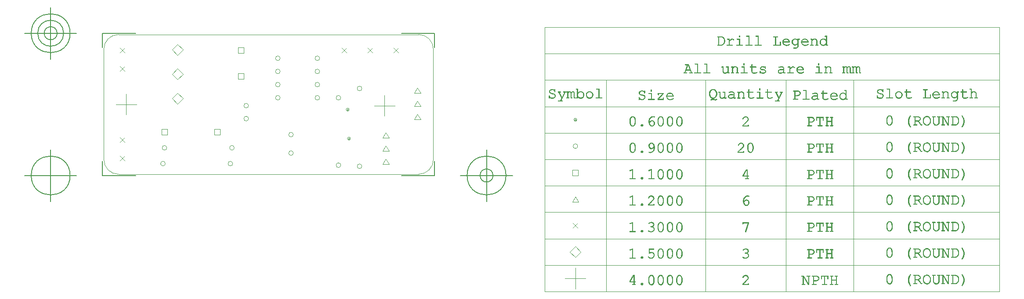
<source format=gbr>
G04 Generated by Ultiboard 14.1 *
%FSLAX34Y34*%
%MOMM*%

%ADD10C,0.0001*%
%ADD11C,0.1000*%
%ADD12C,0.0100*%
%ADD13C,0.0010*%
%ADD14C,0.1270*%


G04 ColorRGB 000000 for the following layer *
%LNDrill Symbols-Copper Top-Copper Bottom*%
%LPD*%
G54D11*
X541020Y112080D02*
X541020Y152080D01*
X521020Y132080D02*
X561020Y132080D01*
X43180Y114620D02*
X43180Y154620D01*
X23180Y134620D02*
X63180Y134620D01*
X30964Y35076D02*
X40156Y25884D01*
X30964Y25884D02*
X40156Y35076D01*
X30964Y61444D02*
X40156Y70636D01*
X30964Y70636D02*
X40156Y61444D01*
X212940Y75780D02*
X223940Y75780D01*
X223940Y86780D01*
X212940Y86780D01*
X212940Y75780D01*
X111340Y75780D02*
X122340Y75780D01*
X122340Y86780D01*
X111340Y86780D01*
X111340Y75780D01*
X30964Y198604D02*
X40156Y207796D01*
X30964Y207796D02*
X40156Y198604D01*
X30964Y243356D02*
X40156Y234164D01*
X30964Y234164D02*
X40156Y243356D01*
X142240Y135433D02*
X152847Y146040D01*
X142240Y156647D01*
X131633Y146040D01*
X142240Y135433D01*
X142240Y229433D02*
X152847Y240040D01*
X142240Y250647D01*
X131633Y240040D01*
X142240Y229433D01*
X142240Y182433D02*
X152847Y193040D01*
X142240Y203647D01*
X131633Y193040D01*
X142240Y182433D01*
X458484Y243356D02*
X467676Y234164D01*
X458484Y234164D02*
X467676Y243356D01*
X508484Y234164D02*
X517676Y243356D01*
X508484Y243356D02*
X517676Y234164D01*
X558484Y234164D02*
X567676Y243356D01*
X558484Y243356D02*
X567676Y234164D01*
X598520Y105760D02*
X610520Y105760D01*
X604520Y116003D01*
X598520Y105760D01*
X598520Y131160D02*
X610520Y131160D01*
X604520Y141403D01*
X598520Y131160D01*
X598520Y156560D02*
X610520Y156560D01*
X604520Y166803D01*
X598520Y156560D01*
X537560Y19400D02*
X549560Y19400D01*
X543560Y29643D01*
X537560Y19400D01*
X537560Y44800D02*
X549560Y44800D01*
X543560Y55043D01*
X537560Y44800D01*
X537560Y70200D02*
X549560Y70200D01*
X543560Y80443D01*
X537560Y70200D01*
X258660Y183260D02*
X269660Y183260D01*
X269660Y194260D01*
X258660Y194260D01*
X258660Y183260D01*
X258660Y233260D02*
X269660Y233260D01*
X269660Y244260D01*
X258660Y244260D01*
X258660Y233260D01*
X888779Y-200990D02*
X928779Y-200990D01*
X908779Y-220990D02*
X908779Y-180990D01*
X908779Y-160597D02*
X919385Y-149990D01*
X908779Y-139383D01*
X898172Y-149990D01*
X908779Y-160597D01*
X904183Y-103586D02*
X913375Y-94394D01*
X904183Y-94394D02*
X913375Y-103586D01*
X902779Y-53990D02*
X914779Y-53990D01*
X908779Y-43747D01*
X902779Y-53990D01*
X903279Y-2490D02*
X914279Y-2490D01*
X914279Y8510D01*
X903279Y8510D01*
X903279Y-2490D01*
G54D12*
X356180Y76200D02*
G75*
D01*
G02X356180Y76200I4500J0*
G01*
X356180Y40640D02*
G75*
D01*
G02X356180Y40640I4500J0*
G01*
X269820Y107080D02*
G75*
D01*
G02X269820Y107080I4500J0*
G01*
X269820Y132080D02*
G75*
D01*
G02X269820Y132080I4500J0*
G01*
X330780Y147320D02*
G75*
D01*
G02X330780Y147320I4500J0*
G01*
X330780Y172720D02*
G75*
D01*
G02X330780Y172720I4500J0*
G01*
X406980Y172720D02*
G75*
D01*
G02X406980Y172720I4500J0*
G01*
X330780Y198120D02*
G75*
D01*
G02X330780Y198120I4500J0*
G01*
X406980Y198120D02*
G75*
D01*
G02X406980Y198120I4500J0*
G01*
X330780Y223520D02*
G75*
D01*
G02X330780Y223520I4500J0*
G01*
X406980Y223520D02*
G75*
D01*
G02X406980Y223520I4500J0*
G01*
X406980Y147320D02*
G75*
D01*
G02X406980Y147320I4500J0*
G01*
X447620Y17320D02*
G75*
D01*
G02X447620Y17320I4500J0*
G01*
X447620Y147320D02*
G75*
D01*
G02X447620Y147320I4500J0*
G01*
X109340Y20320D02*
G75*
D01*
G02X109340Y20320I4500J0*
G01*
X239340Y20320D02*
G75*
D01*
G02X239340Y20320I4500J0*
G01*
X242340Y50800D02*
G75*
D01*
G02X242340Y50800I4500J0*
G01*
X112340Y50800D02*
G75*
D01*
G02X112340Y50800I4500J0*
G01*
X488260Y165240D02*
G75*
D01*
G02X488260Y165240I4500J0*
G01*
X488260Y15240D02*
G75*
D01*
G02X488260Y15240I4500J0*
G01*
X466900Y124460D02*
G75*
D01*
G02X466900Y124460I3000J0*
G01*
X468733Y123603D02*
X468733Y124889D01*
X469400Y125746D01*
X470067Y125746D01*
X470733Y124889D01*
X470733Y123603D01*
X468733Y124246D02*
X470733Y124246D01*
X469440Y68580D02*
G75*
D01*
G02X469440Y68580I3000J0*
G01*
X471273Y67723D02*
X471273Y69009D01*
X471940Y69866D01*
X472607Y69866D01*
X473273Y69009D01*
X473273Y67723D01*
X471273Y68366D02*
X473273Y68366D01*
X904279Y54010D02*
G75*
D01*
G02X904279Y54010I4500J0*
G01*
X905779Y105010D02*
G75*
D01*
G02X905779Y105010I3000J0*
G01*
X907612Y104153D02*
X907612Y105439D01*
X908279Y106296D01*
X908945Y106296D01*
X909612Y105439D01*
X909612Y104153D01*
X907612Y104796D02*
X909612Y104796D01*
G54D13*
G36*
X1017986Y-212584D02*
X1017986Y-212584D01*
X1017986Y-212092D01*
X1017938Y-212343D01*
X1017986Y-212584D01*
D02*
G37*
X1017986Y-212092D01*
X1017938Y-212343D01*
X1017986Y-212584D01*
G36*
X1017986Y-212092D02*
X1017986Y-212092D01*
X1017986Y-212584D01*
X1018128Y-212782D01*
X1017986Y-212092D01*
D02*
G37*
X1017986Y-212584D01*
X1018128Y-212782D01*
X1017986Y-212092D01*
G36*
X1018128Y-212782D02*
X1018128Y-212782D01*
X1018128Y-211896D01*
X1017986Y-212092D01*
X1018128Y-212782D01*
D02*
G37*
X1018128Y-211896D01*
X1017986Y-212092D01*
X1018128Y-212782D01*
G36*
X1018128Y-211896D02*
X1018128Y-211896D01*
X1018128Y-212782D01*
X1018385Y-212914D01*
X1018128Y-211896D01*
D02*
G37*
X1018128Y-212782D01*
X1018385Y-212914D01*
X1018128Y-211896D01*
G36*
X1018385Y-212914D02*
X1018385Y-212914D01*
X1018385Y-211769D01*
X1018128Y-211896D01*
X1018385Y-212914D01*
D02*
G37*
X1018385Y-211769D01*
X1018128Y-211896D01*
X1018385Y-212914D01*
G36*
X1018385Y-211769D02*
X1018385Y-211769D01*
X1018385Y-212914D01*
X1018773Y-212958D01*
X1018385Y-211769D01*
D02*
G37*
X1018385Y-212914D01*
X1018773Y-212958D01*
X1018385Y-211769D01*
G36*
X1018773Y-212958D02*
X1018773Y-212958D01*
X1018773Y-211727D01*
X1018385Y-211769D01*
X1018773Y-212958D01*
D02*
G37*
X1018773Y-211727D01*
X1018385Y-211769D01*
X1018773Y-212958D01*
G36*
X1018773Y-211727D02*
X1018773Y-211727D01*
X1018773Y-212958D01*
X1023343Y-212958D01*
X1018773Y-211727D01*
D02*
G37*
X1018773Y-212958D01*
X1023343Y-212958D01*
X1018773Y-211727D01*
G36*
X1023343Y-212958D02*
X1023343Y-212958D01*
X1021073Y-211727D01*
X1018773Y-211727D01*
X1023343Y-212958D01*
D02*
G37*
X1021073Y-211727D01*
X1018773Y-211727D01*
X1023343Y-212958D01*
G36*
X1021073Y-211727D02*
X1021073Y-211727D01*
X1023343Y-212958D01*
X1022318Y-211727D01*
X1021073Y-211727D01*
D02*
G37*
X1023343Y-212958D01*
X1022318Y-211727D01*
X1021073Y-211727D01*
G36*
X1022318Y-211727D02*
X1022318Y-211727D01*
X1021073Y-207816D01*
X1021073Y-211727D01*
X1022318Y-211727D01*
D02*
G37*
X1021073Y-207816D01*
X1021073Y-211727D01*
X1022318Y-211727D01*
G36*
X1021073Y-207816D02*
X1021073Y-207816D01*
X1022318Y-211727D01*
X1021073Y-206586D01*
X1021073Y-207816D01*
D02*
G37*
X1022318Y-211727D01*
X1021073Y-206586D01*
X1021073Y-207816D01*
G36*
X1021073Y-206586D02*
X1021073Y-206586D01*
X1014203Y-206586D01*
X1021073Y-207816D01*
X1021073Y-206586D01*
D02*
G37*
X1014203Y-206586D01*
X1021073Y-207816D01*
X1021073Y-206586D01*
G36*
X1021073Y-207816D02*
X1021073Y-207816D01*
X1012914Y-206395D01*
X1012914Y-207816D01*
X1021073Y-207816D01*
D02*
G37*
X1012914Y-206395D01*
X1012914Y-207816D01*
X1021073Y-207816D01*
G36*
X1012914Y-206395D02*
X1012914Y-206395D01*
X1021073Y-207816D01*
X1014203Y-206586D01*
X1012914Y-206395D01*
D02*
G37*
X1021073Y-207816D01*
X1014203Y-206586D01*
X1012914Y-206395D01*
G36*
X1014203Y-206586D02*
X1014203Y-206586D01*
X1019754Y-194574D01*
X1012914Y-206395D01*
X1014203Y-206586D01*
D02*
G37*
X1019754Y-194574D01*
X1012914Y-206395D01*
X1014203Y-206586D01*
G36*
X1019754Y-194574D02*
X1019754Y-194574D01*
X1014203Y-206586D01*
X1020428Y-195819D01*
X1019754Y-194574D01*
D02*
G37*
X1014203Y-206586D01*
X1020428Y-195819D01*
X1019754Y-194574D01*
G36*
X1020428Y-195819D02*
X1020428Y-195819D01*
X1022318Y-194574D01*
X1019754Y-194574D01*
X1020428Y-195819D01*
D02*
G37*
X1022318Y-194574D01*
X1019754Y-194574D01*
X1020428Y-195819D01*
G36*
X1022318Y-194574D02*
X1022318Y-194574D01*
X1020428Y-195819D01*
X1021073Y-195819D01*
X1022318Y-194574D01*
D02*
G37*
X1020428Y-195819D01*
X1021073Y-195819D01*
X1022318Y-194574D01*
G36*
X1021073Y-195819D02*
X1021073Y-195819D01*
X1022318Y-211727D01*
X1022318Y-194574D01*
X1021073Y-195819D01*
D02*
G37*
X1022318Y-211727D01*
X1022318Y-194574D01*
X1021073Y-195819D01*
G36*
X1022318Y-211727D02*
X1022318Y-211727D01*
X1021073Y-195819D01*
X1021073Y-206586D01*
X1022318Y-211727D01*
D02*
G37*
X1021073Y-195819D01*
X1021073Y-206586D01*
X1022318Y-211727D01*
G36*
X1024131Y-206950D02*
X1024131Y-206950D01*
X1024131Y-207443D01*
X1024178Y-207201D01*
X1024131Y-206950D01*
D02*
G37*
X1024131Y-207443D01*
X1024178Y-207201D01*
X1024131Y-206950D01*
G36*
X1024131Y-207443D02*
X1024131Y-207443D01*
X1024131Y-206950D01*
X1023988Y-206754D01*
X1024131Y-207443D01*
D02*
G37*
X1024131Y-206950D01*
X1023988Y-206754D01*
X1024131Y-207443D01*
G36*
X1023988Y-206754D02*
X1023988Y-206754D01*
X1023988Y-207640D01*
X1024131Y-207443D01*
X1023988Y-206754D01*
D02*
G37*
X1023988Y-207640D01*
X1024131Y-207443D01*
X1023988Y-206754D01*
G36*
X1023988Y-207640D02*
X1023988Y-207640D01*
X1023988Y-206754D01*
X1023731Y-206628D01*
X1023988Y-207640D01*
D02*
G37*
X1023988Y-206754D01*
X1023731Y-206628D01*
X1023988Y-207640D01*
G36*
X1023731Y-206628D02*
X1023731Y-206628D01*
X1023731Y-207772D01*
X1023988Y-207640D01*
X1023731Y-206628D01*
D02*
G37*
X1023731Y-207772D01*
X1023988Y-207640D01*
X1023731Y-206628D01*
G36*
X1023731Y-207772D02*
X1023731Y-207772D01*
X1023731Y-206628D01*
X1023343Y-206586D01*
X1023731Y-207772D01*
D02*
G37*
X1023731Y-206628D01*
X1023343Y-206586D01*
X1023731Y-207772D01*
G36*
X1023343Y-206586D02*
X1023343Y-206586D01*
X1023343Y-207816D01*
X1023731Y-207772D01*
X1023343Y-206586D01*
D02*
G37*
X1023343Y-207816D01*
X1023731Y-207772D01*
X1023343Y-206586D01*
G36*
X1023343Y-207816D02*
X1023343Y-207816D01*
X1023343Y-206586D01*
X1022318Y-206586D01*
X1023343Y-207816D01*
D02*
G37*
X1023343Y-206586D01*
X1022318Y-206586D01*
X1023343Y-207816D01*
G36*
X1022318Y-206586D02*
X1022318Y-206586D01*
X1022318Y-207816D01*
X1023343Y-207816D01*
X1022318Y-206586D01*
D02*
G37*
X1022318Y-207816D01*
X1023343Y-207816D01*
X1022318Y-206586D01*
G36*
X1022318Y-207816D02*
X1022318Y-207816D01*
X1022318Y-194574D01*
X1022318Y-207816D01*
D02*
G37*
X1022318Y-194574D01*
X1022318Y-207816D01*
G36*
X1022318Y-194574D02*
X1022318Y-194574D01*
X1022318Y-211727D01*
X1022318Y-207816D01*
X1022318Y-194574D01*
D02*
G37*
X1022318Y-211727D01*
X1022318Y-207816D01*
X1022318Y-194574D01*
G36*
X1023343Y-212958D02*
X1023343Y-212958D01*
X1023343Y-211727D01*
X1022318Y-211727D01*
X1023343Y-212958D01*
D02*
G37*
X1023343Y-211727D01*
X1022318Y-211727D01*
X1023343Y-212958D01*
G36*
X1023343Y-211727D02*
X1023343Y-211727D01*
X1023343Y-212958D01*
X1023731Y-212914D01*
X1023343Y-211727D01*
D02*
G37*
X1023343Y-212958D01*
X1023731Y-212914D01*
X1023343Y-211727D01*
G36*
X1023731Y-212914D02*
X1023731Y-212914D01*
X1023731Y-211769D01*
X1023343Y-211727D01*
X1023731Y-212914D01*
D02*
G37*
X1023731Y-211769D01*
X1023343Y-211727D01*
X1023731Y-212914D01*
G36*
X1023731Y-211769D02*
X1023731Y-211769D01*
X1023731Y-212914D01*
X1023988Y-212782D01*
X1023731Y-211769D01*
D02*
G37*
X1023731Y-212914D01*
X1023988Y-212782D01*
X1023731Y-211769D01*
G36*
X1023988Y-212782D02*
X1023988Y-212782D01*
X1023988Y-211896D01*
X1023731Y-211769D01*
X1023988Y-212782D01*
D02*
G37*
X1023988Y-211896D01*
X1023731Y-211769D01*
X1023988Y-212782D01*
G36*
X1023988Y-211896D02*
X1023988Y-211896D01*
X1023988Y-212782D01*
X1024131Y-212584D01*
X1023988Y-211896D01*
D02*
G37*
X1023988Y-212782D01*
X1024131Y-212584D01*
X1023988Y-211896D01*
G36*
X1024131Y-212584D02*
X1024131Y-212584D01*
X1024131Y-212092D01*
X1023988Y-211896D01*
X1024131Y-212584D01*
D02*
G37*
X1024131Y-212092D01*
X1023988Y-211896D01*
X1024131Y-212584D01*
G36*
X1024131Y-212092D02*
X1024131Y-212092D01*
X1024131Y-212584D01*
X1024178Y-212343D01*
X1024131Y-212092D01*
D02*
G37*
X1024131Y-212584D01*
X1024178Y-212343D01*
X1024131Y-212092D01*
G36*
X1036527Y-209427D02*
X1036527Y-209427D01*
X1035774Y-209570D01*
X1036527Y-209427D01*
D02*
G37*
X1035774Y-209570D01*
X1036527Y-209427D01*
G36*
X1036527Y-209427D01*
X1035774Y-209570D01*
X1035128Y-209999D01*
X1036527Y-209427D01*
D02*
G37*
X1035774Y-209570D01*
X1035128Y-209999D01*
X1036527Y-209427D01*
G36*
X1036527Y-209427D01*
X1035128Y-209999D01*
X1034683Y-210640D01*
X1036527Y-209427D01*
D02*
G37*
X1035128Y-209999D01*
X1034683Y-210640D01*
X1036527Y-209427D01*
G36*
X1036527Y-209427D01*
X1034683Y-210640D01*
X1034535Y-211420D01*
X1036527Y-209427D01*
D02*
G37*
X1034683Y-210640D01*
X1034535Y-211420D01*
X1036527Y-209427D01*
G36*
X1036527Y-209427D01*
X1034535Y-211420D01*
X1034681Y-212180D01*
X1036527Y-209427D01*
D02*
G37*
X1034535Y-211420D01*
X1034681Y-212180D01*
X1036527Y-209427D01*
G36*
X1036527Y-209427D01*
X1034681Y-212180D01*
X1035121Y-212819D01*
X1036527Y-209427D01*
D02*
G37*
X1034681Y-212180D01*
X1035121Y-212819D01*
X1036527Y-209427D01*
G36*
X1036527Y-209427D01*
X1035121Y-212819D01*
X1035765Y-213252D01*
X1036527Y-209427D01*
D02*
G37*
X1035121Y-212819D01*
X1035765Y-213252D01*
X1036527Y-209427D01*
G36*
X1036527Y-209427D01*
X1035765Y-213252D01*
X1036527Y-213397D01*
X1036527Y-209427D01*
D02*
G37*
X1035765Y-213252D01*
X1036527Y-213397D01*
X1036527Y-209427D01*
G36*
X1036527Y-209427D01*
X1036527Y-213397D01*
X1037054Y-213397D01*
X1036527Y-209427D01*
D02*
G37*
X1036527Y-213397D01*
X1037054Y-213397D01*
X1036527Y-209427D01*
G36*
X1036527Y-209427D01*
X1037054Y-213397D01*
X1037807Y-213254D01*
X1036527Y-209427D01*
D02*
G37*
X1037054Y-213397D01*
X1037807Y-213254D01*
X1036527Y-209427D01*
G36*
X1036527Y-209427D01*
X1037807Y-213254D01*
X1038453Y-212826D01*
X1036527Y-209427D01*
D02*
G37*
X1037807Y-213254D01*
X1038453Y-212826D01*
X1036527Y-209427D01*
G36*
X1036527Y-209427D01*
X1038453Y-212826D01*
X1038898Y-212185D01*
X1036527Y-209427D01*
D02*
G37*
X1038453Y-212826D01*
X1038898Y-212185D01*
X1036527Y-209427D01*
G36*
X1036527Y-209427D01*
X1038898Y-212185D01*
X1039046Y-211405D01*
X1036527Y-209427D01*
D02*
G37*
X1038898Y-212185D01*
X1039046Y-211405D01*
X1036527Y-209427D01*
G36*
X1036527Y-209427D01*
X1039046Y-211405D01*
X1038900Y-210645D01*
X1036527Y-209427D01*
D02*
G37*
X1039046Y-211405D01*
X1038900Y-210645D01*
X1036527Y-209427D01*
G36*
X1036527Y-209427D01*
X1038900Y-210645D01*
X1038460Y-210006D01*
X1036527Y-209427D01*
D02*
G37*
X1038900Y-210645D01*
X1038460Y-210006D01*
X1036527Y-209427D01*
G36*
X1036527Y-209427D01*
X1038460Y-210006D01*
X1037816Y-209572D01*
X1036527Y-209427D01*
D02*
G37*
X1038460Y-210006D01*
X1037816Y-209572D01*
X1036527Y-209427D01*
G36*
X1036527Y-209427D01*
X1037816Y-209572D01*
X1037054Y-209427D01*
X1036527Y-209427D01*
D02*
G37*
X1037816Y-209572D01*
X1037054Y-209427D01*
X1036527Y-209427D01*
G36*
X1060353Y-200660D02*
X1060353Y-200660D01*
X1060111Y-199291D01*
X1060315Y-207178D01*
X1060353Y-200660D01*
D02*
G37*
X1060111Y-199291D01*
X1060315Y-207178D01*
X1060353Y-200660D01*
G36*
X1060353Y-200660D01*
X1060315Y-207178D01*
X1060433Y-205297D01*
X1060353Y-200660D01*
D02*
G37*
X1060315Y-207178D01*
X1060433Y-205297D01*
X1060353Y-200660D01*
G36*
X1060353Y-200660D01*
X1060433Y-205297D01*
X1060433Y-202250D01*
X1060353Y-200660D01*
D02*
G37*
X1060433Y-205297D01*
X1060433Y-202250D01*
X1060353Y-200660D01*
G36*
X1059811Y-198364D02*
X1059811Y-198364D01*
X1060315Y-207178D01*
X1060111Y-199291D01*
X1059811Y-198364D01*
D02*
G37*
X1060315Y-207178D01*
X1060111Y-199291D01*
X1059811Y-198364D01*
G36*
X1060315Y-207178D02*
X1060315Y-207178D01*
X1059811Y-198364D01*
X1059378Y-197343D01*
X1060315Y-207178D01*
D02*
G37*
X1059811Y-198364D01*
X1059378Y-197343D01*
X1060315Y-207178D01*
G36*
X1059378Y-197343D02*
X1059378Y-197343D01*
X1059370Y-210320D01*
X1060315Y-207178D01*
X1059378Y-197343D01*
D02*
G37*
X1059370Y-210320D01*
X1060315Y-207178D01*
X1059378Y-197343D01*
G36*
X1059370Y-210320D02*
X1059370Y-210320D01*
X1059378Y-197343D01*
X1059203Y-202411D01*
X1059370Y-210320D01*
D02*
G37*
X1059378Y-197343D01*
X1059203Y-202411D01*
X1059370Y-210320D01*
G36*
X1059203Y-202411D02*
X1059203Y-202411D01*
X1059203Y-205121D01*
X1059370Y-210320D01*
X1059203Y-202411D01*
D02*
G37*
X1059203Y-205121D01*
X1059370Y-210320D01*
X1059203Y-202411D01*
G36*
X1057606Y-196771D02*
X1057606Y-196771D01*
X1057697Y-195085D01*
X1057185Y-196295D01*
X1057606Y-196771D01*
D02*
G37*
X1057697Y-195085D01*
X1057185Y-196295D01*
X1057606Y-196771D01*
G36*
X1057697Y-195085D02*
X1057697Y-195085D01*
X1057606Y-196771D01*
X1058190Y-197817D01*
X1057697Y-195085D01*
D02*
G37*
X1057606Y-196771D01*
X1058190Y-197817D01*
X1057697Y-195085D01*
G36*
X1058190Y-197817D02*
X1058190Y-197817D01*
X1058441Y-195775D01*
X1057697Y-195085D01*
X1058190Y-197817D01*
D02*
G37*
X1058441Y-195775D01*
X1057697Y-195085D01*
X1058190Y-197817D01*
G36*
X1058441Y-195775D02*
X1058441Y-195775D01*
X1058190Y-197817D01*
X1058712Y-199166D01*
X1058441Y-195775D01*
D02*
G37*
X1058190Y-197817D01*
X1058712Y-199166D01*
X1058441Y-195775D01*
G36*
X1058712Y-199166D02*
X1058712Y-199166D01*
X1058895Y-196416D01*
X1058441Y-195775D01*
X1058712Y-199166D01*
D02*
G37*
X1058895Y-196416D01*
X1058441Y-195775D01*
X1058712Y-199166D01*
G36*
X1058895Y-196416D02*
X1058895Y-196416D01*
X1058712Y-199166D01*
X1059080Y-200728D01*
X1058895Y-196416D01*
D02*
G37*
X1058712Y-199166D01*
X1059080Y-200728D01*
X1058895Y-196416D01*
G36*
X1059080Y-200728D02*
X1059080Y-200728D01*
X1059378Y-197343D01*
X1058895Y-196416D01*
X1059080Y-200728D01*
D02*
G37*
X1059378Y-197343D01*
X1058895Y-196416D01*
X1059080Y-200728D01*
G36*
X1059378Y-197343D02*
X1059378Y-197343D01*
X1059080Y-200728D01*
X1059203Y-202411D01*
X1059378Y-197343D01*
D02*
G37*
X1059080Y-200728D01*
X1059203Y-202411D01*
X1059378Y-197343D01*
G36*
X1055768Y-195508D02*
X1055768Y-195508D01*
X1055826Y-194243D01*
X1054779Y-195380D01*
X1055768Y-195508D01*
D02*
G37*
X1055826Y-194243D01*
X1054779Y-195380D01*
X1055768Y-195508D01*
G36*
X1055826Y-194243D02*
X1055826Y-194243D01*
X1055768Y-195508D01*
X1056654Y-195892D01*
X1055826Y-194243D01*
D02*
G37*
X1055768Y-195508D01*
X1056654Y-195892D01*
X1055826Y-194243D01*
G36*
X1056654Y-195892D02*
X1056654Y-195892D01*
X1056815Y-194567D01*
X1055826Y-194243D01*
X1056654Y-195892D01*
D02*
G37*
X1056815Y-194567D01*
X1055826Y-194243D01*
X1056654Y-195892D01*
G36*
X1056815Y-194567D02*
X1056815Y-194567D01*
X1056654Y-195892D01*
X1057185Y-196295D01*
X1056815Y-194567D01*
D02*
G37*
X1056654Y-195892D01*
X1057185Y-196295D01*
X1056815Y-194567D01*
G36*
X1057185Y-196295D02*
X1057185Y-196295D01*
X1057697Y-195085D01*
X1056815Y-194567D01*
X1057185Y-196295D01*
D02*
G37*
X1057697Y-195085D01*
X1056815Y-194567D01*
X1057185Y-196295D01*
G36*
X1051029Y-198588D02*
X1051029Y-198588D01*
X1051029Y-195951D01*
X1050443Y-201049D01*
X1051029Y-198588D01*
D02*
G37*
X1051029Y-195951D01*
X1050443Y-201049D01*
X1051029Y-198588D01*
G36*
X1051029Y-195951D02*
X1051029Y-195951D01*
X1051029Y-198588D01*
X1051541Y-197489D01*
X1051029Y-195951D01*
D02*
G37*
X1051029Y-198588D01*
X1051541Y-197489D01*
X1051029Y-195951D01*
G36*
X1051541Y-197489D02*
X1051541Y-197489D01*
X1051817Y-195156D01*
X1051029Y-195951D01*
X1051541Y-197489D01*
D02*
G37*
X1051817Y-195156D01*
X1051029Y-195951D01*
X1051541Y-197489D01*
G36*
X1051817Y-195156D02*
X1051817Y-195156D01*
X1051541Y-197489D01*
X1052183Y-196566D01*
X1051817Y-195156D01*
D02*
G37*
X1051541Y-197489D01*
X1052183Y-196566D01*
X1051817Y-195156D01*
G36*
X1052183Y-196566D02*
X1052183Y-196566D01*
X1053685Y-194248D01*
X1051817Y-195156D01*
X1052183Y-196566D01*
D02*
G37*
X1053685Y-194248D01*
X1051817Y-195156D01*
X1052183Y-196566D01*
G36*
X1053685Y-194248D02*
X1053685Y-194248D01*
X1052183Y-196566D01*
X1053802Y-195511D01*
X1053685Y-194248D01*
D02*
G37*
X1052183Y-196566D01*
X1053802Y-195511D01*
X1053685Y-194248D01*
G36*
X1053802Y-195511D02*
X1053802Y-195511D01*
X1054764Y-194135D01*
X1053685Y-194248D01*
X1053802Y-195511D01*
D02*
G37*
X1054764Y-194135D01*
X1053685Y-194248D01*
X1053802Y-195511D01*
G36*
X1054764Y-194135D02*
X1054764Y-194135D01*
X1053802Y-195511D01*
X1054779Y-195380D01*
X1054764Y-194135D01*
D02*
G37*
X1053802Y-195511D01*
X1054779Y-195380D01*
X1054764Y-194135D01*
G36*
X1054779Y-195380D02*
X1054779Y-195380D01*
X1055826Y-194243D01*
X1054764Y-194135D01*
X1054779Y-195380D01*
D02*
G37*
X1055826Y-194243D01*
X1054764Y-194135D01*
X1054779Y-195380D01*
G36*
X1050202Y-197213D02*
X1050202Y-197213D01*
X1049257Y-200362D01*
X1049476Y-208241D01*
X1050202Y-197213D01*
D02*
G37*
X1049257Y-200362D01*
X1049476Y-208241D01*
X1050202Y-197213D01*
G36*
X1050202Y-197213D01*
X1049476Y-208241D01*
X1049767Y-209178D01*
X1050202Y-197213D01*
D02*
G37*
X1049476Y-208241D01*
X1049767Y-209178D01*
X1050202Y-197213D01*
G36*
X1050202Y-197213D01*
X1049767Y-209178D01*
X1050201Y-210204D01*
X1050202Y-197213D01*
D02*
G37*
X1049767Y-209178D01*
X1050201Y-210204D01*
X1050202Y-197213D01*
G36*
X1050202Y-197213D01*
X1050201Y-210204D01*
X1050370Y-205121D01*
X1050202Y-197213D01*
D02*
G37*
X1050201Y-210204D01*
X1050370Y-205121D01*
X1050202Y-197213D01*
G36*
X1050202Y-197213D01*
X1050370Y-205121D01*
X1050370Y-202411D01*
X1050202Y-197213D01*
D02*
G37*
X1050370Y-205121D01*
X1050370Y-202411D01*
X1050202Y-197213D01*
G36*
X1050202Y-197213D01*
X1050370Y-202411D01*
X1050443Y-201049D01*
X1050202Y-197213D01*
D02*
G37*
X1050370Y-202411D01*
X1050443Y-201049D01*
X1050202Y-197213D01*
G36*
X1050202Y-197213D01*
X1050443Y-201049D01*
X1051029Y-195951D01*
X1050202Y-197213D01*
D02*
G37*
X1050443Y-201049D01*
X1051029Y-195951D01*
X1050202Y-197213D01*
G36*
X1059129Y-206484D02*
X1059129Y-206484D01*
X1059370Y-210320D01*
X1059203Y-205121D01*
X1059129Y-206484D01*
D02*
G37*
X1059370Y-210320D01*
X1059203Y-205121D01*
X1059129Y-206484D01*
G36*
X1059370Y-210320D02*
X1059370Y-210320D01*
X1059129Y-206484D01*
X1058543Y-208948D01*
X1059370Y-210320D01*
D02*
G37*
X1059129Y-206484D01*
X1058543Y-208948D01*
X1059370Y-210320D01*
G36*
X1058543Y-208948D02*
X1058543Y-208948D01*
X1058543Y-211581D01*
X1059370Y-210320D01*
X1058543Y-208948D01*
D02*
G37*
X1058543Y-211581D01*
X1059370Y-210320D01*
X1058543Y-208948D01*
G36*
X1058543Y-211581D02*
X1058543Y-211581D01*
X1058543Y-208948D01*
X1058031Y-210050D01*
X1058543Y-211581D01*
D02*
G37*
X1058543Y-208948D01*
X1058031Y-210050D01*
X1058543Y-211581D01*
G36*
X1058031Y-210050D02*
X1058031Y-210050D01*
X1057755Y-212375D01*
X1058543Y-211581D01*
X1058031Y-210050D01*
D02*
G37*
X1057755Y-212375D01*
X1058543Y-211581D01*
X1058031Y-210050D01*
G36*
X1057755Y-212375D02*
X1057755Y-212375D01*
X1058031Y-210050D01*
X1057390Y-210976D01*
X1057755Y-212375D01*
D02*
G37*
X1058031Y-210050D01*
X1057390Y-210976D01*
X1057755Y-212375D01*
G36*
X1057390Y-210976D02*
X1057390Y-210976D01*
X1055887Y-213283D01*
X1057755Y-212375D01*
X1057390Y-210976D01*
D02*
G37*
X1055887Y-213283D01*
X1057755Y-212375D01*
X1057390Y-210976D01*
G36*
X1055887Y-213283D02*
X1055887Y-213283D01*
X1057390Y-210976D01*
X1055779Y-212034D01*
X1055887Y-213283D01*
D02*
G37*
X1057390Y-210976D01*
X1055779Y-212034D01*
X1055887Y-213283D01*
G36*
X1055779Y-212034D02*
X1055779Y-212034D01*
X1054808Y-212167D01*
X1055887Y-213283D01*
X1055779Y-212034D01*
D02*
G37*
X1054808Y-212167D01*
X1055887Y-213283D01*
X1055779Y-212034D01*
G36*
X1054808Y-212167D02*
X1054808Y-212167D01*
X1054808Y-213397D01*
X1055887Y-213283D01*
X1054808Y-212167D01*
D02*
G37*
X1054808Y-213397D01*
X1055887Y-213283D01*
X1054808Y-212167D01*
G36*
X1054808Y-213397D02*
X1054808Y-213397D01*
X1054808Y-212167D01*
X1053808Y-212035D01*
X1054808Y-213397D01*
D02*
G37*
X1054808Y-212167D01*
X1053808Y-212035D01*
X1054808Y-213397D01*
G36*
X1053808Y-212035D02*
X1053808Y-212035D01*
X1053755Y-213289D01*
X1054808Y-213397D01*
X1053808Y-212035D01*
D02*
G37*
X1053755Y-213289D01*
X1054808Y-213397D01*
X1053808Y-212035D01*
G36*
X1053755Y-213289D02*
X1053755Y-213289D01*
X1053808Y-212035D01*
X1052918Y-211639D01*
X1053755Y-213289D01*
D02*
G37*
X1053808Y-212035D01*
X1052918Y-211639D01*
X1053755Y-213289D01*
G36*
X1052918Y-211639D02*
X1052918Y-211639D01*
X1052765Y-212965D01*
X1053755Y-213289D01*
X1052918Y-211639D01*
D02*
G37*
X1052765Y-212965D01*
X1053755Y-213289D01*
X1052918Y-211639D01*
G36*
X1052765Y-212965D02*
X1052765Y-212965D01*
X1052918Y-211639D01*
X1052391Y-211240D01*
X1052765Y-212965D01*
D02*
G37*
X1052918Y-211639D01*
X1052391Y-211240D01*
X1052765Y-212965D01*
G36*
X1052391Y-211240D02*
X1052391Y-211240D01*
X1051981Y-210775D01*
X1052765Y-212965D01*
X1052391Y-211240D01*
D02*
G37*
X1051981Y-210775D01*
X1052765Y-212965D01*
X1052391Y-211240D01*
G36*
X1051981Y-210775D02*
X1051981Y-210775D01*
X1051877Y-212447D01*
X1052765Y-212965D01*
X1051981Y-210775D01*
D02*
G37*
X1051877Y-212447D01*
X1052765Y-212965D01*
X1051981Y-210775D01*
G36*
X1051877Y-212447D02*
X1051877Y-212447D01*
X1051981Y-210775D01*
X1051386Y-209728D01*
X1051877Y-212447D01*
D02*
G37*
X1051981Y-210775D01*
X1051386Y-209728D01*
X1051877Y-212447D01*
G36*
X1051386Y-209728D02*
X1051386Y-209728D01*
X1051131Y-211757D01*
X1051877Y-212447D01*
X1051386Y-209728D01*
D02*
G37*
X1051131Y-211757D01*
X1051877Y-212447D01*
X1051386Y-209728D01*
G36*
X1051131Y-211757D02*
X1051131Y-211757D01*
X1051386Y-209728D01*
X1050860Y-208373D01*
X1051131Y-211757D01*
D02*
G37*
X1051386Y-209728D01*
X1050860Y-208373D01*
X1051131Y-211757D01*
G36*
X1050860Y-208373D02*
X1050860Y-208373D01*
X1050686Y-211127D01*
X1051131Y-211757D01*
X1050860Y-208373D01*
D02*
G37*
X1050686Y-211127D01*
X1051131Y-211757D01*
X1050860Y-208373D01*
G36*
X1050686Y-211127D02*
X1050686Y-211127D01*
X1050860Y-208373D01*
X1050492Y-206805D01*
X1050686Y-211127D01*
D02*
G37*
X1050860Y-208373D01*
X1050492Y-206805D01*
X1050686Y-211127D01*
G36*
X1050492Y-206805D02*
X1050492Y-206805D01*
X1050370Y-205121D01*
X1050686Y-211127D01*
X1050492Y-206805D01*
D02*
G37*
X1050370Y-205121D01*
X1050686Y-211127D01*
X1050492Y-206805D01*
G36*
X1049223Y-206875D02*
X1049223Y-206875D01*
X1049476Y-208241D01*
X1049257Y-200362D01*
X1049223Y-206875D01*
D02*
G37*
X1049476Y-208241D01*
X1049257Y-200362D01*
X1049223Y-206875D01*
G36*
X1049223Y-206875D01*
X1049257Y-200362D01*
X1049139Y-202250D01*
X1049223Y-206875D01*
D02*
G37*
X1049257Y-200362D01*
X1049139Y-202250D01*
X1049223Y-206875D01*
G36*
X1049223Y-206875D01*
X1049139Y-202250D01*
X1049139Y-205297D01*
X1049223Y-206875D01*
D02*
G37*
X1049139Y-202250D01*
X1049139Y-205297D01*
X1049223Y-206875D01*
G36*
X1050370Y-205121D02*
X1050370Y-205121D01*
X1050201Y-210204D01*
X1050686Y-211127D01*
X1050370Y-205121D01*
D02*
G37*
X1050201Y-210204D01*
X1050686Y-211127D01*
X1050370Y-205121D01*
G36*
X1078355Y-200660D02*
X1078355Y-200660D01*
X1078114Y-199291D01*
X1078318Y-207178D01*
X1078355Y-200660D01*
D02*
G37*
X1078114Y-199291D01*
X1078318Y-207178D01*
X1078355Y-200660D01*
G36*
X1078355Y-200660D01*
X1078318Y-207178D01*
X1078436Y-205297D01*
X1078355Y-200660D01*
D02*
G37*
X1078318Y-207178D01*
X1078436Y-205297D01*
X1078355Y-200660D01*
G36*
X1078355Y-200660D01*
X1078436Y-205297D01*
X1078436Y-202250D01*
X1078355Y-200660D01*
D02*
G37*
X1078436Y-205297D01*
X1078436Y-202250D01*
X1078355Y-200660D01*
G36*
X1077813Y-198364D02*
X1077813Y-198364D01*
X1078318Y-207178D01*
X1078114Y-199291D01*
X1077813Y-198364D01*
D02*
G37*
X1078318Y-207178D01*
X1078114Y-199291D01*
X1077813Y-198364D01*
G36*
X1078318Y-207178D02*
X1078318Y-207178D01*
X1077813Y-198364D01*
X1077381Y-197343D01*
X1078318Y-207178D01*
D02*
G37*
X1077813Y-198364D01*
X1077381Y-197343D01*
X1078318Y-207178D01*
G36*
X1077381Y-197343D02*
X1077381Y-197343D01*
X1077373Y-210320D01*
X1078318Y-207178D01*
X1077381Y-197343D01*
D02*
G37*
X1077373Y-210320D01*
X1078318Y-207178D01*
X1077381Y-197343D01*
G36*
X1077373Y-210320D02*
X1077373Y-210320D01*
X1077381Y-197343D01*
X1077206Y-202411D01*
X1077373Y-210320D01*
D02*
G37*
X1077381Y-197343D01*
X1077206Y-202411D01*
X1077373Y-210320D01*
G36*
X1077206Y-202411D02*
X1077206Y-202411D01*
X1077206Y-205121D01*
X1077373Y-210320D01*
X1077206Y-202411D01*
D02*
G37*
X1077206Y-205121D01*
X1077373Y-210320D01*
X1077206Y-202411D01*
G36*
X1075609Y-196771D02*
X1075609Y-196771D01*
X1075700Y-195085D01*
X1075188Y-196295D01*
X1075609Y-196771D01*
D02*
G37*
X1075700Y-195085D01*
X1075188Y-196295D01*
X1075609Y-196771D01*
G36*
X1075700Y-195085D02*
X1075700Y-195085D01*
X1075609Y-196771D01*
X1076193Y-197817D01*
X1075700Y-195085D01*
D02*
G37*
X1075609Y-196771D01*
X1076193Y-197817D01*
X1075700Y-195085D01*
G36*
X1076193Y-197817D02*
X1076193Y-197817D01*
X1076444Y-195775D01*
X1075700Y-195085D01*
X1076193Y-197817D01*
D02*
G37*
X1076444Y-195775D01*
X1075700Y-195085D01*
X1076193Y-197817D01*
G36*
X1076444Y-195775D02*
X1076444Y-195775D01*
X1076193Y-197817D01*
X1076715Y-199166D01*
X1076444Y-195775D01*
D02*
G37*
X1076193Y-197817D01*
X1076715Y-199166D01*
X1076444Y-195775D01*
G36*
X1076715Y-199166D02*
X1076715Y-199166D01*
X1076898Y-196416D01*
X1076444Y-195775D01*
X1076715Y-199166D01*
D02*
G37*
X1076898Y-196416D01*
X1076444Y-195775D01*
X1076715Y-199166D01*
G36*
X1076898Y-196416D02*
X1076898Y-196416D01*
X1076715Y-199166D01*
X1077083Y-200728D01*
X1076898Y-196416D01*
D02*
G37*
X1076715Y-199166D01*
X1077083Y-200728D01*
X1076898Y-196416D01*
G36*
X1077083Y-200728D02*
X1077083Y-200728D01*
X1077381Y-197343D01*
X1076898Y-196416D01*
X1077083Y-200728D01*
D02*
G37*
X1077381Y-197343D01*
X1076898Y-196416D01*
X1077083Y-200728D01*
G36*
X1077381Y-197343D02*
X1077381Y-197343D01*
X1077083Y-200728D01*
X1077206Y-202411D01*
X1077381Y-197343D01*
D02*
G37*
X1077083Y-200728D01*
X1077206Y-202411D01*
X1077381Y-197343D01*
G36*
X1073770Y-195508D02*
X1073770Y-195508D01*
X1073829Y-194243D01*
X1072782Y-195380D01*
X1073770Y-195508D01*
D02*
G37*
X1073829Y-194243D01*
X1072782Y-195380D01*
X1073770Y-195508D01*
G36*
X1073829Y-194243D02*
X1073829Y-194243D01*
X1073770Y-195508D01*
X1074657Y-195892D01*
X1073829Y-194243D01*
D02*
G37*
X1073770Y-195508D01*
X1074657Y-195892D01*
X1073829Y-194243D01*
G36*
X1074657Y-195892D02*
X1074657Y-195892D01*
X1074818Y-194567D01*
X1073829Y-194243D01*
X1074657Y-195892D01*
D02*
G37*
X1074818Y-194567D01*
X1073829Y-194243D01*
X1074657Y-195892D01*
G36*
X1074818Y-194567D02*
X1074818Y-194567D01*
X1074657Y-195892D01*
X1075188Y-196295D01*
X1074818Y-194567D01*
D02*
G37*
X1074657Y-195892D01*
X1075188Y-196295D01*
X1074818Y-194567D01*
G36*
X1075188Y-196295D02*
X1075188Y-196295D01*
X1075700Y-195085D01*
X1074818Y-194567D01*
X1075188Y-196295D01*
D02*
G37*
X1075700Y-195085D01*
X1074818Y-194567D01*
X1075188Y-196295D01*
G36*
X1069032Y-198588D02*
X1069032Y-198588D01*
X1069032Y-195951D01*
X1068446Y-201049D01*
X1069032Y-198588D01*
D02*
G37*
X1069032Y-195951D01*
X1068446Y-201049D01*
X1069032Y-198588D01*
G36*
X1069032Y-195951D02*
X1069032Y-195951D01*
X1069032Y-198588D01*
X1069544Y-197489D01*
X1069032Y-195951D01*
D02*
G37*
X1069032Y-198588D01*
X1069544Y-197489D01*
X1069032Y-195951D01*
G36*
X1069544Y-197489D02*
X1069544Y-197489D01*
X1069820Y-195156D01*
X1069032Y-195951D01*
X1069544Y-197489D01*
D02*
G37*
X1069820Y-195156D01*
X1069032Y-195951D01*
X1069544Y-197489D01*
G36*
X1069820Y-195156D02*
X1069820Y-195156D01*
X1069544Y-197489D01*
X1070186Y-196566D01*
X1069820Y-195156D01*
D02*
G37*
X1069544Y-197489D01*
X1070186Y-196566D01*
X1069820Y-195156D01*
G36*
X1070186Y-196566D02*
X1070186Y-196566D01*
X1071688Y-194248D01*
X1069820Y-195156D01*
X1070186Y-196566D01*
D02*
G37*
X1071688Y-194248D01*
X1069820Y-195156D01*
X1070186Y-196566D01*
G36*
X1071688Y-194248D02*
X1071688Y-194248D01*
X1070186Y-196566D01*
X1071805Y-195511D01*
X1071688Y-194248D01*
D02*
G37*
X1070186Y-196566D01*
X1071805Y-195511D01*
X1071688Y-194248D01*
G36*
X1071805Y-195511D02*
X1071805Y-195511D01*
X1072767Y-194135D01*
X1071688Y-194248D01*
X1071805Y-195511D01*
D02*
G37*
X1072767Y-194135D01*
X1071688Y-194248D01*
X1071805Y-195511D01*
G36*
X1072767Y-194135D02*
X1072767Y-194135D01*
X1071805Y-195511D01*
X1072782Y-195380D01*
X1072767Y-194135D01*
D02*
G37*
X1071805Y-195511D01*
X1072782Y-195380D01*
X1072767Y-194135D01*
G36*
X1072782Y-195380D02*
X1072782Y-195380D01*
X1073829Y-194243D01*
X1072767Y-194135D01*
X1072782Y-195380D01*
D02*
G37*
X1073829Y-194243D01*
X1072767Y-194135D01*
X1072782Y-195380D01*
G36*
X1068205Y-197213D02*
X1068205Y-197213D01*
X1067260Y-200362D01*
X1067479Y-208241D01*
X1068205Y-197213D01*
D02*
G37*
X1067260Y-200362D01*
X1067479Y-208241D01*
X1068205Y-197213D01*
G36*
X1068205Y-197213D01*
X1067479Y-208241D01*
X1067770Y-209178D01*
X1068205Y-197213D01*
D02*
G37*
X1067479Y-208241D01*
X1067770Y-209178D01*
X1068205Y-197213D01*
G36*
X1068205Y-197213D01*
X1067770Y-209178D01*
X1068204Y-210204D01*
X1068205Y-197213D01*
D02*
G37*
X1067770Y-209178D01*
X1068204Y-210204D01*
X1068205Y-197213D01*
G36*
X1068205Y-197213D01*
X1068204Y-210204D01*
X1068373Y-205121D01*
X1068205Y-197213D01*
D02*
G37*
X1068204Y-210204D01*
X1068373Y-205121D01*
X1068205Y-197213D01*
G36*
X1068205Y-197213D01*
X1068373Y-205121D01*
X1068373Y-202411D01*
X1068205Y-197213D01*
D02*
G37*
X1068373Y-205121D01*
X1068373Y-202411D01*
X1068205Y-197213D01*
G36*
X1068205Y-197213D01*
X1068373Y-202411D01*
X1068446Y-201049D01*
X1068205Y-197213D01*
D02*
G37*
X1068373Y-202411D01*
X1068446Y-201049D01*
X1068205Y-197213D01*
G36*
X1068205Y-197213D01*
X1068446Y-201049D01*
X1069032Y-195951D01*
X1068205Y-197213D01*
D02*
G37*
X1068446Y-201049D01*
X1069032Y-195951D01*
X1068205Y-197213D01*
G36*
X1077132Y-206484D02*
X1077132Y-206484D01*
X1077373Y-210320D01*
X1077206Y-205121D01*
X1077132Y-206484D01*
D02*
G37*
X1077373Y-210320D01*
X1077206Y-205121D01*
X1077132Y-206484D01*
G36*
X1077373Y-210320D02*
X1077373Y-210320D01*
X1077132Y-206484D01*
X1076546Y-208948D01*
X1077373Y-210320D01*
D02*
G37*
X1077132Y-206484D01*
X1076546Y-208948D01*
X1077373Y-210320D01*
G36*
X1076546Y-208948D02*
X1076546Y-208948D01*
X1076546Y-211581D01*
X1077373Y-210320D01*
X1076546Y-208948D01*
D02*
G37*
X1076546Y-211581D01*
X1077373Y-210320D01*
X1076546Y-208948D01*
G36*
X1076546Y-211581D02*
X1076546Y-211581D01*
X1076546Y-208948D01*
X1076034Y-210050D01*
X1076546Y-211581D01*
D02*
G37*
X1076546Y-208948D01*
X1076034Y-210050D01*
X1076546Y-211581D01*
G36*
X1076034Y-210050D02*
X1076034Y-210050D01*
X1075758Y-212375D01*
X1076546Y-211581D01*
X1076034Y-210050D01*
D02*
G37*
X1075758Y-212375D01*
X1076546Y-211581D01*
X1076034Y-210050D01*
G36*
X1075758Y-212375D02*
X1075758Y-212375D01*
X1076034Y-210050D01*
X1075393Y-210976D01*
X1075758Y-212375D01*
D02*
G37*
X1076034Y-210050D01*
X1075393Y-210976D01*
X1075758Y-212375D01*
G36*
X1075393Y-210976D02*
X1075393Y-210976D01*
X1073890Y-213283D01*
X1075758Y-212375D01*
X1075393Y-210976D01*
D02*
G37*
X1073890Y-213283D01*
X1075758Y-212375D01*
X1075393Y-210976D01*
G36*
X1073890Y-213283D02*
X1073890Y-213283D01*
X1075393Y-210976D01*
X1073781Y-212034D01*
X1073890Y-213283D01*
D02*
G37*
X1075393Y-210976D01*
X1073781Y-212034D01*
X1073890Y-213283D01*
G36*
X1073781Y-212034D02*
X1073781Y-212034D01*
X1072811Y-212167D01*
X1073890Y-213283D01*
X1073781Y-212034D01*
D02*
G37*
X1072811Y-212167D01*
X1073890Y-213283D01*
X1073781Y-212034D01*
G36*
X1072811Y-212167D02*
X1072811Y-212167D01*
X1072811Y-213397D01*
X1073890Y-213283D01*
X1072811Y-212167D01*
D02*
G37*
X1072811Y-213397D01*
X1073890Y-213283D01*
X1072811Y-212167D01*
G36*
X1072811Y-213397D02*
X1072811Y-213397D01*
X1072811Y-212167D01*
X1071811Y-212035D01*
X1072811Y-213397D01*
D02*
G37*
X1072811Y-212167D01*
X1071811Y-212035D01*
X1072811Y-213397D01*
G36*
X1071811Y-212035D02*
X1071811Y-212035D01*
X1071758Y-213289D01*
X1072811Y-213397D01*
X1071811Y-212035D01*
D02*
G37*
X1071758Y-213289D01*
X1072811Y-213397D01*
X1071811Y-212035D01*
G36*
X1071758Y-213289D02*
X1071758Y-213289D01*
X1071811Y-212035D01*
X1070921Y-211639D01*
X1071758Y-213289D01*
D02*
G37*
X1071811Y-212035D01*
X1070921Y-211639D01*
X1071758Y-213289D01*
G36*
X1070921Y-211639D02*
X1070921Y-211639D01*
X1070768Y-212965D01*
X1071758Y-213289D01*
X1070921Y-211639D01*
D02*
G37*
X1070768Y-212965D01*
X1071758Y-213289D01*
X1070921Y-211639D01*
G36*
X1070768Y-212965D02*
X1070768Y-212965D01*
X1070921Y-211639D01*
X1070394Y-211240D01*
X1070768Y-212965D01*
D02*
G37*
X1070921Y-211639D01*
X1070394Y-211240D01*
X1070768Y-212965D01*
G36*
X1070394Y-211240D02*
X1070394Y-211240D01*
X1069984Y-210775D01*
X1070768Y-212965D01*
X1070394Y-211240D01*
D02*
G37*
X1069984Y-210775D01*
X1070768Y-212965D01*
X1070394Y-211240D01*
G36*
X1069984Y-210775D02*
X1069984Y-210775D01*
X1069879Y-212447D01*
X1070768Y-212965D01*
X1069984Y-210775D01*
D02*
G37*
X1069879Y-212447D01*
X1070768Y-212965D01*
X1069984Y-210775D01*
G36*
X1069879Y-212447D02*
X1069879Y-212447D01*
X1069984Y-210775D01*
X1069389Y-209728D01*
X1069879Y-212447D01*
D02*
G37*
X1069984Y-210775D01*
X1069389Y-209728D01*
X1069879Y-212447D01*
G36*
X1069389Y-209728D02*
X1069389Y-209728D01*
X1069134Y-211757D01*
X1069879Y-212447D01*
X1069389Y-209728D01*
D02*
G37*
X1069134Y-211757D01*
X1069879Y-212447D01*
X1069389Y-209728D01*
G36*
X1069134Y-211757D02*
X1069134Y-211757D01*
X1069389Y-209728D01*
X1068863Y-208373D01*
X1069134Y-211757D01*
D02*
G37*
X1069389Y-209728D01*
X1068863Y-208373D01*
X1069134Y-211757D01*
G36*
X1068863Y-208373D02*
X1068863Y-208373D01*
X1068689Y-211127D01*
X1069134Y-211757D01*
X1068863Y-208373D01*
D02*
G37*
X1068689Y-211127D01*
X1069134Y-211757D01*
X1068863Y-208373D01*
G36*
X1068689Y-211127D02*
X1068689Y-211127D01*
X1068863Y-208373D01*
X1068495Y-206805D01*
X1068689Y-211127D01*
D02*
G37*
X1068863Y-208373D01*
X1068495Y-206805D01*
X1068689Y-211127D01*
G36*
X1068495Y-206805D02*
X1068495Y-206805D01*
X1068373Y-205121D01*
X1068689Y-211127D01*
X1068495Y-206805D01*
D02*
G37*
X1068373Y-205121D01*
X1068689Y-211127D01*
X1068495Y-206805D01*
G36*
X1067226Y-206875D02*
X1067226Y-206875D01*
X1067479Y-208241D01*
X1067260Y-200362D01*
X1067226Y-206875D01*
D02*
G37*
X1067479Y-208241D01*
X1067260Y-200362D01*
X1067226Y-206875D01*
G36*
X1067226Y-206875D01*
X1067260Y-200362D01*
X1067142Y-202250D01*
X1067226Y-206875D01*
D02*
G37*
X1067260Y-200362D01*
X1067142Y-202250D01*
X1067226Y-206875D01*
G36*
X1067226Y-206875D01*
X1067142Y-202250D01*
X1067142Y-205297D01*
X1067226Y-206875D01*
D02*
G37*
X1067142Y-202250D01*
X1067142Y-205297D01*
X1067226Y-206875D01*
G36*
X1068373Y-205121D02*
X1068373Y-205121D01*
X1068204Y-210204D01*
X1068689Y-211127D01*
X1068373Y-205121D01*
D02*
G37*
X1068204Y-210204D01*
X1068689Y-211127D01*
X1068373Y-205121D01*
G36*
X1096358Y-200660D02*
X1096358Y-200660D01*
X1096117Y-199291D01*
X1096321Y-207178D01*
X1096358Y-200660D01*
D02*
G37*
X1096117Y-199291D01*
X1096321Y-207178D01*
X1096358Y-200660D01*
G36*
X1096358Y-200660D01*
X1096321Y-207178D01*
X1096439Y-205297D01*
X1096358Y-200660D01*
D02*
G37*
X1096321Y-207178D01*
X1096439Y-205297D01*
X1096358Y-200660D01*
G36*
X1096358Y-200660D01*
X1096439Y-205297D01*
X1096439Y-202250D01*
X1096358Y-200660D01*
D02*
G37*
X1096439Y-205297D01*
X1096439Y-202250D01*
X1096358Y-200660D01*
G36*
X1095816Y-198364D02*
X1095816Y-198364D01*
X1096321Y-207178D01*
X1096117Y-199291D01*
X1095816Y-198364D01*
D02*
G37*
X1096321Y-207178D01*
X1096117Y-199291D01*
X1095816Y-198364D01*
G36*
X1096321Y-207178D02*
X1096321Y-207178D01*
X1095816Y-198364D01*
X1095384Y-197343D01*
X1096321Y-207178D01*
D02*
G37*
X1095816Y-198364D01*
X1095384Y-197343D01*
X1096321Y-207178D01*
G36*
X1095384Y-197343D02*
X1095384Y-197343D01*
X1095376Y-210320D01*
X1096321Y-207178D01*
X1095384Y-197343D01*
D02*
G37*
X1095376Y-210320D01*
X1096321Y-207178D01*
X1095384Y-197343D01*
G36*
X1095376Y-210320D02*
X1095376Y-210320D01*
X1095384Y-197343D01*
X1095208Y-202411D01*
X1095376Y-210320D01*
D02*
G37*
X1095384Y-197343D01*
X1095208Y-202411D01*
X1095376Y-210320D01*
G36*
X1095208Y-202411D02*
X1095208Y-202411D01*
X1095208Y-205121D01*
X1095376Y-210320D01*
X1095208Y-202411D01*
D02*
G37*
X1095208Y-205121D01*
X1095376Y-210320D01*
X1095208Y-202411D01*
G36*
X1093612Y-196771D02*
X1093612Y-196771D01*
X1093703Y-195085D01*
X1093191Y-196295D01*
X1093612Y-196771D01*
D02*
G37*
X1093703Y-195085D01*
X1093191Y-196295D01*
X1093612Y-196771D01*
G36*
X1093703Y-195085D02*
X1093703Y-195085D01*
X1093612Y-196771D01*
X1094196Y-197817D01*
X1093703Y-195085D01*
D02*
G37*
X1093612Y-196771D01*
X1094196Y-197817D01*
X1093703Y-195085D01*
G36*
X1094196Y-197817D02*
X1094196Y-197817D01*
X1094447Y-195775D01*
X1093703Y-195085D01*
X1094196Y-197817D01*
D02*
G37*
X1094447Y-195775D01*
X1093703Y-195085D01*
X1094196Y-197817D01*
G36*
X1094447Y-195775D02*
X1094447Y-195775D01*
X1094196Y-197817D01*
X1094718Y-199166D01*
X1094447Y-195775D01*
D02*
G37*
X1094196Y-197817D01*
X1094718Y-199166D01*
X1094447Y-195775D01*
G36*
X1094718Y-199166D02*
X1094718Y-199166D01*
X1094901Y-196416D01*
X1094447Y-195775D01*
X1094718Y-199166D01*
D02*
G37*
X1094901Y-196416D01*
X1094447Y-195775D01*
X1094718Y-199166D01*
G36*
X1094901Y-196416D02*
X1094901Y-196416D01*
X1094718Y-199166D01*
X1095086Y-200728D01*
X1094901Y-196416D01*
D02*
G37*
X1094718Y-199166D01*
X1095086Y-200728D01*
X1094901Y-196416D01*
G36*
X1095086Y-200728D02*
X1095086Y-200728D01*
X1095384Y-197343D01*
X1094901Y-196416D01*
X1095086Y-200728D01*
D02*
G37*
X1095384Y-197343D01*
X1094901Y-196416D01*
X1095086Y-200728D01*
G36*
X1095384Y-197343D02*
X1095384Y-197343D01*
X1095086Y-200728D01*
X1095208Y-202411D01*
X1095384Y-197343D01*
D02*
G37*
X1095086Y-200728D01*
X1095208Y-202411D01*
X1095384Y-197343D01*
G36*
X1091773Y-195508D02*
X1091773Y-195508D01*
X1091832Y-194243D01*
X1090785Y-195380D01*
X1091773Y-195508D01*
D02*
G37*
X1091832Y-194243D01*
X1090785Y-195380D01*
X1091773Y-195508D01*
G36*
X1091832Y-194243D02*
X1091832Y-194243D01*
X1091773Y-195508D01*
X1092660Y-195892D01*
X1091832Y-194243D01*
D02*
G37*
X1091773Y-195508D01*
X1092660Y-195892D01*
X1091832Y-194243D01*
G36*
X1092660Y-195892D02*
X1092660Y-195892D01*
X1092821Y-194567D01*
X1091832Y-194243D01*
X1092660Y-195892D01*
D02*
G37*
X1092821Y-194567D01*
X1091832Y-194243D01*
X1092660Y-195892D01*
G36*
X1092821Y-194567D02*
X1092821Y-194567D01*
X1092660Y-195892D01*
X1093191Y-196295D01*
X1092821Y-194567D01*
D02*
G37*
X1092660Y-195892D01*
X1093191Y-196295D01*
X1092821Y-194567D01*
G36*
X1093191Y-196295D02*
X1093191Y-196295D01*
X1093703Y-195085D01*
X1092821Y-194567D01*
X1093191Y-196295D01*
D02*
G37*
X1093703Y-195085D01*
X1092821Y-194567D01*
X1093191Y-196295D01*
G36*
X1087035Y-198588D02*
X1087035Y-198588D01*
X1087035Y-195951D01*
X1086449Y-201049D01*
X1087035Y-198588D01*
D02*
G37*
X1087035Y-195951D01*
X1086449Y-201049D01*
X1087035Y-198588D01*
G36*
X1087035Y-195951D02*
X1087035Y-195951D01*
X1087035Y-198588D01*
X1087547Y-197489D01*
X1087035Y-195951D01*
D02*
G37*
X1087035Y-198588D01*
X1087547Y-197489D01*
X1087035Y-195951D01*
G36*
X1087547Y-197489D02*
X1087547Y-197489D01*
X1087823Y-195156D01*
X1087035Y-195951D01*
X1087547Y-197489D01*
D02*
G37*
X1087823Y-195156D01*
X1087035Y-195951D01*
X1087547Y-197489D01*
G36*
X1087823Y-195156D02*
X1087823Y-195156D01*
X1087547Y-197489D01*
X1088189Y-196566D01*
X1087823Y-195156D01*
D02*
G37*
X1087547Y-197489D01*
X1088189Y-196566D01*
X1087823Y-195156D01*
G36*
X1088189Y-196566D02*
X1088189Y-196566D01*
X1089691Y-194248D01*
X1087823Y-195156D01*
X1088189Y-196566D01*
D02*
G37*
X1089691Y-194248D01*
X1087823Y-195156D01*
X1088189Y-196566D01*
G36*
X1089691Y-194248D02*
X1089691Y-194248D01*
X1088189Y-196566D01*
X1089808Y-195511D01*
X1089691Y-194248D01*
D02*
G37*
X1088189Y-196566D01*
X1089808Y-195511D01*
X1089691Y-194248D01*
G36*
X1089808Y-195511D02*
X1089808Y-195511D01*
X1090770Y-194135D01*
X1089691Y-194248D01*
X1089808Y-195511D01*
D02*
G37*
X1090770Y-194135D01*
X1089691Y-194248D01*
X1089808Y-195511D01*
G36*
X1090770Y-194135D02*
X1090770Y-194135D01*
X1089808Y-195511D01*
X1090785Y-195380D01*
X1090770Y-194135D01*
D02*
G37*
X1089808Y-195511D01*
X1090785Y-195380D01*
X1090770Y-194135D01*
G36*
X1090785Y-195380D02*
X1090785Y-195380D01*
X1091832Y-194243D01*
X1090770Y-194135D01*
X1090785Y-195380D01*
D02*
G37*
X1091832Y-194243D01*
X1090770Y-194135D01*
X1090785Y-195380D01*
G36*
X1086208Y-197213D02*
X1086208Y-197213D01*
X1085263Y-200362D01*
X1085482Y-208241D01*
X1086208Y-197213D01*
D02*
G37*
X1085263Y-200362D01*
X1085482Y-208241D01*
X1086208Y-197213D01*
G36*
X1086208Y-197213D01*
X1085482Y-208241D01*
X1085773Y-209178D01*
X1086208Y-197213D01*
D02*
G37*
X1085482Y-208241D01*
X1085773Y-209178D01*
X1086208Y-197213D01*
G36*
X1086208Y-197213D01*
X1085773Y-209178D01*
X1086207Y-210204D01*
X1086208Y-197213D01*
D02*
G37*
X1085773Y-209178D01*
X1086207Y-210204D01*
X1086208Y-197213D01*
G36*
X1086208Y-197213D01*
X1086207Y-210204D01*
X1086375Y-205121D01*
X1086208Y-197213D01*
D02*
G37*
X1086207Y-210204D01*
X1086375Y-205121D01*
X1086208Y-197213D01*
G36*
X1086208Y-197213D01*
X1086375Y-205121D01*
X1086375Y-202411D01*
X1086208Y-197213D01*
D02*
G37*
X1086375Y-205121D01*
X1086375Y-202411D01*
X1086208Y-197213D01*
G36*
X1086208Y-197213D01*
X1086375Y-202411D01*
X1086449Y-201049D01*
X1086208Y-197213D01*
D02*
G37*
X1086375Y-202411D01*
X1086449Y-201049D01*
X1086208Y-197213D01*
G36*
X1086208Y-197213D01*
X1086449Y-201049D01*
X1087035Y-195951D01*
X1086208Y-197213D01*
D02*
G37*
X1086449Y-201049D01*
X1087035Y-195951D01*
X1086208Y-197213D01*
G36*
X1095135Y-206484D02*
X1095135Y-206484D01*
X1095376Y-210320D01*
X1095208Y-205121D01*
X1095135Y-206484D01*
D02*
G37*
X1095376Y-210320D01*
X1095208Y-205121D01*
X1095135Y-206484D01*
G36*
X1095376Y-210320D02*
X1095376Y-210320D01*
X1095135Y-206484D01*
X1094549Y-208948D01*
X1095376Y-210320D01*
D02*
G37*
X1095135Y-206484D01*
X1094549Y-208948D01*
X1095376Y-210320D01*
G36*
X1094549Y-208948D02*
X1094549Y-208948D01*
X1094549Y-211581D01*
X1095376Y-210320D01*
X1094549Y-208948D01*
D02*
G37*
X1094549Y-211581D01*
X1095376Y-210320D01*
X1094549Y-208948D01*
G36*
X1094549Y-211581D02*
X1094549Y-211581D01*
X1094549Y-208948D01*
X1094037Y-210050D01*
X1094549Y-211581D01*
D02*
G37*
X1094549Y-208948D01*
X1094037Y-210050D01*
X1094549Y-211581D01*
G36*
X1094037Y-210050D02*
X1094037Y-210050D01*
X1093761Y-212375D01*
X1094549Y-211581D01*
X1094037Y-210050D01*
D02*
G37*
X1093761Y-212375D01*
X1094549Y-211581D01*
X1094037Y-210050D01*
G36*
X1093761Y-212375D02*
X1093761Y-212375D01*
X1094037Y-210050D01*
X1093396Y-210976D01*
X1093761Y-212375D01*
D02*
G37*
X1094037Y-210050D01*
X1093396Y-210976D01*
X1093761Y-212375D01*
G36*
X1093396Y-210976D02*
X1093396Y-210976D01*
X1091893Y-213283D01*
X1093761Y-212375D01*
X1093396Y-210976D01*
D02*
G37*
X1091893Y-213283D01*
X1093761Y-212375D01*
X1093396Y-210976D01*
G36*
X1091893Y-213283D02*
X1091893Y-213283D01*
X1093396Y-210976D01*
X1091784Y-212034D01*
X1091893Y-213283D01*
D02*
G37*
X1093396Y-210976D01*
X1091784Y-212034D01*
X1091893Y-213283D01*
G36*
X1091784Y-212034D02*
X1091784Y-212034D01*
X1090814Y-212167D01*
X1091893Y-213283D01*
X1091784Y-212034D01*
D02*
G37*
X1090814Y-212167D01*
X1091893Y-213283D01*
X1091784Y-212034D01*
G36*
X1090814Y-212167D02*
X1090814Y-212167D01*
X1090814Y-213397D01*
X1091893Y-213283D01*
X1090814Y-212167D01*
D02*
G37*
X1090814Y-213397D01*
X1091893Y-213283D01*
X1090814Y-212167D01*
G36*
X1090814Y-213397D02*
X1090814Y-213397D01*
X1090814Y-212167D01*
X1089814Y-212035D01*
X1090814Y-213397D01*
D02*
G37*
X1090814Y-212167D01*
X1089814Y-212035D01*
X1090814Y-213397D01*
G36*
X1089814Y-212035D02*
X1089814Y-212035D01*
X1089761Y-213289D01*
X1090814Y-213397D01*
X1089814Y-212035D01*
D02*
G37*
X1089761Y-213289D01*
X1090814Y-213397D01*
X1089814Y-212035D01*
G36*
X1089761Y-213289D02*
X1089761Y-213289D01*
X1089814Y-212035D01*
X1088924Y-211639D01*
X1089761Y-213289D01*
D02*
G37*
X1089814Y-212035D01*
X1088924Y-211639D01*
X1089761Y-213289D01*
G36*
X1088924Y-211639D02*
X1088924Y-211639D01*
X1088770Y-212965D01*
X1089761Y-213289D01*
X1088924Y-211639D01*
D02*
G37*
X1088770Y-212965D01*
X1089761Y-213289D01*
X1088924Y-211639D01*
G36*
X1088770Y-212965D02*
X1088770Y-212965D01*
X1088924Y-211639D01*
X1088397Y-211240D01*
X1088770Y-212965D01*
D02*
G37*
X1088924Y-211639D01*
X1088397Y-211240D01*
X1088770Y-212965D01*
G36*
X1088397Y-211240D02*
X1088397Y-211240D01*
X1087987Y-210775D01*
X1088770Y-212965D01*
X1088397Y-211240D01*
D02*
G37*
X1087987Y-210775D01*
X1088770Y-212965D01*
X1088397Y-211240D01*
G36*
X1087987Y-210775D02*
X1087987Y-210775D01*
X1087882Y-212447D01*
X1088770Y-212965D01*
X1087987Y-210775D01*
D02*
G37*
X1087882Y-212447D01*
X1088770Y-212965D01*
X1087987Y-210775D01*
G36*
X1087882Y-212447D02*
X1087882Y-212447D01*
X1087987Y-210775D01*
X1087392Y-209728D01*
X1087882Y-212447D01*
D02*
G37*
X1087987Y-210775D01*
X1087392Y-209728D01*
X1087882Y-212447D01*
G36*
X1087392Y-209728D02*
X1087392Y-209728D01*
X1087137Y-211757D01*
X1087882Y-212447D01*
X1087392Y-209728D01*
D02*
G37*
X1087137Y-211757D01*
X1087882Y-212447D01*
X1087392Y-209728D01*
G36*
X1087137Y-211757D02*
X1087137Y-211757D01*
X1087392Y-209728D01*
X1086866Y-208373D01*
X1087137Y-211757D01*
D02*
G37*
X1087392Y-209728D01*
X1086866Y-208373D01*
X1087137Y-211757D01*
G36*
X1086866Y-208373D02*
X1086866Y-208373D01*
X1086692Y-211127D01*
X1087137Y-211757D01*
X1086866Y-208373D01*
D02*
G37*
X1086692Y-211127D01*
X1087137Y-211757D01*
X1086866Y-208373D01*
G36*
X1086692Y-211127D02*
X1086692Y-211127D01*
X1086866Y-208373D01*
X1086498Y-206805D01*
X1086692Y-211127D01*
D02*
G37*
X1086866Y-208373D01*
X1086498Y-206805D01*
X1086692Y-211127D01*
G36*
X1086498Y-206805D02*
X1086498Y-206805D01*
X1086375Y-205121D01*
X1086692Y-211127D01*
X1086498Y-206805D01*
D02*
G37*
X1086375Y-205121D01*
X1086692Y-211127D01*
X1086498Y-206805D01*
G36*
X1085229Y-206875D02*
X1085229Y-206875D01*
X1085482Y-208241D01*
X1085263Y-200362D01*
X1085229Y-206875D01*
D02*
G37*
X1085482Y-208241D01*
X1085263Y-200362D01*
X1085229Y-206875D01*
G36*
X1085229Y-206875D01*
X1085263Y-200362D01*
X1085145Y-202250D01*
X1085229Y-206875D01*
D02*
G37*
X1085263Y-200362D01*
X1085145Y-202250D01*
X1085229Y-206875D01*
G36*
X1085229Y-206875D01*
X1085145Y-202250D01*
X1085145Y-205297D01*
X1085229Y-206875D01*
D02*
G37*
X1085145Y-202250D01*
X1085145Y-205297D01*
X1085229Y-206875D01*
G36*
X1086375Y-205121D02*
X1086375Y-205121D01*
X1086207Y-210204D01*
X1086692Y-211127D01*
X1086375Y-205121D01*
D02*
G37*
X1086207Y-210204D01*
X1086692Y-211127D01*
X1086375Y-205121D01*
G36*
X1114361Y-200660D02*
X1114361Y-200660D01*
X1114120Y-199291D01*
X1114324Y-207178D01*
X1114361Y-200660D01*
D02*
G37*
X1114120Y-199291D01*
X1114324Y-207178D01*
X1114361Y-200660D01*
G36*
X1114361Y-200660D01*
X1114324Y-207178D01*
X1114442Y-205297D01*
X1114361Y-200660D01*
D02*
G37*
X1114324Y-207178D01*
X1114442Y-205297D01*
X1114361Y-200660D01*
G36*
X1114361Y-200660D01*
X1114442Y-205297D01*
X1114442Y-202250D01*
X1114361Y-200660D01*
D02*
G37*
X1114442Y-205297D01*
X1114442Y-202250D01*
X1114361Y-200660D01*
G36*
X1113819Y-198364D02*
X1113819Y-198364D01*
X1114324Y-207178D01*
X1114120Y-199291D01*
X1113819Y-198364D01*
D02*
G37*
X1114324Y-207178D01*
X1114120Y-199291D01*
X1113819Y-198364D01*
G36*
X1114324Y-207178D02*
X1114324Y-207178D01*
X1113819Y-198364D01*
X1113387Y-197343D01*
X1114324Y-207178D01*
D02*
G37*
X1113819Y-198364D01*
X1113387Y-197343D01*
X1114324Y-207178D01*
G36*
X1113387Y-197343D02*
X1113387Y-197343D01*
X1113379Y-210320D01*
X1114324Y-207178D01*
X1113387Y-197343D01*
D02*
G37*
X1113379Y-210320D01*
X1114324Y-207178D01*
X1113387Y-197343D01*
G36*
X1113379Y-210320D02*
X1113379Y-210320D01*
X1113387Y-197343D01*
X1113211Y-202411D01*
X1113379Y-210320D01*
D02*
G37*
X1113387Y-197343D01*
X1113211Y-202411D01*
X1113379Y-210320D01*
G36*
X1113211Y-202411D02*
X1113211Y-202411D01*
X1113211Y-205121D01*
X1113379Y-210320D01*
X1113211Y-202411D01*
D02*
G37*
X1113211Y-205121D01*
X1113379Y-210320D01*
X1113211Y-202411D01*
G36*
X1111615Y-196771D02*
X1111615Y-196771D01*
X1111706Y-195085D01*
X1111194Y-196295D01*
X1111615Y-196771D01*
D02*
G37*
X1111706Y-195085D01*
X1111194Y-196295D01*
X1111615Y-196771D01*
G36*
X1111706Y-195085D02*
X1111706Y-195085D01*
X1111615Y-196771D01*
X1112199Y-197817D01*
X1111706Y-195085D01*
D02*
G37*
X1111615Y-196771D01*
X1112199Y-197817D01*
X1111706Y-195085D01*
G36*
X1112199Y-197817D02*
X1112199Y-197817D01*
X1112450Y-195775D01*
X1111706Y-195085D01*
X1112199Y-197817D01*
D02*
G37*
X1112450Y-195775D01*
X1111706Y-195085D01*
X1112199Y-197817D01*
G36*
X1112450Y-195775D02*
X1112450Y-195775D01*
X1112199Y-197817D01*
X1112721Y-199166D01*
X1112450Y-195775D01*
D02*
G37*
X1112199Y-197817D01*
X1112721Y-199166D01*
X1112450Y-195775D01*
G36*
X1112721Y-199166D02*
X1112721Y-199166D01*
X1112904Y-196416D01*
X1112450Y-195775D01*
X1112721Y-199166D01*
D02*
G37*
X1112904Y-196416D01*
X1112450Y-195775D01*
X1112721Y-199166D01*
G36*
X1112904Y-196416D02*
X1112904Y-196416D01*
X1112721Y-199166D01*
X1113089Y-200728D01*
X1112904Y-196416D01*
D02*
G37*
X1112721Y-199166D01*
X1113089Y-200728D01*
X1112904Y-196416D01*
G36*
X1113089Y-200728D02*
X1113089Y-200728D01*
X1113387Y-197343D01*
X1112904Y-196416D01*
X1113089Y-200728D01*
D02*
G37*
X1113387Y-197343D01*
X1112904Y-196416D01*
X1113089Y-200728D01*
G36*
X1113387Y-197343D02*
X1113387Y-197343D01*
X1113089Y-200728D01*
X1113211Y-202411D01*
X1113387Y-197343D01*
D02*
G37*
X1113089Y-200728D01*
X1113211Y-202411D01*
X1113387Y-197343D01*
G36*
X1109776Y-195508D02*
X1109776Y-195508D01*
X1109835Y-194243D01*
X1108788Y-195380D01*
X1109776Y-195508D01*
D02*
G37*
X1109835Y-194243D01*
X1108788Y-195380D01*
X1109776Y-195508D01*
G36*
X1109835Y-194243D02*
X1109835Y-194243D01*
X1109776Y-195508D01*
X1110663Y-195892D01*
X1109835Y-194243D01*
D02*
G37*
X1109776Y-195508D01*
X1110663Y-195892D01*
X1109835Y-194243D01*
G36*
X1110663Y-195892D02*
X1110663Y-195892D01*
X1110824Y-194567D01*
X1109835Y-194243D01*
X1110663Y-195892D01*
D02*
G37*
X1110824Y-194567D01*
X1109835Y-194243D01*
X1110663Y-195892D01*
G36*
X1110824Y-194567D02*
X1110824Y-194567D01*
X1110663Y-195892D01*
X1111194Y-196295D01*
X1110824Y-194567D01*
D02*
G37*
X1110663Y-195892D01*
X1111194Y-196295D01*
X1110824Y-194567D01*
G36*
X1111194Y-196295D02*
X1111194Y-196295D01*
X1111706Y-195085D01*
X1110824Y-194567D01*
X1111194Y-196295D01*
D02*
G37*
X1111706Y-195085D01*
X1110824Y-194567D01*
X1111194Y-196295D01*
G36*
X1105038Y-198588D02*
X1105038Y-198588D01*
X1105038Y-195951D01*
X1104452Y-201049D01*
X1105038Y-198588D01*
D02*
G37*
X1105038Y-195951D01*
X1104452Y-201049D01*
X1105038Y-198588D01*
G36*
X1105038Y-195951D02*
X1105038Y-195951D01*
X1105038Y-198588D01*
X1105550Y-197489D01*
X1105038Y-195951D01*
D02*
G37*
X1105038Y-198588D01*
X1105550Y-197489D01*
X1105038Y-195951D01*
G36*
X1105550Y-197489D02*
X1105550Y-197489D01*
X1105826Y-195156D01*
X1105038Y-195951D01*
X1105550Y-197489D01*
D02*
G37*
X1105826Y-195156D01*
X1105038Y-195951D01*
X1105550Y-197489D01*
G36*
X1105826Y-195156D02*
X1105826Y-195156D01*
X1105550Y-197489D01*
X1106192Y-196566D01*
X1105826Y-195156D01*
D02*
G37*
X1105550Y-197489D01*
X1106192Y-196566D01*
X1105826Y-195156D01*
G36*
X1106192Y-196566D02*
X1106192Y-196566D01*
X1107694Y-194248D01*
X1105826Y-195156D01*
X1106192Y-196566D01*
D02*
G37*
X1107694Y-194248D01*
X1105826Y-195156D01*
X1106192Y-196566D01*
G36*
X1107694Y-194248D02*
X1107694Y-194248D01*
X1106192Y-196566D01*
X1107811Y-195511D01*
X1107694Y-194248D01*
D02*
G37*
X1106192Y-196566D01*
X1107811Y-195511D01*
X1107694Y-194248D01*
G36*
X1107811Y-195511D02*
X1107811Y-195511D01*
X1108773Y-194135D01*
X1107694Y-194248D01*
X1107811Y-195511D01*
D02*
G37*
X1108773Y-194135D01*
X1107694Y-194248D01*
X1107811Y-195511D01*
G36*
X1108773Y-194135D02*
X1108773Y-194135D01*
X1107811Y-195511D01*
X1108788Y-195380D01*
X1108773Y-194135D01*
D02*
G37*
X1107811Y-195511D01*
X1108788Y-195380D01*
X1108773Y-194135D01*
G36*
X1108788Y-195380D02*
X1108788Y-195380D01*
X1109835Y-194243D01*
X1108773Y-194135D01*
X1108788Y-195380D01*
D02*
G37*
X1109835Y-194243D01*
X1108773Y-194135D01*
X1108788Y-195380D01*
G36*
X1104211Y-197213D02*
X1104211Y-197213D01*
X1103266Y-200362D01*
X1103485Y-208241D01*
X1104211Y-197213D01*
D02*
G37*
X1103266Y-200362D01*
X1103485Y-208241D01*
X1104211Y-197213D01*
G36*
X1104211Y-197213D01*
X1103485Y-208241D01*
X1103776Y-209178D01*
X1104211Y-197213D01*
D02*
G37*
X1103485Y-208241D01*
X1103776Y-209178D01*
X1104211Y-197213D01*
G36*
X1104211Y-197213D01*
X1103776Y-209178D01*
X1104210Y-210204D01*
X1104211Y-197213D01*
D02*
G37*
X1103776Y-209178D01*
X1104210Y-210204D01*
X1104211Y-197213D01*
G36*
X1104211Y-197213D01*
X1104210Y-210204D01*
X1104378Y-205121D01*
X1104211Y-197213D01*
D02*
G37*
X1104210Y-210204D01*
X1104378Y-205121D01*
X1104211Y-197213D01*
G36*
X1104211Y-197213D01*
X1104378Y-205121D01*
X1104378Y-202411D01*
X1104211Y-197213D01*
D02*
G37*
X1104378Y-205121D01*
X1104378Y-202411D01*
X1104211Y-197213D01*
G36*
X1104211Y-197213D01*
X1104378Y-202411D01*
X1104452Y-201049D01*
X1104211Y-197213D01*
D02*
G37*
X1104378Y-202411D01*
X1104452Y-201049D01*
X1104211Y-197213D01*
G36*
X1104211Y-197213D01*
X1104452Y-201049D01*
X1105038Y-195951D01*
X1104211Y-197213D01*
D02*
G37*
X1104452Y-201049D01*
X1105038Y-195951D01*
X1104211Y-197213D01*
G36*
X1113138Y-206484D02*
X1113138Y-206484D01*
X1113379Y-210320D01*
X1113211Y-205121D01*
X1113138Y-206484D01*
D02*
G37*
X1113379Y-210320D01*
X1113211Y-205121D01*
X1113138Y-206484D01*
G36*
X1113379Y-210320D02*
X1113379Y-210320D01*
X1113138Y-206484D01*
X1112552Y-208948D01*
X1113379Y-210320D01*
D02*
G37*
X1113138Y-206484D01*
X1112552Y-208948D01*
X1113379Y-210320D01*
G36*
X1112552Y-208948D02*
X1112552Y-208948D01*
X1112552Y-211581D01*
X1113379Y-210320D01*
X1112552Y-208948D01*
D02*
G37*
X1112552Y-211581D01*
X1113379Y-210320D01*
X1112552Y-208948D01*
G36*
X1112552Y-211581D02*
X1112552Y-211581D01*
X1112552Y-208948D01*
X1112040Y-210050D01*
X1112552Y-211581D01*
D02*
G37*
X1112552Y-208948D01*
X1112040Y-210050D01*
X1112552Y-211581D01*
G36*
X1112040Y-210050D02*
X1112040Y-210050D01*
X1111764Y-212375D01*
X1112552Y-211581D01*
X1112040Y-210050D01*
D02*
G37*
X1111764Y-212375D01*
X1112552Y-211581D01*
X1112040Y-210050D01*
G36*
X1111764Y-212375D02*
X1111764Y-212375D01*
X1112040Y-210050D01*
X1111399Y-210976D01*
X1111764Y-212375D01*
D02*
G37*
X1112040Y-210050D01*
X1111399Y-210976D01*
X1111764Y-212375D01*
G36*
X1111399Y-210976D02*
X1111399Y-210976D01*
X1109896Y-213283D01*
X1111764Y-212375D01*
X1111399Y-210976D01*
D02*
G37*
X1109896Y-213283D01*
X1111764Y-212375D01*
X1111399Y-210976D01*
G36*
X1109896Y-213283D02*
X1109896Y-213283D01*
X1111399Y-210976D01*
X1109787Y-212034D01*
X1109896Y-213283D01*
D02*
G37*
X1111399Y-210976D01*
X1109787Y-212034D01*
X1109896Y-213283D01*
G36*
X1109787Y-212034D02*
X1109787Y-212034D01*
X1108817Y-212167D01*
X1109896Y-213283D01*
X1109787Y-212034D01*
D02*
G37*
X1108817Y-212167D01*
X1109896Y-213283D01*
X1109787Y-212034D01*
G36*
X1108817Y-212167D02*
X1108817Y-212167D01*
X1108817Y-213397D01*
X1109896Y-213283D01*
X1108817Y-212167D01*
D02*
G37*
X1108817Y-213397D01*
X1109896Y-213283D01*
X1108817Y-212167D01*
G36*
X1108817Y-213397D02*
X1108817Y-213397D01*
X1108817Y-212167D01*
X1107817Y-212035D01*
X1108817Y-213397D01*
D02*
G37*
X1108817Y-212167D01*
X1107817Y-212035D01*
X1108817Y-213397D01*
G36*
X1107817Y-212035D02*
X1107817Y-212035D01*
X1107764Y-213289D01*
X1108817Y-213397D01*
X1107817Y-212035D01*
D02*
G37*
X1107764Y-213289D01*
X1108817Y-213397D01*
X1107817Y-212035D01*
G36*
X1107764Y-213289D02*
X1107764Y-213289D01*
X1107817Y-212035D01*
X1106927Y-211639D01*
X1107764Y-213289D01*
D02*
G37*
X1107817Y-212035D01*
X1106927Y-211639D01*
X1107764Y-213289D01*
G36*
X1106927Y-211639D02*
X1106927Y-211639D01*
X1106773Y-212965D01*
X1107764Y-213289D01*
X1106927Y-211639D01*
D02*
G37*
X1106773Y-212965D01*
X1107764Y-213289D01*
X1106927Y-211639D01*
G36*
X1106773Y-212965D02*
X1106773Y-212965D01*
X1106927Y-211639D01*
X1106400Y-211240D01*
X1106773Y-212965D01*
D02*
G37*
X1106927Y-211639D01*
X1106400Y-211240D01*
X1106773Y-212965D01*
G36*
X1106400Y-211240D02*
X1106400Y-211240D01*
X1105990Y-210775D01*
X1106773Y-212965D01*
X1106400Y-211240D01*
D02*
G37*
X1105990Y-210775D01*
X1106773Y-212965D01*
X1106400Y-211240D01*
G36*
X1105990Y-210775D02*
X1105990Y-210775D01*
X1105885Y-212447D01*
X1106773Y-212965D01*
X1105990Y-210775D01*
D02*
G37*
X1105885Y-212447D01*
X1106773Y-212965D01*
X1105990Y-210775D01*
G36*
X1105885Y-212447D02*
X1105885Y-212447D01*
X1105990Y-210775D01*
X1105395Y-209728D01*
X1105885Y-212447D01*
D02*
G37*
X1105990Y-210775D01*
X1105395Y-209728D01*
X1105885Y-212447D01*
G36*
X1105395Y-209728D02*
X1105395Y-209728D01*
X1105140Y-211757D01*
X1105885Y-212447D01*
X1105395Y-209728D01*
D02*
G37*
X1105140Y-211757D01*
X1105885Y-212447D01*
X1105395Y-209728D01*
G36*
X1105140Y-211757D02*
X1105140Y-211757D01*
X1105395Y-209728D01*
X1104869Y-208373D01*
X1105140Y-211757D01*
D02*
G37*
X1105395Y-209728D01*
X1104869Y-208373D01*
X1105140Y-211757D01*
G36*
X1104869Y-208373D02*
X1104869Y-208373D01*
X1104695Y-211127D01*
X1105140Y-211757D01*
X1104869Y-208373D01*
D02*
G37*
X1104695Y-211127D01*
X1105140Y-211757D01*
X1104869Y-208373D01*
G36*
X1104695Y-211127D02*
X1104695Y-211127D01*
X1104869Y-208373D01*
X1104501Y-206805D01*
X1104695Y-211127D01*
D02*
G37*
X1104869Y-208373D01*
X1104501Y-206805D01*
X1104695Y-211127D01*
G36*
X1104501Y-206805D02*
X1104501Y-206805D01*
X1104378Y-205121D01*
X1104695Y-211127D01*
X1104501Y-206805D01*
D02*
G37*
X1104378Y-205121D01*
X1104695Y-211127D01*
X1104501Y-206805D01*
G36*
X1103232Y-206875D02*
X1103232Y-206875D01*
X1103485Y-208241D01*
X1103266Y-200362D01*
X1103232Y-206875D01*
D02*
G37*
X1103485Y-208241D01*
X1103266Y-200362D01*
X1103232Y-206875D01*
G36*
X1103232Y-206875D01*
X1103266Y-200362D01*
X1103148Y-202250D01*
X1103232Y-206875D01*
D02*
G37*
X1103266Y-200362D01*
X1103148Y-202250D01*
X1103232Y-206875D01*
G36*
X1103232Y-206875D01*
X1103148Y-202250D01*
X1103148Y-205297D01*
X1103232Y-206875D01*
D02*
G37*
X1103148Y-202250D01*
X1103148Y-205297D01*
X1103232Y-206875D01*
G36*
X1104378Y-205121D02*
X1104378Y-205121D01*
X1104210Y-210204D01*
X1104695Y-211127D01*
X1104378Y-205121D01*
D02*
G37*
X1104210Y-210204D01*
X1104695Y-211127D01*
X1104378Y-205121D01*
G36*
X1242197Y-213177D02*
X1242197Y-213177D01*
X1242197Y-211464D01*
X1242153Y-211086D01*
X1242197Y-213177D01*
D02*
G37*
X1242197Y-211464D01*
X1242153Y-211086D01*
X1242197Y-213177D01*
G36*
X1242197Y-213177D01*
X1242153Y-211086D01*
X1242021Y-210834D01*
X1242197Y-213177D01*
D02*
G37*
X1242153Y-211086D01*
X1242021Y-210834D01*
X1242197Y-213177D01*
G36*
X1242197Y-213177D01*
X1242021Y-210834D01*
X1241824Y-210691D01*
X1242197Y-213177D01*
D02*
G37*
X1242021Y-210834D01*
X1241824Y-210691D01*
X1242197Y-213177D01*
G36*
X1242197Y-213177D01*
X1241824Y-210691D01*
X1241582Y-210643D01*
X1242197Y-213177D01*
D02*
G37*
X1241824Y-210691D01*
X1241582Y-210643D01*
X1242197Y-213177D01*
G36*
X1242197Y-213177D01*
X1241582Y-210643D01*
X1241329Y-210691D01*
X1242197Y-213177D01*
D02*
G37*
X1241582Y-210643D01*
X1241329Y-210691D01*
X1242197Y-213177D01*
G36*
X1242197Y-213177D01*
X1241329Y-210691D01*
X1241128Y-210834D01*
X1242197Y-213177D01*
D02*
G37*
X1241329Y-210691D01*
X1241128Y-210834D01*
X1242197Y-213177D01*
G36*
X1242197Y-213177D01*
X1241128Y-210834D01*
X1240996Y-211086D01*
X1242197Y-213177D01*
D02*
G37*
X1241128Y-210834D01*
X1240996Y-211086D01*
X1242197Y-213177D01*
G36*
X1242197Y-213177D01*
X1240996Y-211086D01*
X1240952Y-211464D01*
X1242197Y-213177D01*
D02*
G37*
X1240996Y-211086D01*
X1240952Y-211464D01*
X1242197Y-213177D01*
G36*
X1242197Y-213177D01*
X1240952Y-211464D01*
X1240952Y-211947D01*
X1242197Y-213177D01*
D02*
G37*
X1240952Y-211464D01*
X1240952Y-211947D01*
X1242197Y-213177D01*
G36*
X1242197Y-213177D01*
X1240952Y-211947D01*
X1231504Y-211947D01*
X1242197Y-213177D01*
D02*
G37*
X1240952Y-211947D01*
X1231504Y-211947D01*
X1242197Y-213177D01*
G36*
X1242197Y-213177D01*
X1231504Y-211947D01*
X1230303Y-213177D01*
X1242197Y-213177D01*
D02*
G37*
X1231504Y-211947D01*
X1230303Y-213177D01*
X1242197Y-213177D01*
G36*
X1239868Y-202118D02*
X1239868Y-202118D01*
X1240027Y-203738D01*
X1240386Y-201402D01*
X1239868Y-202118D01*
D02*
G37*
X1240027Y-203738D01*
X1240386Y-201402D01*
X1239868Y-202118D01*
G36*
X1240027Y-203738D02*
X1240027Y-203738D01*
X1239868Y-202118D01*
X1238993Y-203096D01*
X1240027Y-203738D01*
D02*
G37*
X1239868Y-202118D01*
X1238993Y-203096D01*
X1240027Y-203738D01*
G36*
X1238993Y-203096D02*
X1238993Y-203096D01*
X1238564Y-205223D01*
X1240027Y-203738D01*
X1238993Y-203096D01*
D02*
G37*
X1238564Y-205223D01*
X1240027Y-203738D01*
X1238993Y-203096D01*
G36*
X1238564Y-205223D02*
X1238564Y-205223D01*
X1238993Y-203096D01*
X1237598Y-204506D01*
X1238564Y-205223D01*
D02*
G37*
X1238993Y-203096D01*
X1237598Y-204506D01*
X1238564Y-205223D01*
G36*
X1237598Y-204506D02*
X1237598Y-204506D01*
X1234631Y-209021D01*
X1238564Y-205223D01*
X1237598Y-204506D01*
D02*
G37*
X1234631Y-209021D01*
X1238564Y-205223D01*
X1237598Y-204506D01*
G36*
X1234631Y-209021D02*
X1234631Y-209021D01*
X1237598Y-204506D01*
X1234001Y-207963D01*
X1234631Y-209021D01*
D02*
G37*
X1237598Y-204506D01*
X1234001Y-207963D01*
X1234631Y-209021D01*
G36*
X1234001Y-207963D02*
X1234001Y-207963D01*
X1231504Y-211859D01*
X1234631Y-209021D01*
X1234001Y-207963D01*
D02*
G37*
X1231504Y-211859D01*
X1234631Y-209021D01*
X1234001Y-207963D01*
G36*
X1231504Y-211859D02*
X1231504Y-211859D01*
X1234001Y-207963D01*
X1230303Y-211361D01*
X1231504Y-211859D01*
D02*
G37*
X1234001Y-207963D01*
X1230303Y-211361D01*
X1231504Y-211859D01*
G36*
X1230303Y-211361D02*
X1230303Y-211361D01*
X1231504Y-211947D01*
X1231504Y-211859D01*
X1230303Y-211361D01*
D02*
G37*
X1231504Y-211947D01*
X1231504Y-211859D01*
X1230303Y-211361D01*
G36*
X1231504Y-211947D02*
X1231504Y-211947D01*
X1230303Y-211361D01*
X1230303Y-213177D01*
X1231504Y-211947D01*
D02*
G37*
X1230303Y-211361D01*
X1230303Y-213177D01*
X1231504Y-211947D01*
G36*
X1242079Y-198585D02*
X1242079Y-198585D01*
X1241251Y-196776D01*
X1241529Y-201873D01*
X1242079Y-198585D01*
D02*
G37*
X1241251Y-196776D01*
X1241529Y-201873D01*
X1242079Y-198585D01*
G36*
X1242079Y-198585D01*
X1241529Y-201873D01*
X1241904Y-201129D01*
X1242079Y-198585D01*
D02*
G37*
X1241529Y-201873D01*
X1241904Y-201129D01*
X1242079Y-198585D01*
G36*
X1242079Y-198585D01*
X1241904Y-201129D01*
X1242113Y-200384D01*
X1242079Y-198585D01*
D02*
G37*
X1241904Y-201129D01*
X1242113Y-200384D01*
X1242079Y-198585D01*
G36*
X1242079Y-198585D01*
X1242113Y-200384D01*
X1242183Y-199569D01*
X1242079Y-198585D01*
D02*
G37*
X1242113Y-200384D01*
X1242183Y-199569D01*
X1242079Y-198585D01*
G36*
X1240959Y-202682D02*
X1240959Y-202682D01*
X1241529Y-201873D01*
X1241251Y-196776D01*
X1240959Y-202682D01*
D02*
G37*
X1241529Y-201873D01*
X1241251Y-196776D01*
X1240959Y-202682D01*
G36*
X1240959Y-202682D01*
X1241251Y-196776D01*
X1240937Y-199613D01*
X1240959Y-202682D01*
D02*
G37*
X1241251Y-196776D01*
X1240937Y-199613D01*
X1240959Y-202682D01*
G36*
X1240959Y-202682D01*
X1240937Y-199613D01*
X1240881Y-200197D01*
X1240959Y-202682D01*
D02*
G37*
X1240937Y-199613D01*
X1240881Y-200197D01*
X1240959Y-202682D01*
G36*
X1240959Y-202682D01*
X1240881Y-200197D01*
X1240710Y-200778D01*
X1240959Y-202682D01*
D02*
G37*
X1240881Y-200197D01*
X1240710Y-200778D01*
X1240959Y-202682D01*
G36*
X1240959Y-202682D01*
X1240710Y-200778D01*
X1240386Y-201402D01*
X1240959Y-202682D01*
D02*
G37*
X1240710Y-200778D01*
X1240386Y-201402D01*
X1240959Y-202682D01*
G36*
X1240959Y-202682D01*
X1240386Y-201402D01*
X1240027Y-203738D01*
X1240959Y-202682D01*
D02*
G37*
X1240386Y-201402D01*
X1240027Y-203738D01*
X1240959Y-202682D01*
G36*
X1240221Y-197446D02*
X1240221Y-197446D01*
X1240527Y-195951D01*
X1239663Y-196815D01*
X1240221Y-197446D01*
D02*
G37*
X1240527Y-195951D01*
X1239663Y-196815D01*
X1240221Y-197446D01*
G36*
X1240527Y-195951D02*
X1240527Y-195951D01*
X1240221Y-197446D01*
X1240858Y-198845D01*
X1240527Y-195951D01*
D02*
G37*
X1240221Y-197446D01*
X1240858Y-198845D01*
X1240527Y-195951D01*
G36*
X1240858Y-198845D02*
X1240858Y-198845D01*
X1241251Y-196776D01*
X1240527Y-195951D01*
X1240858Y-198845D01*
D02*
G37*
X1241251Y-196776D01*
X1240527Y-195951D01*
X1240858Y-198845D01*
G36*
X1241251Y-196776D02*
X1241251Y-196776D01*
X1240858Y-198845D01*
X1240937Y-199613D01*
X1241251Y-196776D01*
D02*
G37*
X1240858Y-198845D01*
X1240937Y-199613D01*
X1241251Y-196776D01*
G36*
X1237455Y-195675D02*
X1237455Y-195675D01*
X1237682Y-194454D01*
X1236587Y-195599D01*
X1237455Y-195675D01*
D02*
G37*
X1237682Y-194454D01*
X1236587Y-195599D01*
X1237455Y-195675D01*
G36*
X1237682Y-194454D02*
X1237682Y-194454D01*
X1237455Y-195675D01*
X1238993Y-196283D01*
X1237682Y-194454D01*
D02*
G37*
X1237455Y-195675D01*
X1238993Y-196283D01*
X1237682Y-194454D01*
G36*
X1238993Y-196283D02*
X1238993Y-196283D01*
X1239659Y-195252D01*
X1237682Y-194454D01*
X1238993Y-196283D01*
D02*
G37*
X1239659Y-195252D01*
X1237682Y-194454D01*
X1238993Y-196283D01*
G36*
X1239659Y-195252D02*
X1239659Y-195252D01*
X1238993Y-196283D01*
X1239663Y-196815D01*
X1239659Y-195252D01*
D02*
G37*
X1238993Y-196283D01*
X1239663Y-196815D01*
X1239659Y-195252D01*
G36*
X1239663Y-196815D02*
X1239663Y-196815D01*
X1240527Y-195951D01*
X1239659Y-195252D01*
X1239663Y-196815D01*
D02*
G37*
X1240527Y-195951D01*
X1239659Y-195252D01*
X1239663Y-196815D01*
G36*
X1233730Y-196522D02*
X1233730Y-196522D01*
X1233796Y-195043D01*
X1232705Y-197555D01*
X1233730Y-196522D01*
D02*
G37*
X1233796Y-195043D01*
X1232705Y-197555D01*
X1233730Y-196522D01*
G36*
X1233796Y-195043D02*
X1233796Y-195043D01*
X1233730Y-196522D01*
X1235067Y-195830D01*
X1233796Y-195043D01*
D02*
G37*
X1233730Y-196522D01*
X1235067Y-195830D01*
X1233796Y-195043D01*
G36*
X1235067Y-195830D02*
X1235067Y-195830D01*
X1235168Y-194526D01*
X1233796Y-195043D01*
X1235067Y-195830D01*
D02*
G37*
X1235168Y-194526D01*
X1233796Y-195043D01*
X1235067Y-195830D01*
G36*
X1235168Y-194526D02*
X1235168Y-194526D01*
X1235067Y-195830D01*
X1236587Y-195599D01*
X1235168Y-194526D01*
D02*
G37*
X1235067Y-195830D01*
X1236587Y-195599D01*
X1235168Y-194526D01*
G36*
X1236587Y-195599D02*
X1236587Y-195599D01*
X1236572Y-194354D01*
X1235168Y-194526D01*
X1236587Y-195599D01*
D02*
G37*
X1236572Y-194354D01*
X1235168Y-194526D01*
X1236587Y-195599D01*
G36*
X1236572Y-194354D02*
X1236572Y-194354D01*
X1236587Y-195599D01*
X1237682Y-194454D01*
X1236572Y-194354D01*
D02*
G37*
X1236587Y-195599D01*
X1237682Y-194454D01*
X1236572Y-194354D01*
G36*
X1232588Y-195859D02*
X1232588Y-195859D01*
X1231672Y-196932D01*
X1231709Y-199371D01*
X1232588Y-195859D01*
D02*
G37*
X1231672Y-196932D01*
X1231709Y-199371D01*
X1232588Y-195859D01*
G36*
X1232588Y-195859D01*
X1231709Y-199371D01*
X1231899Y-199261D01*
X1232588Y-195859D01*
D02*
G37*
X1231709Y-199371D01*
X1231899Y-199261D01*
X1232588Y-195859D01*
G36*
X1232588Y-195859D01*
X1231899Y-199261D01*
X1232020Y-199097D01*
X1232588Y-195859D01*
D02*
G37*
X1231899Y-199261D01*
X1232020Y-199097D01*
X1232588Y-195859D01*
G36*
X1232588Y-195859D01*
X1232020Y-199097D01*
X1232119Y-198807D01*
X1232588Y-195859D01*
D02*
G37*
X1232020Y-199097D01*
X1232119Y-198807D01*
X1232588Y-195859D01*
G36*
X1232588Y-195859D01*
X1232119Y-198807D01*
X1232705Y-197555D01*
X1232588Y-195859D01*
D02*
G37*
X1232119Y-198807D01*
X1232705Y-197555D01*
X1232588Y-195859D01*
G36*
X1232588Y-195859D01*
X1232705Y-197555D01*
X1233796Y-195043D01*
X1232588Y-195859D01*
D02*
G37*
X1232705Y-197555D01*
X1233796Y-195043D01*
X1232588Y-195859D01*
G36*
X1231072Y-199240D02*
X1231072Y-199240D01*
X1231096Y-198009D01*
X1230945Y-199055D01*
X1231072Y-199240D01*
D02*
G37*
X1231096Y-198009D01*
X1230945Y-199055D01*
X1231072Y-199240D01*
G36*
X1231096Y-198009D02*
X1231096Y-198009D01*
X1231072Y-199240D01*
X1231260Y-199366D01*
X1231096Y-198009D01*
D02*
G37*
X1231072Y-199240D01*
X1231260Y-199366D01*
X1231096Y-198009D01*
G36*
X1231260Y-199366D02*
X1231260Y-199366D01*
X1231672Y-196932D01*
X1231096Y-198009D01*
X1231260Y-199366D01*
D02*
G37*
X1231672Y-196932D01*
X1231096Y-198009D01*
X1231260Y-199366D01*
G36*
X1231672Y-196932D02*
X1231672Y-196932D01*
X1231260Y-199366D01*
X1231489Y-199408D01*
X1231672Y-196932D01*
D02*
G37*
X1231260Y-199366D01*
X1231489Y-199408D01*
X1231672Y-196932D01*
G36*
X1231489Y-199408D02*
X1231489Y-199408D01*
X1231709Y-199371D01*
X1231672Y-196932D01*
X1231489Y-199408D01*
D02*
G37*
X1231709Y-199371D01*
X1231672Y-196932D01*
X1231489Y-199408D01*
G36*
X1230945Y-199055D02*
X1230945Y-199055D01*
X1231096Y-198009D01*
X1230903Y-198837D01*
X1230945Y-199055D01*
D02*
G37*
X1231096Y-198009D01*
X1230903Y-198837D01*
X1230945Y-199055D01*
G36*
X1359874Y-196852D02*
X1359874Y-196852D01*
X1359874Y-195621D01*
X1358834Y-196852D01*
X1359874Y-196852D01*
D02*
G37*
X1359874Y-195621D01*
X1358834Y-196852D01*
X1359874Y-196852D01*
G36*
X1359874Y-195621D02*
X1359874Y-195621D01*
X1359874Y-196852D01*
X1360252Y-196810D01*
X1359874Y-195621D01*
D02*
G37*
X1359874Y-196852D01*
X1360252Y-196810D01*
X1359874Y-195621D01*
G36*
X1360252Y-196810D02*
X1360252Y-196810D01*
X1360252Y-195663D01*
X1359874Y-195621D01*
X1360252Y-196810D01*
D02*
G37*
X1360252Y-195663D01*
X1359874Y-195621D01*
X1360252Y-196810D01*
G36*
X1360252Y-195663D02*
X1360252Y-195663D01*
X1360252Y-196810D01*
X1360504Y-196683D01*
X1360252Y-195663D01*
D02*
G37*
X1360252Y-196810D01*
X1360504Y-196683D01*
X1360252Y-195663D01*
G36*
X1360504Y-196683D02*
X1360504Y-196683D01*
X1360504Y-195790D01*
X1360252Y-195663D01*
X1360504Y-196683D01*
D02*
G37*
X1360504Y-195790D01*
X1360252Y-195663D01*
X1360504Y-196683D01*
G36*
X1360504Y-195790D02*
X1360504Y-195790D01*
X1360504Y-196683D01*
X1360647Y-196487D01*
X1360504Y-195790D01*
D02*
G37*
X1360504Y-196683D01*
X1360647Y-196487D01*
X1360504Y-195790D01*
G36*
X1360647Y-196487D02*
X1360647Y-196487D01*
X1360647Y-195986D01*
X1360504Y-195790D01*
X1360647Y-196487D01*
D02*
G37*
X1360647Y-195986D01*
X1360504Y-195790D01*
X1360647Y-196487D01*
G36*
X1360647Y-195986D02*
X1360647Y-195986D01*
X1360647Y-196487D01*
X1360695Y-196237D01*
X1360647Y-195986D01*
D02*
G37*
X1360647Y-196487D01*
X1360695Y-196237D01*
X1360647Y-195986D01*
G36*
X1345142Y-212386D02*
X1345142Y-212386D01*
X1345142Y-211894D01*
X1345094Y-212145D01*
X1345142Y-212386D01*
D02*
G37*
X1345142Y-211894D01*
X1345094Y-212145D01*
X1345142Y-212386D01*
G36*
X1345142Y-211894D02*
X1345142Y-211894D01*
X1345142Y-212386D01*
X1345285Y-212584D01*
X1345142Y-211894D01*
D02*
G37*
X1345142Y-212386D01*
X1345285Y-212584D01*
X1345142Y-211894D01*
G36*
X1345285Y-212584D02*
X1345285Y-212584D01*
X1345285Y-211698D01*
X1345142Y-211894D01*
X1345285Y-212584D01*
D02*
G37*
X1345285Y-211698D01*
X1345142Y-211894D01*
X1345285Y-212584D01*
G36*
X1345285Y-211698D02*
X1345285Y-211698D01*
X1345285Y-212584D01*
X1345541Y-212716D01*
X1345285Y-211698D01*
D02*
G37*
X1345285Y-212584D01*
X1345541Y-212716D01*
X1345285Y-211698D01*
G36*
X1345541Y-212716D02*
X1345541Y-212716D01*
X1345541Y-211572D01*
X1345285Y-211698D01*
X1345541Y-212716D01*
D02*
G37*
X1345541Y-211572D01*
X1345285Y-211698D01*
X1345541Y-212716D01*
G36*
X1345541Y-211572D02*
X1345541Y-211572D01*
X1345541Y-212716D01*
X1345929Y-212760D01*
X1345541Y-211572D01*
D02*
G37*
X1345541Y-212716D01*
X1345929Y-212760D01*
X1345541Y-211572D01*
G36*
X1345929Y-212760D02*
X1345929Y-212760D01*
X1345929Y-211530D01*
X1345541Y-211572D01*
X1345929Y-212760D01*
D02*
G37*
X1345929Y-211530D01*
X1345541Y-211572D01*
X1345929Y-212760D01*
G36*
X1345929Y-211530D02*
X1345929Y-211530D01*
X1345929Y-212760D01*
X1350456Y-212760D01*
X1345929Y-211530D01*
D02*
G37*
X1345929Y-212760D01*
X1350456Y-212760D01*
X1345929Y-211530D01*
G36*
X1350456Y-212760D02*
X1350456Y-212760D01*
X1346955Y-211530D01*
X1345929Y-211530D01*
X1350456Y-212760D01*
D02*
G37*
X1346955Y-211530D01*
X1345929Y-211530D01*
X1350456Y-212760D01*
G36*
X1346955Y-211530D02*
X1346955Y-211530D01*
X1350456Y-212760D01*
X1348185Y-211530D01*
X1346955Y-211530D01*
D02*
G37*
X1350456Y-212760D01*
X1348185Y-211530D01*
X1346955Y-211530D01*
G36*
X1348185Y-211530D02*
X1348185Y-211530D01*
X1346955Y-196852D01*
X1346955Y-211530D01*
X1348185Y-211530D01*
D02*
G37*
X1346955Y-196852D01*
X1346955Y-211530D01*
X1348185Y-211530D01*
G36*
X1346955Y-196852D02*
X1346955Y-196852D01*
X1348185Y-211530D01*
X1348185Y-197423D01*
X1346955Y-196852D01*
D02*
G37*
X1348185Y-211530D01*
X1348185Y-197423D01*
X1346955Y-196852D01*
G36*
X1348185Y-197423D02*
X1348185Y-197423D01*
X1348522Y-195621D01*
X1346955Y-196852D01*
X1348185Y-197423D01*
D02*
G37*
X1348522Y-195621D01*
X1346955Y-196852D01*
X1348185Y-197423D01*
G36*
X1348522Y-195621D02*
X1348522Y-195621D01*
X1348185Y-197423D01*
X1357252Y-212760D01*
X1348522Y-195621D01*
D02*
G37*
X1348185Y-197423D01*
X1357252Y-212760D01*
X1348522Y-195621D01*
G36*
X1357252Y-212760D02*
X1357252Y-212760D01*
X1357604Y-210988D01*
X1348522Y-195621D01*
X1357252Y-212760D01*
D02*
G37*
X1357604Y-210988D01*
X1348522Y-195621D01*
X1357252Y-212760D01*
G36*
X1357604Y-210988D02*
X1357604Y-210988D01*
X1357252Y-212760D01*
X1358834Y-212760D01*
X1357604Y-210988D01*
D02*
G37*
X1357252Y-212760D01*
X1358834Y-212760D01*
X1357604Y-210988D01*
G36*
X1358834Y-212760D02*
X1358834Y-212760D01*
X1357604Y-196852D01*
X1357604Y-210988D01*
X1358834Y-212760D01*
D02*
G37*
X1357604Y-196852D01*
X1357604Y-210988D01*
X1358834Y-212760D01*
G36*
X1357604Y-196852D02*
X1357604Y-196852D01*
X1358834Y-212760D01*
X1358834Y-196852D01*
X1357604Y-196852D01*
D02*
G37*
X1358834Y-212760D01*
X1358834Y-196852D01*
X1357604Y-196852D01*
G36*
X1358834Y-196852D02*
X1358834Y-196852D01*
X1359874Y-195621D01*
X1357604Y-196852D01*
X1358834Y-196852D01*
D02*
G37*
X1359874Y-195621D01*
X1357604Y-196852D01*
X1358834Y-196852D01*
G36*
X1355333Y-195621D02*
X1355333Y-195621D01*
X1354947Y-195663D01*
X1354956Y-196810D01*
X1355333Y-195621D01*
D02*
G37*
X1354947Y-195663D01*
X1354956Y-196810D01*
X1355333Y-195621D01*
G36*
X1355333Y-195621D01*
X1354956Y-196810D01*
X1355333Y-196852D01*
X1355333Y-195621D01*
D02*
G37*
X1354956Y-196810D01*
X1355333Y-196852D01*
X1355333Y-195621D01*
G36*
X1355333Y-195621D01*
X1355333Y-196852D01*
X1357604Y-196852D01*
X1355333Y-195621D01*
D02*
G37*
X1355333Y-196852D01*
X1357604Y-196852D01*
X1355333Y-195621D01*
G36*
X1355333Y-195621D01*
X1357604Y-196852D01*
X1359874Y-195621D01*
X1355333Y-195621D01*
D02*
G37*
X1357604Y-196852D01*
X1359874Y-195621D01*
X1355333Y-195621D01*
G36*
X1354947Y-195663D02*
X1354947Y-195663D01*
X1354704Y-196683D01*
X1354956Y-196810D01*
X1354947Y-195663D01*
D02*
G37*
X1354704Y-196683D01*
X1354956Y-196810D01*
X1354947Y-195663D01*
G36*
X1354704Y-196683D02*
X1354704Y-196683D01*
X1354947Y-195663D01*
X1354696Y-195790D01*
X1354704Y-196683D01*
D02*
G37*
X1354947Y-195663D01*
X1354696Y-195790D01*
X1354704Y-196683D01*
G36*
X1354696Y-195790D02*
X1354696Y-195790D01*
X1354561Y-196487D01*
X1354704Y-196683D01*
X1354696Y-195790D01*
D02*
G37*
X1354561Y-196487D01*
X1354704Y-196683D01*
X1354696Y-195790D01*
G36*
X1354561Y-196487D02*
X1354561Y-196487D01*
X1354696Y-195790D01*
X1354559Y-195986D01*
X1354561Y-196487D01*
D02*
G37*
X1354696Y-195790D01*
X1354559Y-195986D01*
X1354561Y-196487D01*
G36*
X1354559Y-195986D02*
X1354559Y-195986D01*
X1354513Y-196237D01*
X1354561Y-196487D01*
X1354559Y-195986D01*
D02*
G37*
X1354513Y-196237D01*
X1354561Y-196487D01*
X1354559Y-195986D01*
G36*
X1344527Y-196487D02*
X1344527Y-196487D01*
X1344527Y-195986D01*
X1344479Y-196237D01*
X1344527Y-196487D01*
D02*
G37*
X1344527Y-195986D01*
X1344479Y-196237D01*
X1344527Y-196487D01*
G36*
X1344527Y-195986D02*
X1344527Y-195986D01*
X1344527Y-196487D01*
X1344669Y-196683D01*
X1344527Y-195986D01*
D02*
G37*
X1344527Y-196487D01*
X1344669Y-196683D01*
X1344527Y-195986D01*
G36*
X1344669Y-196683D02*
X1344669Y-196683D01*
X1344669Y-195790D01*
X1344527Y-195986D01*
X1344669Y-196683D01*
D02*
G37*
X1344669Y-195790D01*
X1344527Y-195986D01*
X1344669Y-196683D01*
G36*
X1344669Y-195790D02*
X1344669Y-195790D01*
X1344669Y-196683D01*
X1344922Y-196810D01*
X1344669Y-195790D01*
D02*
G37*
X1344669Y-196683D01*
X1344922Y-196810D01*
X1344669Y-195790D01*
G36*
X1344922Y-196810D02*
X1344922Y-196810D01*
X1344922Y-195663D01*
X1344669Y-195790D01*
X1344922Y-196810D01*
D02*
G37*
X1344922Y-195663D01*
X1344669Y-195790D01*
X1344922Y-196810D01*
G36*
X1344922Y-195663D02*
X1344922Y-195663D01*
X1344922Y-196810D01*
X1345299Y-196852D01*
X1344922Y-195663D01*
D02*
G37*
X1344922Y-196810D01*
X1345299Y-196852D01*
X1344922Y-195663D01*
G36*
X1345299Y-196852D02*
X1345299Y-196852D01*
X1345299Y-195621D01*
X1344922Y-195663D01*
X1345299Y-196852D01*
D02*
G37*
X1345299Y-195621D01*
X1344922Y-195663D01*
X1345299Y-196852D01*
G36*
X1345299Y-195621D02*
X1345299Y-195621D01*
X1345299Y-196852D01*
X1346955Y-196852D01*
X1345299Y-195621D01*
D02*
G37*
X1345299Y-196852D01*
X1346955Y-196852D01*
X1345299Y-195621D01*
G36*
X1346955Y-196852D02*
X1346955Y-196852D01*
X1348522Y-195621D01*
X1345299Y-195621D01*
X1346955Y-196852D01*
D02*
G37*
X1348522Y-195621D01*
X1345299Y-195621D01*
X1346955Y-196852D01*
G36*
X1350456Y-212760D02*
X1350456Y-212760D01*
X1350456Y-211530D01*
X1348185Y-211530D01*
X1350456Y-212760D01*
D02*
G37*
X1350456Y-211530D01*
X1348185Y-211530D01*
X1350456Y-212760D01*
G36*
X1350456Y-211530D02*
X1350456Y-211530D01*
X1350456Y-212760D01*
X1350844Y-212716D01*
X1350456Y-211530D01*
D02*
G37*
X1350456Y-212760D01*
X1350844Y-212716D01*
X1350456Y-211530D01*
G36*
X1350844Y-212716D02*
X1350844Y-212716D01*
X1350844Y-211572D01*
X1350456Y-211530D01*
X1350844Y-212716D01*
D02*
G37*
X1350844Y-211572D01*
X1350456Y-211530D01*
X1350844Y-212716D01*
G36*
X1350844Y-211572D02*
X1350844Y-211572D01*
X1350844Y-212716D01*
X1351100Y-212584D01*
X1350844Y-211572D01*
D02*
G37*
X1350844Y-212716D01*
X1351100Y-212584D01*
X1350844Y-211572D01*
G36*
X1351100Y-212584D02*
X1351100Y-212584D01*
X1351100Y-211698D01*
X1350844Y-211572D01*
X1351100Y-212584D01*
D02*
G37*
X1351100Y-211698D01*
X1350844Y-211572D01*
X1351100Y-212584D01*
G36*
X1351100Y-211698D02*
X1351100Y-211698D01*
X1351100Y-212584D01*
X1351243Y-212386D01*
X1351100Y-211698D01*
D02*
G37*
X1351100Y-212584D01*
X1351243Y-212386D01*
X1351100Y-211698D01*
G36*
X1351243Y-212386D02*
X1351243Y-212386D01*
X1351243Y-211894D01*
X1351100Y-211698D01*
X1351243Y-212386D01*
D02*
G37*
X1351243Y-211894D01*
X1351100Y-211698D01*
X1351243Y-212386D01*
G36*
X1351243Y-211894D02*
X1351243Y-211894D01*
X1351243Y-212386D01*
X1351290Y-212145D01*
X1351243Y-211894D01*
D02*
G37*
X1351243Y-212386D01*
X1351290Y-212145D01*
X1351243Y-211894D01*
G36*
X1377048Y-203605D02*
X1377048Y-203605D01*
X1377239Y-197895D01*
X1376911Y-200616D01*
X1377048Y-203605D01*
D02*
G37*
X1377239Y-197895D01*
X1376911Y-200616D01*
X1377048Y-203605D01*
G36*
X1377239Y-197895D02*
X1377239Y-197895D01*
X1377048Y-203605D01*
X1377621Y-202755D01*
X1377239Y-197895D01*
D02*
G37*
X1377048Y-203605D01*
X1377621Y-202755D01*
X1377239Y-197895D01*
G36*
X1377621Y-202755D02*
X1377621Y-202755D01*
X1378041Y-199645D01*
X1377239Y-197895D01*
X1377621Y-202755D01*
D02*
G37*
X1378041Y-199645D01*
X1377239Y-197895D01*
X1377621Y-202755D01*
G36*
X1378041Y-199645D02*
X1378041Y-199645D01*
X1377621Y-202755D01*
X1378011Y-201744D01*
X1378041Y-199645D01*
D02*
G37*
X1377621Y-202755D01*
X1378011Y-201744D01*
X1378041Y-199645D01*
G36*
X1378011Y-201744D02*
X1378011Y-201744D01*
X1378141Y-200616D01*
X1378041Y-199645D01*
X1378011Y-201744D01*
D02*
G37*
X1378141Y-200616D01*
X1378041Y-199645D01*
X1378011Y-201744D01*
G36*
X1375665Y-198009D02*
X1375665Y-198009D01*
X1375677Y-196462D01*
X1375002Y-197503D01*
X1375665Y-198009D01*
D02*
G37*
X1375677Y-196462D01*
X1375002Y-197503D01*
X1375665Y-198009D01*
G36*
X1375677Y-196462D02*
X1375677Y-196462D01*
X1375665Y-198009D01*
X1376210Y-198606D01*
X1375677Y-196462D01*
D02*
G37*
X1375665Y-198009D01*
X1376210Y-198606D01*
X1375677Y-196462D01*
G36*
X1376210Y-198606D02*
X1376210Y-198606D01*
X1376537Y-197115D01*
X1375677Y-196462D01*
X1376210Y-198606D01*
D02*
G37*
X1376537Y-197115D01*
X1375677Y-196462D01*
X1376210Y-198606D01*
G36*
X1376537Y-197115D02*
X1376537Y-197115D01*
X1376210Y-198606D01*
X1376833Y-199910D01*
X1376537Y-197115D01*
D02*
G37*
X1376210Y-198606D01*
X1376833Y-199910D01*
X1376537Y-197115D01*
G36*
X1376833Y-199910D02*
X1376833Y-199910D01*
X1377239Y-197895D01*
X1376537Y-197115D01*
X1376833Y-199910D01*
D02*
G37*
X1377239Y-197895D01*
X1376537Y-197115D01*
X1376833Y-199910D01*
G36*
X1377239Y-197895D02*
X1377239Y-197895D01*
X1376833Y-199910D01*
X1376911Y-200616D01*
X1377239Y-197895D01*
D02*
G37*
X1376833Y-199910D01*
X1376911Y-200616D01*
X1377239Y-197895D01*
G36*
X1373608Y-195715D02*
X1373608Y-195715D01*
X1372399Y-195621D01*
X1372516Y-196852D01*
X1373608Y-195715D01*
D02*
G37*
X1372399Y-195621D01*
X1372516Y-196852D01*
X1373608Y-195715D01*
G36*
X1373608Y-195715D01*
X1372516Y-196852D01*
X1373427Y-196924D01*
X1373608Y-195715D01*
D02*
G37*
X1372516Y-196852D01*
X1373427Y-196924D01*
X1373608Y-195715D01*
G36*
X1373608Y-195715D01*
X1373427Y-196924D01*
X1375002Y-197503D01*
X1373608Y-195715D01*
D02*
G37*
X1373427Y-196924D01*
X1375002Y-197503D01*
X1373608Y-195715D01*
G36*
X1373608Y-195715D01*
X1375002Y-197503D01*
X1375677Y-196462D01*
X1373608Y-195715D01*
D02*
G37*
X1375002Y-197503D01*
X1375677Y-196462D01*
X1373608Y-195715D01*
G36*
X1364478Y-212386D02*
X1364478Y-212386D01*
X1364478Y-211894D01*
X1364430Y-212145D01*
X1364478Y-212386D01*
D02*
G37*
X1364478Y-211894D01*
X1364430Y-212145D01*
X1364478Y-212386D01*
G36*
X1364478Y-211894D02*
X1364478Y-211894D01*
X1364478Y-212386D01*
X1364621Y-212584D01*
X1364478Y-211894D01*
D02*
G37*
X1364478Y-212386D01*
X1364621Y-212584D01*
X1364478Y-211894D01*
G36*
X1364621Y-212584D02*
X1364621Y-212584D01*
X1364621Y-211698D01*
X1364478Y-211894D01*
X1364621Y-212584D01*
D02*
G37*
X1364621Y-211698D01*
X1364478Y-211894D01*
X1364621Y-212584D01*
G36*
X1364621Y-211698D02*
X1364621Y-211698D01*
X1364621Y-212584D01*
X1364873Y-212716D01*
X1364621Y-211698D01*
D02*
G37*
X1364621Y-212584D01*
X1364873Y-212716D01*
X1364621Y-211698D01*
G36*
X1364873Y-212716D02*
X1364873Y-212716D01*
X1364873Y-211572D01*
X1364621Y-211698D01*
X1364873Y-212716D01*
D02*
G37*
X1364873Y-211572D01*
X1364621Y-211698D01*
X1364873Y-212716D01*
G36*
X1364873Y-211572D02*
X1364873Y-211572D01*
X1364873Y-212716D01*
X1365250Y-212760D01*
X1364873Y-211572D01*
D02*
G37*
X1364873Y-212716D01*
X1365250Y-212760D01*
X1364873Y-211572D01*
G36*
X1365250Y-212760D02*
X1365250Y-212760D01*
X1365250Y-211530D01*
X1364873Y-211572D01*
X1365250Y-212760D01*
D02*
G37*
X1365250Y-211530D01*
X1364873Y-211572D01*
X1365250Y-212760D01*
G36*
X1365250Y-211530D02*
X1365250Y-211530D01*
X1365250Y-212760D01*
X1372355Y-212760D01*
X1365250Y-211530D01*
D02*
G37*
X1365250Y-212760D01*
X1372355Y-212760D01*
X1365250Y-211530D01*
G36*
X1372355Y-212760D02*
X1372355Y-212760D01*
X1366906Y-211530D01*
X1365250Y-211530D01*
X1372355Y-212760D01*
D02*
G37*
X1366906Y-211530D01*
X1365250Y-211530D01*
X1372355Y-212760D01*
G36*
X1366906Y-211530D02*
X1366906Y-211530D01*
X1372355Y-212760D01*
X1368136Y-211530D01*
X1366906Y-211530D01*
D02*
G37*
X1372355Y-212760D01*
X1368136Y-211530D01*
X1366906Y-211530D01*
G36*
X1368136Y-211530D02*
X1368136Y-211530D01*
X1366906Y-196852D01*
X1366906Y-211530D01*
X1368136Y-211530D01*
D02*
G37*
X1366906Y-196852D01*
X1366906Y-211530D01*
X1368136Y-211530D01*
G36*
X1366906Y-196852D02*
X1366906Y-196852D01*
X1368136Y-211530D01*
X1368136Y-196852D01*
X1366906Y-196852D01*
D02*
G37*
X1368136Y-211530D01*
X1368136Y-196852D01*
X1366906Y-196852D01*
G36*
X1368136Y-196852D02*
X1368136Y-196852D01*
X1372399Y-195621D01*
X1366906Y-196852D01*
X1368136Y-196852D01*
D02*
G37*
X1372399Y-195621D01*
X1366906Y-196852D01*
X1368136Y-196852D01*
G36*
X1372399Y-195621D02*
X1372399Y-195621D01*
X1368136Y-196852D01*
X1372516Y-196852D01*
X1372399Y-195621D01*
D02*
G37*
X1368136Y-196852D01*
X1372516Y-196852D01*
X1372399Y-195621D01*
G36*
X1376361Y-202404D02*
X1376361Y-202404D01*
X1376369Y-204249D01*
X1376773Y-201517D01*
X1376361Y-202404D01*
D02*
G37*
X1376369Y-204249D01*
X1376773Y-201517D01*
X1376361Y-202404D01*
G36*
X1376369Y-204249D02*
X1376369Y-204249D01*
X1376361Y-202404D01*
X1375651Y-203215D01*
X1376369Y-204249D01*
D02*
G37*
X1376361Y-202404D01*
X1375651Y-203215D01*
X1376369Y-204249D01*
G36*
X1375651Y-203215D02*
X1375651Y-203215D01*
X1375252Y-204960D01*
X1376369Y-204249D01*
X1375651Y-203215D01*
D02*
G37*
X1375252Y-204960D01*
X1376369Y-204249D01*
X1375651Y-203215D01*
G36*
X1375252Y-204960D02*
X1375252Y-204960D01*
X1375651Y-203215D01*
X1374618Y-203890D01*
X1375252Y-204960D01*
D02*
G37*
X1375651Y-203215D01*
X1374618Y-203890D01*
X1375252Y-204960D01*
G36*
X1374618Y-203890D02*
X1374618Y-203890D01*
X1374098Y-205450D01*
X1375252Y-204960D01*
X1374618Y-203890D01*
D02*
G37*
X1374098Y-205450D01*
X1375252Y-204960D01*
X1374618Y-203890D01*
G36*
X1374098Y-205450D02*
X1374098Y-205450D01*
X1374618Y-203890D01*
X1373382Y-204346D01*
X1374098Y-205450D01*
D02*
G37*
X1374618Y-203890D01*
X1373382Y-204346D01*
X1374098Y-205450D01*
G36*
X1373382Y-204346D02*
X1373382Y-204346D01*
X1373146Y-205659D01*
X1374098Y-205450D01*
X1373382Y-204346D01*
D02*
G37*
X1373146Y-205659D01*
X1374098Y-205450D01*
X1373382Y-204346D01*
G36*
X1373146Y-205659D02*
X1373146Y-205659D01*
X1373382Y-204346D01*
X1372062Y-204498D01*
X1373146Y-205659D01*
D02*
G37*
X1373382Y-204346D01*
X1372062Y-204498D01*
X1373146Y-205659D01*
G36*
X1372062Y-204498D02*
X1372062Y-204498D01*
X1371989Y-205729D01*
X1373146Y-205659D01*
X1372062Y-204498D01*
D02*
G37*
X1371989Y-205729D01*
X1373146Y-205659D01*
X1372062Y-204498D01*
G36*
X1371989Y-205729D02*
X1371989Y-205729D01*
X1372062Y-204498D01*
X1368136Y-204498D01*
X1371989Y-205729D01*
D02*
G37*
X1372062Y-204498D01*
X1368136Y-204498D01*
X1371989Y-205729D01*
G36*
X1368136Y-204498D02*
X1368136Y-204498D01*
X1368136Y-205729D01*
X1371989Y-205729D01*
X1368136Y-204498D01*
D02*
G37*
X1368136Y-205729D01*
X1371989Y-205729D01*
X1368136Y-204498D01*
G36*
X1368136Y-205729D02*
X1368136Y-205729D01*
X1368136Y-196852D01*
X1368136Y-205729D01*
D02*
G37*
X1368136Y-196852D01*
X1368136Y-205729D01*
G36*
X1368136Y-196852D02*
X1368136Y-196852D01*
X1368136Y-211530D01*
X1368136Y-205729D01*
X1368136Y-196852D01*
D02*
G37*
X1368136Y-211530D01*
X1368136Y-205729D01*
X1368136Y-196852D01*
G36*
X1364478Y-196487D02*
X1364478Y-196487D01*
X1364478Y-195986D01*
X1364430Y-196237D01*
X1364478Y-196487D01*
D02*
G37*
X1364478Y-195986D01*
X1364430Y-196237D01*
X1364478Y-196487D01*
G36*
X1364478Y-195986D02*
X1364478Y-195986D01*
X1364478Y-196487D01*
X1364621Y-196683D01*
X1364478Y-195986D01*
D02*
G37*
X1364478Y-196487D01*
X1364621Y-196683D01*
X1364478Y-195986D01*
G36*
X1364621Y-196683D02*
X1364621Y-196683D01*
X1364621Y-195790D01*
X1364478Y-195986D01*
X1364621Y-196683D01*
D02*
G37*
X1364621Y-195790D01*
X1364478Y-195986D01*
X1364621Y-196683D01*
G36*
X1364621Y-195790D02*
X1364621Y-195790D01*
X1364621Y-196683D01*
X1364873Y-196810D01*
X1364621Y-195790D01*
D02*
G37*
X1364621Y-196683D01*
X1364873Y-196810D01*
X1364621Y-195790D01*
G36*
X1364873Y-196810D02*
X1364873Y-196810D01*
X1364873Y-195663D01*
X1364621Y-195790D01*
X1364873Y-196810D01*
D02*
G37*
X1364873Y-195663D01*
X1364621Y-195790D01*
X1364873Y-196810D01*
G36*
X1364873Y-195663D02*
X1364873Y-195663D01*
X1364873Y-196810D01*
X1365250Y-196852D01*
X1364873Y-195663D01*
D02*
G37*
X1364873Y-196810D01*
X1365250Y-196852D01*
X1364873Y-195663D01*
G36*
X1365250Y-196852D02*
X1365250Y-196852D01*
X1365250Y-195621D01*
X1364873Y-195663D01*
X1365250Y-196852D01*
D02*
G37*
X1365250Y-195621D01*
X1364873Y-195663D01*
X1365250Y-196852D01*
G36*
X1365250Y-195621D02*
X1365250Y-195621D01*
X1365250Y-196852D01*
X1366906Y-196852D01*
X1365250Y-195621D01*
D02*
G37*
X1365250Y-196852D01*
X1366906Y-196852D01*
X1365250Y-195621D01*
G36*
X1366906Y-196852D02*
X1366906Y-196852D01*
X1372399Y-195621D01*
X1365250Y-195621D01*
X1366906Y-196852D01*
D02*
G37*
X1372399Y-195621D01*
X1365250Y-195621D01*
X1366906Y-196852D01*
G36*
X1376773Y-201517D02*
X1376773Y-201517D01*
X1376369Y-204249D01*
X1377048Y-203605D01*
X1376773Y-201517D01*
D02*
G37*
X1376369Y-204249D01*
X1377048Y-203605D01*
X1376773Y-201517D01*
G36*
X1376773Y-201517D01*
X1377048Y-203605D01*
X1376911Y-200616D01*
X1376773Y-201517D01*
D02*
G37*
X1377048Y-203605D01*
X1376911Y-200616D01*
X1376773Y-201517D01*
G36*
X1372355Y-212760D02*
X1372355Y-212760D01*
X1372355Y-211530D01*
X1368136Y-211530D01*
X1372355Y-212760D01*
D02*
G37*
X1372355Y-211530D01*
X1368136Y-211530D01*
X1372355Y-212760D01*
G36*
X1372355Y-211530D02*
X1372355Y-211530D01*
X1372355Y-212760D01*
X1372732Y-212716D01*
X1372355Y-211530D01*
D02*
G37*
X1372355Y-212760D01*
X1372732Y-212716D01*
X1372355Y-211530D01*
G36*
X1372732Y-212716D02*
X1372732Y-212716D01*
X1372732Y-211572D01*
X1372355Y-211530D01*
X1372732Y-212716D01*
D02*
G37*
X1372732Y-211572D01*
X1372355Y-211530D01*
X1372732Y-212716D01*
G36*
X1372732Y-211572D02*
X1372732Y-211572D01*
X1372732Y-212716D01*
X1372985Y-212584D01*
X1372732Y-211572D01*
D02*
G37*
X1372732Y-212716D01*
X1372985Y-212584D01*
X1372732Y-211572D01*
G36*
X1372985Y-212584D02*
X1372985Y-212584D01*
X1372985Y-211698D01*
X1372732Y-211572D01*
X1372985Y-212584D01*
D02*
G37*
X1372985Y-211698D01*
X1372732Y-211572D01*
X1372985Y-212584D01*
G36*
X1372985Y-211698D02*
X1372985Y-211698D01*
X1372985Y-212584D01*
X1373128Y-212386D01*
X1372985Y-211698D01*
D02*
G37*
X1372985Y-212584D01*
X1373128Y-212386D01*
X1372985Y-211698D01*
G36*
X1373128Y-212386D02*
X1373128Y-212386D01*
X1373128Y-211894D01*
X1372985Y-211698D01*
X1373128Y-212386D01*
D02*
G37*
X1373128Y-211894D01*
X1372985Y-211698D01*
X1373128Y-212386D01*
G36*
X1373128Y-211894D02*
X1373128Y-211894D01*
X1373128Y-212386D01*
X1373175Y-212145D01*
X1373128Y-211894D01*
D02*
G37*
X1373128Y-212386D01*
X1373175Y-212145D01*
X1373128Y-211894D01*
G36*
X1395690Y-195621D02*
X1395690Y-195621D01*
X1381906Y-195621D01*
X1383136Y-196852D01*
X1395690Y-195621D01*
D02*
G37*
X1381906Y-195621D01*
X1383136Y-196852D01*
X1395690Y-195621D01*
G36*
X1395690Y-195621D01*
X1383136Y-196852D01*
X1388175Y-196852D01*
X1395690Y-195621D01*
D02*
G37*
X1383136Y-196852D01*
X1388175Y-196852D01*
X1395690Y-195621D01*
G36*
X1395690Y-195621D01*
X1388175Y-196852D01*
X1389420Y-196852D01*
X1395690Y-195621D01*
D02*
G37*
X1388175Y-196852D01*
X1389420Y-196852D01*
X1395690Y-195621D01*
G36*
X1395690Y-195621D01*
X1389420Y-196852D01*
X1394459Y-196852D01*
X1395690Y-195621D01*
D02*
G37*
X1389420Y-196852D01*
X1394459Y-196852D01*
X1395690Y-195621D01*
G36*
X1395690Y-195621D01*
X1394459Y-196852D01*
X1394502Y-201503D01*
X1395690Y-195621D01*
D02*
G37*
X1394459Y-196852D01*
X1394502Y-201503D01*
X1395690Y-195621D01*
G36*
X1395690Y-195621D01*
X1394502Y-201503D01*
X1394628Y-201759D01*
X1395690Y-195621D01*
D02*
G37*
X1394502Y-201503D01*
X1394628Y-201759D01*
X1395690Y-195621D01*
G36*
X1395690Y-195621D01*
X1394628Y-201759D01*
X1394824Y-201902D01*
X1395690Y-195621D01*
D02*
G37*
X1394628Y-201759D01*
X1394824Y-201902D01*
X1395690Y-195621D01*
G36*
X1395690Y-195621D01*
X1394824Y-201902D01*
X1395075Y-201949D01*
X1395690Y-195621D01*
D02*
G37*
X1394824Y-201902D01*
X1395075Y-201949D01*
X1395690Y-195621D01*
G36*
X1395690Y-195621D01*
X1395075Y-201949D01*
X1395326Y-201902D01*
X1395690Y-195621D01*
D02*
G37*
X1395075Y-201949D01*
X1395326Y-201902D01*
X1395690Y-195621D01*
G36*
X1395690Y-195621D01*
X1395326Y-201902D01*
X1395521Y-201759D01*
X1395690Y-195621D01*
D02*
G37*
X1395326Y-201902D01*
X1395521Y-201759D01*
X1395690Y-195621D01*
G36*
X1395690Y-195621D01*
X1395521Y-201759D01*
X1395648Y-201503D01*
X1395690Y-195621D01*
D02*
G37*
X1395521Y-201759D01*
X1395648Y-201503D01*
X1395690Y-195621D01*
G36*
X1395690Y-195621D01*
X1395648Y-201503D01*
X1395690Y-201115D01*
X1395690Y-195621D01*
D02*
G37*
X1395648Y-201503D01*
X1395690Y-201115D01*
X1395690Y-195621D01*
G36*
X1384209Y-212386D02*
X1384209Y-212386D01*
X1384209Y-211894D01*
X1384162Y-212145D01*
X1384209Y-212386D01*
D02*
G37*
X1384209Y-211894D01*
X1384162Y-212145D01*
X1384209Y-212386D01*
G36*
X1384209Y-211894D02*
X1384209Y-211894D01*
X1384209Y-212386D01*
X1384352Y-212584D01*
X1384209Y-211894D01*
D02*
G37*
X1384209Y-212386D01*
X1384352Y-212584D01*
X1384209Y-211894D01*
G36*
X1384352Y-212584D02*
X1384352Y-212584D01*
X1384352Y-211698D01*
X1384209Y-211894D01*
X1384352Y-212584D01*
D02*
G37*
X1384352Y-211698D01*
X1384209Y-211894D01*
X1384352Y-212584D01*
G36*
X1384352Y-211698D02*
X1384352Y-211698D01*
X1384352Y-212584D01*
X1384605Y-212716D01*
X1384352Y-211698D01*
D02*
G37*
X1384352Y-212584D01*
X1384605Y-212716D01*
X1384352Y-211698D01*
G36*
X1384605Y-212716D02*
X1384605Y-212716D01*
X1384605Y-211572D01*
X1384352Y-211698D01*
X1384605Y-212716D01*
D02*
G37*
X1384605Y-211572D01*
X1384352Y-211698D01*
X1384605Y-212716D01*
G36*
X1384605Y-211572D02*
X1384605Y-211572D01*
X1384605Y-212716D01*
X1384982Y-212760D01*
X1384605Y-211572D01*
D02*
G37*
X1384605Y-212716D01*
X1384982Y-212760D01*
X1384605Y-211572D01*
G36*
X1384982Y-212760D02*
X1384982Y-212760D01*
X1384982Y-211530D01*
X1384605Y-211572D01*
X1384982Y-212760D01*
D02*
G37*
X1384982Y-211530D01*
X1384605Y-211572D01*
X1384982Y-212760D01*
G36*
X1384982Y-211530D02*
X1384982Y-211530D01*
X1384982Y-212760D01*
X1392614Y-212760D01*
X1384982Y-211530D01*
D02*
G37*
X1384982Y-212760D01*
X1392614Y-212760D01*
X1384982Y-211530D01*
G36*
X1392614Y-212760D02*
X1392614Y-212760D01*
X1388175Y-211530D01*
X1384982Y-211530D01*
X1392614Y-212760D01*
D02*
G37*
X1388175Y-211530D01*
X1384982Y-211530D01*
X1392614Y-212760D01*
G36*
X1388175Y-211530D02*
X1388175Y-211530D01*
X1392614Y-212760D01*
X1389420Y-211530D01*
X1388175Y-211530D01*
D02*
G37*
X1392614Y-212760D01*
X1389420Y-211530D01*
X1388175Y-211530D01*
G36*
X1389420Y-211530D02*
X1389420Y-211530D01*
X1388175Y-196852D01*
X1388175Y-211530D01*
X1389420Y-211530D01*
D02*
G37*
X1388175Y-196852D01*
X1388175Y-211530D01*
X1389420Y-211530D01*
G36*
X1388175Y-196852D02*
X1388175Y-196852D01*
X1389420Y-211530D01*
X1389420Y-196852D01*
X1388175Y-196852D01*
D02*
G37*
X1389420Y-211530D01*
X1389420Y-196852D01*
X1388175Y-196852D01*
G36*
X1383136Y-196852D02*
X1383136Y-196852D01*
X1381906Y-195621D01*
X1381950Y-201503D01*
X1383136Y-196852D01*
D02*
G37*
X1381906Y-195621D01*
X1381950Y-201503D01*
X1383136Y-196852D01*
G36*
X1383136Y-196852D01*
X1381950Y-201503D01*
X1382081Y-201759D01*
X1383136Y-196852D01*
D02*
G37*
X1381950Y-201503D01*
X1382081Y-201759D01*
X1383136Y-196852D01*
G36*
X1383136Y-196852D01*
X1382081Y-201759D01*
X1382279Y-201902D01*
X1383136Y-196852D01*
D02*
G37*
X1382081Y-201759D01*
X1382279Y-201902D01*
X1383136Y-196852D01*
G36*
X1383136Y-196852D01*
X1382279Y-201902D01*
X1382521Y-201949D01*
X1383136Y-196852D01*
D02*
G37*
X1382279Y-201902D01*
X1382521Y-201949D01*
X1383136Y-196852D01*
G36*
X1383136Y-196852D01*
X1382521Y-201949D01*
X1382772Y-201902D01*
X1383136Y-196852D01*
D02*
G37*
X1382521Y-201949D01*
X1382772Y-201902D01*
X1383136Y-196852D01*
G36*
X1383136Y-196852D01*
X1382772Y-201902D01*
X1382968Y-201759D01*
X1383136Y-196852D01*
D02*
G37*
X1382772Y-201902D01*
X1382968Y-201759D01*
X1383136Y-196852D01*
G36*
X1383136Y-196852D01*
X1382968Y-201759D01*
X1383094Y-201503D01*
X1383136Y-196852D01*
D02*
G37*
X1382968Y-201759D01*
X1383094Y-201503D01*
X1383136Y-196852D01*
G36*
X1383136Y-196852D01*
X1383094Y-201503D01*
X1383136Y-201115D01*
X1383136Y-196852D01*
D02*
G37*
X1383094Y-201503D01*
X1383136Y-201115D01*
X1383136Y-196852D01*
G36*
X1392614Y-212760D02*
X1392614Y-212760D01*
X1392614Y-211530D01*
X1389420Y-211530D01*
X1392614Y-212760D01*
D02*
G37*
X1392614Y-211530D01*
X1389420Y-211530D01*
X1392614Y-212760D01*
G36*
X1392614Y-211530D02*
X1392614Y-211530D01*
X1392614Y-212760D01*
X1392991Y-212716D01*
X1392614Y-211530D01*
D02*
G37*
X1392614Y-212760D01*
X1392991Y-212716D01*
X1392614Y-211530D01*
G36*
X1392991Y-212716D02*
X1392991Y-212716D01*
X1392991Y-211572D01*
X1392614Y-211530D01*
X1392991Y-212716D01*
D02*
G37*
X1392991Y-211572D01*
X1392614Y-211530D01*
X1392991Y-212716D01*
G36*
X1392991Y-211572D02*
X1392991Y-211572D01*
X1392991Y-212716D01*
X1393244Y-212584D01*
X1392991Y-211572D01*
D02*
G37*
X1392991Y-212716D01*
X1393244Y-212584D01*
X1392991Y-211572D01*
G36*
X1393244Y-212584D02*
X1393244Y-212584D01*
X1393244Y-211698D01*
X1392991Y-211572D01*
X1393244Y-212584D01*
D02*
G37*
X1393244Y-211698D01*
X1392991Y-211572D01*
X1393244Y-212584D01*
G36*
X1393244Y-211698D02*
X1393244Y-211698D01*
X1393244Y-212584D01*
X1393386Y-212386D01*
X1393244Y-211698D01*
D02*
G37*
X1393244Y-212584D01*
X1393386Y-212386D01*
X1393244Y-211698D01*
G36*
X1393386Y-212386D02*
X1393386Y-212386D01*
X1393386Y-211894D01*
X1393244Y-211698D01*
X1393386Y-212386D01*
D02*
G37*
X1393386Y-211894D01*
X1393244Y-211698D01*
X1393386Y-212386D01*
G36*
X1393386Y-211894D02*
X1393386Y-211894D01*
X1393386Y-212386D01*
X1393434Y-212145D01*
X1393386Y-211894D01*
D02*
G37*
X1393386Y-212386D01*
X1393434Y-212145D01*
X1393386Y-211894D01*
G36*
X1394502Y-201503D02*
X1394502Y-201503D01*
X1394459Y-196852D01*
X1394459Y-201115D01*
X1394502Y-201503D01*
D02*
G37*
X1394459Y-196852D01*
X1394459Y-201115D01*
X1394502Y-201503D01*
G36*
X1381950Y-201503D02*
X1381950Y-201503D01*
X1381906Y-195621D01*
X1381906Y-201115D01*
X1381950Y-201503D01*
D02*
G37*
X1381906Y-195621D01*
X1381906Y-201115D01*
X1381950Y-201503D01*
G36*
X1404479Y-196852D02*
X1404479Y-196852D01*
X1404479Y-195621D01*
X1402824Y-196852D01*
X1404479Y-196852D01*
D02*
G37*
X1404479Y-195621D01*
X1402824Y-196852D01*
X1404479Y-196852D01*
G36*
X1404479Y-195621D02*
X1404479Y-195621D01*
X1404479Y-196852D01*
X1404856Y-196810D01*
X1404479Y-195621D01*
D02*
G37*
X1404479Y-196852D01*
X1404856Y-196810D01*
X1404479Y-195621D01*
G36*
X1404856Y-196810D02*
X1404856Y-196810D01*
X1404856Y-195663D01*
X1404479Y-195621D01*
X1404856Y-196810D01*
D02*
G37*
X1404856Y-195663D01*
X1404479Y-195621D01*
X1404856Y-196810D01*
G36*
X1404856Y-195663D02*
X1404856Y-195663D01*
X1404856Y-196810D01*
X1405109Y-196683D01*
X1404856Y-195663D01*
D02*
G37*
X1404856Y-196810D01*
X1405109Y-196683D01*
X1404856Y-195663D01*
G36*
X1405109Y-196683D02*
X1405109Y-196683D01*
X1405109Y-195790D01*
X1404856Y-195663D01*
X1405109Y-196683D01*
D02*
G37*
X1405109Y-195790D01*
X1404856Y-195663D01*
X1405109Y-196683D01*
G36*
X1405109Y-195790D02*
X1405109Y-195790D01*
X1405109Y-196683D01*
X1405252Y-196487D01*
X1405109Y-195790D01*
D02*
G37*
X1405109Y-196683D01*
X1405252Y-196487D01*
X1405109Y-195790D01*
G36*
X1405252Y-196487D02*
X1405252Y-196487D01*
X1405252Y-195986D01*
X1405109Y-195790D01*
X1405252Y-196487D01*
D02*
G37*
X1405252Y-195986D01*
X1405109Y-195790D01*
X1405252Y-196487D01*
G36*
X1405252Y-195986D02*
X1405252Y-195986D01*
X1405252Y-196487D01*
X1405299Y-196237D01*
X1405252Y-195986D01*
D02*
G37*
X1405252Y-196487D01*
X1405299Y-196237D01*
X1405252Y-195986D01*
G36*
X1402824Y-211530D02*
X1402824Y-211530D01*
X1402824Y-196852D01*
X1401593Y-196852D01*
X1402824Y-211530D01*
D02*
G37*
X1402824Y-196852D01*
X1401593Y-196852D01*
X1402824Y-211530D01*
G36*
X1402824Y-196852D02*
X1402824Y-196852D01*
X1402824Y-211530D01*
X1402824Y-204469D01*
X1402824Y-196852D01*
D02*
G37*
X1402824Y-211530D01*
X1402824Y-204469D01*
X1402824Y-196852D01*
G36*
X1402824Y-204469D02*
X1402824Y-204469D01*
X1402824Y-196852D01*
X1402824Y-204469D01*
D02*
G37*
X1402824Y-196852D01*
X1402824Y-204469D01*
G36*
X1402824Y-203239D02*
X1402824Y-203239D01*
X1402824Y-204469D01*
X1410983Y-204469D01*
X1402824Y-203239D01*
D02*
G37*
X1402824Y-204469D01*
X1410983Y-204469D01*
X1402824Y-203239D01*
G36*
X1410983Y-204469D02*
X1410983Y-204469D01*
X1410983Y-203239D01*
X1402824Y-203239D01*
X1410983Y-204469D01*
D02*
G37*
X1410983Y-203239D01*
X1402824Y-203239D01*
X1410983Y-204469D01*
G36*
X1410983Y-203239D02*
X1410983Y-203239D01*
X1410983Y-204469D01*
X1412228Y-211530D01*
X1410983Y-203239D01*
D02*
G37*
X1410983Y-204469D01*
X1412228Y-211530D01*
X1410983Y-203239D01*
G36*
X1412228Y-211530D02*
X1412228Y-211530D01*
X1410983Y-196852D01*
X1410983Y-203239D01*
X1412228Y-211530D01*
D02*
G37*
X1410983Y-196852D01*
X1410983Y-203239D01*
X1412228Y-211530D01*
G36*
X1410983Y-196852D02*
X1410983Y-196852D01*
X1412228Y-211530D01*
X1412228Y-196852D01*
X1410983Y-196852D01*
D02*
G37*
X1412228Y-211530D01*
X1412228Y-196852D01*
X1410983Y-196852D01*
G36*
X1412228Y-196852D02*
X1412228Y-196852D01*
X1412990Y-195621D01*
X1410983Y-196852D01*
X1412228Y-196852D01*
D02*
G37*
X1412990Y-195621D01*
X1410983Y-196852D01*
X1412228Y-196852D01*
G36*
X1412990Y-195621D02*
X1412990Y-195621D01*
X1412228Y-196852D01*
X1412990Y-196852D01*
X1412990Y-195621D01*
D02*
G37*
X1412228Y-196852D01*
X1412990Y-196852D01*
X1412990Y-195621D01*
G36*
X1412990Y-196852D02*
X1412990Y-196852D01*
X1413378Y-196810D01*
X1412990Y-195621D01*
X1412990Y-196852D01*
D02*
G37*
X1413378Y-196810D01*
X1412990Y-195621D01*
X1412990Y-196852D01*
G36*
X1400044Y-196487D02*
X1400044Y-196487D01*
X1400044Y-195986D01*
X1399997Y-196237D01*
X1400044Y-196487D01*
D02*
G37*
X1400044Y-195986D01*
X1399997Y-196237D01*
X1400044Y-196487D01*
G36*
X1400044Y-195986D02*
X1400044Y-195986D01*
X1400044Y-196487D01*
X1400187Y-196683D01*
X1400044Y-195986D01*
D02*
G37*
X1400044Y-196487D01*
X1400187Y-196683D01*
X1400044Y-195986D01*
G36*
X1400187Y-196683D02*
X1400187Y-196683D01*
X1400187Y-195790D01*
X1400044Y-195986D01*
X1400187Y-196683D01*
D02*
G37*
X1400187Y-195790D01*
X1400044Y-195986D01*
X1400187Y-196683D01*
G36*
X1400187Y-195790D02*
X1400187Y-195790D01*
X1400187Y-196683D01*
X1400443Y-196810D01*
X1400187Y-195790D01*
D02*
G37*
X1400187Y-196683D01*
X1400443Y-196810D01*
X1400187Y-195790D01*
G36*
X1400443Y-196810D02*
X1400443Y-196810D01*
X1400443Y-195663D01*
X1400187Y-195790D01*
X1400443Y-196810D01*
D02*
G37*
X1400443Y-195663D01*
X1400187Y-195790D01*
X1400443Y-196810D01*
G36*
X1400443Y-195663D02*
X1400443Y-195663D01*
X1400443Y-196810D01*
X1400831Y-196852D01*
X1400443Y-195663D01*
D02*
G37*
X1400443Y-196810D01*
X1400831Y-196852D01*
X1400443Y-195663D01*
G36*
X1400831Y-196852D02*
X1400831Y-196852D01*
X1400831Y-195621D01*
X1400443Y-195663D01*
X1400831Y-196852D01*
D02*
G37*
X1400831Y-195621D01*
X1400443Y-195663D01*
X1400831Y-196852D01*
G36*
X1400831Y-195621D02*
X1400831Y-195621D01*
X1400831Y-196852D01*
X1401593Y-196852D01*
X1400831Y-195621D01*
D02*
G37*
X1400831Y-196852D01*
X1401593Y-196852D01*
X1400831Y-195621D01*
G36*
X1401593Y-196852D02*
X1401593Y-196852D01*
X1404479Y-195621D01*
X1400831Y-195621D01*
X1401593Y-196852D01*
D02*
G37*
X1404479Y-195621D01*
X1400831Y-195621D01*
X1401593Y-196852D01*
G36*
X1404479Y-195621D02*
X1404479Y-195621D01*
X1401593Y-196852D01*
X1402824Y-196852D01*
X1404479Y-195621D01*
D02*
G37*
X1401593Y-196852D01*
X1402824Y-196852D01*
X1404479Y-195621D01*
G36*
X1413378Y-196810D02*
X1413378Y-196810D01*
X1413378Y-195663D01*
X1412990Y-195621D01*
X1413378Y-196810D01*
D02*
G37*
X1413378Y-195663D01*
X1412990Y-195621D01*
X1413378Y-196810D01*
G36*
X1413378Y-195663D02*
X1413378Y-195663D01*
X1413378Y-196810D01*
X1413634Y-196683D01*
X1413378Y-195663D01*
D02*
G37*
X1413378Y-196810D01*
X1413634Y-196683D01*
X1413378Y-195663D01*
G36*
X1413634Y-196683D02*
X1413634Y-196683D01*
X1413634Y-195790D01*
X1413378Y-195663D01*
X1413634Y-196683D01*
D02*
G37*
X1413634Y-195790D01*
X1413378Y-195663D01*
X1413634Y-196683D01*
G36*
X1413634Y-195790D02*
X1413634Y-195790D01*
X1413634Y-196683D01*
X1413777Y-196487D01*
X1413634Y-195790D01*
D02*
G37*
X1413634Y-196683D01*
X1413777Y-196487D01*
X1413634Y-195790D01*
G36*
X1413777Y-196487D02*
X1413777Y-196487D01*
X1413777Y-195986D01*
X1413634Y-195790D01*
X1413777Y-196487D01*
D02*
G37*
X1413777Y-195986D01*
X1413634Y-195790D01*
X1413777Y-196487D01*
G36*
X1413777Y-195986D02*
X1413777Y-195986D01*
X1413777Y-196487D01*
X1413825Y-196237D01*
X1413777Y-195986D01*
D02*
G37*
X1413777Y-196487D01*
X1413825Y-196237D01*
X1413777Y-195986D01*
G36*
X1409342Y-195621D02*
X1409342Y-195621D01*
X1408956Y-195663D01*
X1408965Y-196810D01*
X1409342Y-195621D01*
D02*
G37*
X1408956Y-195663D01*
X1408965Y-196810D01*
X1409342Y-195621D01*
G36*
X1409342Y-195621D01*
X1408965Y-196810D01*
X1409342Y-196852D01*
X1409342Y-195621D01*
D02*
G37*
X1408965Y-196810D01*
X1409342Y-196852D01*
X1409342Y-195621D01*
G36*
X1409342Y-195621D01*
X1409342Y-196852D01*
X1410983Y-196852D01*
X1409342Y-195621D01*
D02*
G37*
X1409342Y-196852D01*
X1410983Y-196852D01*
X1409342Y-195621D01*
G36*
X1409342Y-195621D01*
X1410983Y-196852D01*
X1412990Y-195621D01*
X1409342Y-195621D01*
D02*
G37*
X1410983Y-196852D01*
X1412990Y-195621D01*
X1409342Y-195621D01*
G36*
X1408956Y-195663D02*
X1408956Y-195663D01*
X1408712Y-196683D01*
X1408965Y-196810D01*
X1408956Y-195663D01*
D02*
G37*
X1408712Y-196683D01*
X1408965Y-196810D01*
X1408956Y-195663D01*
G36*
X1408712Y-196683D02*
X1408712Y-196683D01*
X1408956Y-195663D01*
X1408705Y-195790D01*
X1408712Y-196683D01*
D02*
G37*
X1408956Y-195663D01*
X1408705Y-195790D01*
X1408712Y-196683D01*
G36*
X1408705Y-195790D02*
X1408705Y-195790D01*
X1408570Y-196487D01*
X1408712Y-196683D01*
X1408705Y-195790D01*
D02*
G37*
X1408570Y-196487D01*
X1408712Y-196683D01*
X1408705Y-195790D01*
G36*
X1408570Y-196487D02*
X1408570Y-196487D01*
X1408705Y-195790D01*
X1408568Y-195986D01*
X1408570Y-196487D01*
D02*
G37*
X1408705Y-195790D01*
X1408568Y-195986D01*
X1408570Y-196487D01*
G36*
X1408568Y-195986D02*
X1408568Y-195986D01*
X1408522Y-196237D01*
X1408570Y-196487D01*
X1408568Y-195986D01*
D02*
G37*
X1408522Y-196237D01*
X1408570Y-196487D01*
X1408568Y-195986D01*
G36*
X1410983Y-211530D02*
X1410983Y-211530D01*
X1412228Y-211530D01*
X1410983Y-204469D01*
X1410983Y-211530D01*
D02*
G37*
X1412228Y-211530D01*
X1410983Y-204469D01*
X1410983Y-211530D01*
G36*
X1412228Y-211530D02*
X1412228Y-211530D01*
X1410983Y-211530D01*
X1413620Y-212760D01*
X1412228Y-211530D01*
D02*
G37*
X1410983Y-211530D01*
X1413620Y-212760D01*
X1412228Y-211530D01*
G36*
X1413620Y-212760D02*
X1413620Y-212760D01*
X1413620Y-211530D01*
X1412228Y-211530D01*
X1413620Y-212760D01*
D02*
G37*
X1413620Y-211530D01*
X1412228Y-211530D01*
X1413620Y-212760D01*
G36*
X1413620Y-211530D02*
X1413620Y-211530D01*
X1413620Y-212760D01*
X1413997Y-212716D01*
X1413620Y-211530D01*
D02*
G37*
X1413620Y-212760D01*
X1413997Y-212716D01*
X1413620Y-211530D01*
G36*
X1413997Y-212716D02*
X1413997Y-212716D01*
X1413997Y-211572D01*
X1413620Y-211530D01*
X1413997Y-212716D01*
D02*
G37*
X1413997Y-211572D01*
X1413620Y-211530D01*
X1413997Y-212716D01*
G36*
X1413997Y-211572D02*
X1413997Y-211572D01*
X1413997Y-212716D01*
X1414249Y-212584D01*
X1413997Y-211572D01*
D02*
G37*
X1413997Y-212716D01*
X1414249Y-212584D01*
X1413997Y-211572D01*
G36*
X1414249Y-212584D02*
X1414249Y-212584D01*
X1414249Y-211698D01*
X1413997Y-211572D01*
X1414249Y-212584D01*
D02*
G37*
X1414249Y-211698D01*
X1413997Y-211572D01*
X1414249Y-212584D01*
G36*
X1414249Y-211698D02*
X1414249Y-211698D01*
X1414249Y-212584D01*
X1414392Y-212386D01*
X1414249Y-211698D01*
D02*
G37*
X1414249Y-212584D01*
X1414392Y-212386D01*
X1414249Y-211698D01*
G36*
X1414392Y-212386D02*
X1414392Y-212386D01*
X1414392Y-211894D01*
X1414249Y-211698D01*
X1414392Y-212386D01*
D02*
G37*
X1414392Y-211894D01*
X1414249Y-211698D01*
X1414392Y-212386D01*
G36*
X1414392Y-211894D02*
X1414392Y-211894D01*
X1414392Y-212386D01*
X1414440Y-212145D01*
X1414392Y-211894D01*
D02*
G37*
X1414392Y-212386D01*
X1414440Y-212145D01*
X1414392Y-211894D01*
G36*
X1409342Y-211530D02*
X1409342Y-211530D01*
X1408956Y-211572D01*
X1408965Y-212716D01*
X1409342Y-211530D01*
D02*
G37*
X1408956Y-211572D01*
X1408965Y-212716D01*
X1409342Y-211530D01*
G36*
X1409342Y-211530D01*
X1408965Y-212716D01*
X1409342Y-212760D01*
X1409342Y-211530D01*
D02*
G37*
X1408965Y-212716D01*
X1409342Y-212760D01*
X1409342Y-211530D01*
G36*
X1409342Y-211530D01*
X1409342Y-212760D01*
X1413620Y-212760D01*
X1409342Y-211530D01*
D02*
G37*
X1409342Y-212760D01*
X1413620Y-212760D01*
X1409342Y-211530D01*
G36*
X1409342Y-211530D01*
X1413620Y-212760D01*
X1410983Y-211530D01*
X1409342Y-211530D01*
D02*
G37*
X1413620Y-212760D01*
X1410983Y-211530D01*
X1409342Y-211530D01*
G36*
X1408956Y-211572D02*
X1408956Y-211572D01*
X1408712Y-212584D01*
X1408965Y-212716D01*
X1408956Y-211572D01*
D02*
G37*
X1408712Y-212584D01*
X1408965Y-212716D01*
X1408956Y-211572D01*
G36*
X1408712Y-212584D02*
X1408712Y-212584D01*
X1408956Y-211572D01*
X1408705Y-211698D01*
X1408712Y-212584D01*
D02*
G37*
X1408956Y-211572D01*
X1408705Y-211698D01*
X1408712Y-212584D01*
G36*
X1408705Y-211698D02*
X1408705Y-211698D01*
X1408570Y-212386D01*
X1408712Y-212584D01*
X1408705Y-211698D01*
D02*
G37*
X1408570Y-212386D01*
X1408712Y-212584D01*
X1408705Y-211698D01*
G36*
X1408570Y-212386D02*
X1408570Y-212386D01*
X1408705Y-211698D01*
X1408568Y-211894D01*
X1408570Y-212386D01*
D02*
G37*
X1408705Y-211698D01*
X1408568Y-211894D01*
X1408570Y-212386D01*
G36*
X1408568Y-211894D02*
X1408568Y-211894D01*
X1408522Y-212145D01*
X1408570Y-212386D01*
X1408568Y-211894D01*
D02*
G37*
X1408522Y-212145D01*
X1408570Y-212386D01*
X1408568Y-211894D01*
G36*
X1401593Y-211530D02*
X1401593Y-211530D01*
X1402824Y-211530D01*
X1401593Y-196852D01*
X1401593Y-211530D01*
D02*
G37*
X1402824Y-211530D01*
X1401593Y-196852D01*
X1401593Y-211530D01*
G36*
X1402824Y-211530D02*
X1402824Y-211530D01*
X1401593Y-211530D01*
X1404479Y-212760D01*
X1402824Y-211530D01*
D02*
G37*
X1401593Y-211530D01*
X1404479Y-212760D01*
X1402824Y-211530D01*
G36*
X1404479Y-212760D02*
X1404479Y-212760D01*
X1404479Y-211530D01*
X1402824Y-211530D01*
X1404479Y-212760D01*
D02*
G37*
X1404479Y-211530D01*
X1402824Y-211530D01*
X1404479Y-212760D01*
G36*
X1404479Y-211530D02*
X1404479Y-211530D01*
X1404479Y-212760D01*
X1404856Y-212716D01*
X1404479Y-211530D01*
D02*
G37*
X1404479Y-212760D01*
X1404856Y-212716D01*
X1404479Y-211530D01*
G36*
X1404856Y-212716D02*
X1404856Y-212716D01*
X1404856Y-211572D01*
X1404479Y-211530D01*
X1404856Y-212716D01*
D02*
G37*
X1404856Y-211572D01*
X1404479Y-211530D01*
X1404856Y-212716D01*
G36*
X1404856Y-211572D02*
X1404856Y-211572D01*
X1404856Y-212716D01*
X1405109Y-212584D01*
X1404856Y-211572D01*
D02*
G37*
X1404856Y-212716D01*
X1405109Y-212584D01*
X1404856Y-211572D01*
G36*
X1405109Y-212584D02*
X1405109Y-212584D01*
X1405109Y-211698D01*
X1404856Y-211572D01*
X1405109Y-212584D01*
D02*
G37*
X1405109Y-211698D01*
X1404856Y-211572D01*
X1405109Y-212584D01*
G36*
X1405109Y-211698D02*
X1405109Y-211698D01*
X1405109Y-212584D01*
X1405252Y-212386D01*
X1405109Y-211698D01*
D02*
G37*
X1405109Y-212584D01*
X1405252Y-212386D01*
X1405109Y-211698D01*
G36*
X1405252Y-212386D02*
X1405252Y-212386D01*
X1405252Y-211894D01*
X1405109Y-211698D01*
X1405252Y-212386D01*
D02*
G37*
X1405252Y-211894D01*
X1405109Y-211698D01*
X1405252Y-212386D01*
G36*
X1405252Y-211894D02*
X1405252Y-211894D01*
X1405252Y-212386D01*
X1405299Y-212145D01*
X1405252Y-211894D01*
D02*
G37*
X1405252Y-212386D01*
X1405299Y-212145D01*
X1405252Y-211894D01*
G36*
X1399429Y-212386D02*
X1399429Y-212386D01*
X1399429Y-211894D01*
X1399381Y-212145D01*
X1399429Y-212386D01*
D02*
G37*
X1399429Y-211894D01*
X1399381Y-212145D01*
X1399429Y-212386D01*
G36*
X1399429Y-211894D02*
X1399429Y-211894D01*
X1399429Y-212386D01*
X1399572Y-212584D01*
X1399429Y-211894D01*
D02*
G37*
X1399429Y-212386D01*
X1399572Y-212584D01*
X1399429Y-211894D01*
G36*
X1399572Y-212584D02*
X1399572Y-212584D01*
X1399572Y-211698D01*
X1399429Y-211894D01*
X1399572Y-212584D01*
D02*
G37*
X1399572Y-211698D01*
X1399429Y-211894D01*
X1399572Y-212584D01*
G36*
X1399572Y-211698D02*
X1399572Y-211698D01*
X1399572Y-212584D01*
X1399824Y-212716D01*
X1399572Y-211698D01*
D02*
G37*
X1399572Y-212584D01*
X1399824Y-212716D01*
X1399572Y-211698D01*
G36*
X1399824Y-212716D02*
X1399824Y-212716D01*
X1399824Y-211572D01*
X1399572Y-211698D01*
X1399824Y-212716D01*
D02*
G37*
X1399824Y-211572D01*
X1399572Y-211698D01*
X1399824Y-212716D01*
G36*
X1399824Y-211572D02*
X1399824Y-211572D01*
X1399824Y-212716D01*
X1400202Y-212760D01*
X1399824Y-211572D01*
D02*
G37*
X1399824Y-212716D01*
X1400202Y-212760D01*
X1399824Y-211572D01*
G36*
X1400202Y-212760D02*
X1400202Y-212760D01*
X1400202Y-211530D01*
X1399824Y-211572D01*
X1400202Y-212760D01*
D02*
G37*
X1400202Y-211530D01*
X1399824Y-211572D01*
X1400202Y-212760D01*
G36*
X1400202Y-211530D02*
X1400202Y-211530D01*
X1400202Y-212760D01*
X1404479Y-212760D01*
X1400202Y-211530D01*
D02*
G37*
X1400202Y-212760D01*
X1404479Y-212760D01*
X1400202Y-211530D01*
G36*
X1404479Y-212760D02*
X1404479Y-212760D01*
X1401593Y-211530D01*
X1400202Y-211530D01*
X1404479Y-212760D01*
D02*
G37*
X1401593Y-211530D01*
X1400202Y-211530D01*
X1404479Y-212760D01*
G36*
X1519366Y-198976D02*
X1519366Y-198976D01*
X1519124Y-197606D01*
X1519328Y-205493D01*
X1519366Y-198976D01*
D02*
G37*
X1519124Y-197606D01*
X1519328Y-205493D01*
X1519366Y-198976D01*
G36*
X1519366Y-198976D01*
X1519328Y-205493D01*
X1519446Y-203612D01*
X1519366Y-198976D01*
D02*
G37*
X1519328Y-205493D01*
X1519446Y-203612D01*
X1519366Y-198976D01*
G36*
X1519366Y-198976D01*
X1519446Y-203612D01*
X1519446Y-200565D01*
X1519366Y-198976D01*
D02*
G37*
X1519446Y-203612D01*
X1519446Y-200565D01*
X1519366Y-198976D01*
G36*
X1518824Y-196680D02*
X1518824Y-196680D01*
X1519328Y-205493D01*
X1519124Y-197606D01*
X1518824Y-196680D01*
D02*
G37*
X1519328Y-205493D01*
X1519124Y-197606D01*
X1518824Y-196680D01*
G36*
X1519328Y-205493D02*
X1519328Y-205493D01*
X1518824Y-196680D01*
X1518392Y-195658D01*
X1519328Y-205493D01*
D02*
G37*
X1518824Y-196680D01*
X1518392Y-195658D01*
X1519328Y-205493D01*
G36*
X1518392Y-195658D02*
X1518392Y-195658D01*
X1518383Y-208636D01*
X1519328Y-205493D01*
X1518392Y-195658D01*
D02*
G37*
X1518383Y-208636D01*
X1519328Y-205493D01*
X1518392Y-195658D01*
G36*
X1518383Y-208636D02*
X1518383Y-208636D01*
X1518392Y-195658D01*
X1518216Y-200726D01*
X1518383Y-208636D01*
D02*
G37*
X1518392Y-195658D01*
X1518216Y-200726D01*
X1518383Y-208636D01*
G36*
X1518216Y-200726D02*
X1518216Y-200726D01*
X1518216Y-203436D01*
X1518383Y-208636D01*
X1518216Y-200726D01*
D02*
G37*
X1518216Y-203436D01*
X1518383Y-208636D01*
X1518216Y-200726D01*
G36*
X1516619Y-195087D02*
X1516619Y-195087D01*
X1516711Y-193400D01*
X1516198Y-194611D01*
X1516619Y-195087D01*
D02*
G37*
X1516711Y-193400D01*
X1516198Y-194611D01*
X1516619Y-195087D01*
G36*
X1516711Y-193400D02*
X1516711Y-193400D01*
X1516619Y-195087D01*
X1517203Y-196132D01*
X1516711Y-193400D01*
D02*
G37*
X1516619Y-195087D01*
X1517203Y-196132D01*
X1516711Y-193400D01*
G36*
X1517203Y-196132D02*
X1517203Y-196132D01*
X1517454Y-194091D01*
X1516711Y-193400D01*
X1517203Y-196132D01*
D02*
G37*
X1517454Y-194091D01*
X1516711Y-193400D01*
X1517203Y-196132D01*
G36*
X1517454Y-194091D02*
X1517454Y-194091D01*
X1517203Y-196132D01*
X1517725Y-197482D01*
X1517454Y-194091D01*
D02*
G37*
X1517203Y-196132D01*
X1517725Y-197482D01*
X1517454Y-194091D01*
G36*
X1517725Y-197482D02*
X1517725Y-197482D01*
X1517908Y-194731D01*
X1517454Y-194091D01*
X1517725Y-197482D01*
D02*
G37*
X1517908Y-194731D01*
X1517454Y-194091D01*
X1517725Y-197482D01*
G36*
X1517908Y-194731D02*
X1517908Y-194731D01*
X1517725Y-197482D01*
X1518093Y-199044D01*
X1517908Y-194731D01*
D02*
G37*
X1517725Y-197482D01*
X1518093Y-199044D01*
X1517908Y-194731D01*
G36*
X1518093Y-199044D02*
X1518093Y-199044D01*
X1518392Y-195658D01*
X1517908Y-194731D01*
X1518093Y-199044D01*
D02*
G37*
X1518392Y-195658D01*
X1517908Y-194731D01*
X1518093Y-199044D01*
G36*
X1518392Y-195658D02*
X1518392Y-195658D01*
X1518093Y-199044D01*
X1518216Y-200726D01*
X1518392Y-195658D01*
D02*
G37*
X1518093Y-199044D01*
X1518216Y-200726D01*
X1518392Y-195658D01*
G36*
X1514781Y-193823D02*
X1514781Y-193823D01*
X1514839Y-192558D01*
X1513792Y-193695D01*
X1514781Y-193823D01*
D02*
G37*
X1514839Y-192558D01*
X1513792Y-193695D01*
X1514781Y-193823D01*
G36*
X1514839Y-192558D02*
X1514839Y-192558D01*
X1514781Y-193823D01*
X1515667Y-194208D01*
X1514839Y-192558D01*
D02*
G37*
X1514781Y-193823D01*
X1515667Y-194208D01*
X1514839Y-192558D01*
G36*
X1515667Y-194208D02*
X1515667Y-194208D01*
X1515828Y-192882D01*
X1514839Y-192558D01*
X1515667Y-194208D01*
D02*
G37*
X1515828Y-192882D01*
X1514839Y-192558D01*
X1515667Y-194208D01*
G36*
X1515828Y-192882D02*
X1515828Y-192882D01*
X1515667Y-194208D01*
X1516198Y-194611D01*
X1515828Y-192882D01*
D02*
G37*
X1515667Y-194208D01*
X1516198Y-194611D01*
X1515828Y-192882D01*
G36*
X1516198Y-194611D02*
X1516198Y-194611D01*
X1516711Y-193400D01*
X1515828Y-192882D01*
X1516198Y-194611D01*
D02*
G37*
X1516711Y-193400D01*
X1515828Y-192882D01*
X1516198Y-194611D01*
G36*
X1510042Y-196903D02*
X1510042Y-196903D01*
X1510042Y-194266D01*
X1509456Y-199364D01*
X1510042Y-196903D01*
D02*
G37*
X1510042Y-194266D01*
X1509456Y-199364D01*
X1510042Y-196903D01*
G36*
X1510042Y-194266D02*
X1510042Y-194266D01*
X1510042Y-196903D01*
X1510555Y-195804D01*
X1510042Y-194266D01*
D02*
G37*
X1510042Y-196903D01*
X1510555Y-195804D01*
X1510042Y-194266D01*
G36*
X1510555Y-195804D02*
X1510555Y-195804D01*
X1510830Y-193472D01*
X1510042Y-194266D01*
X1510555Y-195804D01*
D02*
G37*
X1510830Y-193472D01*
X1510042Y-194266D01*
X1510555Y-195804D01*
G36*
X1510830Y-193472D02*
X1510830Y-193472D01*
X1510555Y-195804D01*
X1511196Y-194882D01*
X1510830Y-193472D01*
D02*
G37*
X1510555Y-195804D01*
X1511196Y-194882D01*
X1510830Y-193472D01*
G36*
X1511196Y-194882D02*
X1511196Y-194882D01*
X1512698Y-192563D01*
X1510830Y-193472D01*
X1511196Y-194882D01*
D02*
G37*
X1512698Y-192563D01*
X1510830Y-193472D01*
X1511196Y-194882D01*
G36*
X1512698Y-192563D02*
X1512698Y-192563D01*
X1511196Y-194882D01*
X1512815Y-193827D01*
X1512698Y-192563D01*
D02*
G37*
X1511196Y-194882D01*
X1512815Y-193827D01*
X1512698Y-192563D01*
G36*
X1512815Y-193827D02*
X1512815Y-193827D01*
X1513777Y-192450D01*
X1512698Y-192563D01*
X1512815Y-193827D01*
D02*
G37*
X1513777Y-192450D01*
X1512698Y-192563D01*
X1512815Y-193827D01*
G36*
X1513777Y-192450D02*
X1513777Y-192450D01*
X1512815Y-193827D01*
X1513792Y-193695D01*
X1513777Y-192450D01*
D02*
G37*
X1512815Y-193827D01*
X1513792Y-193695D01*
X1513777Y-192450D01*
G36*
X1513792Y-193695D02*
X1513792Y-193695D01*
X1514839Y-192558D01*
X1513777Y-192450D01*
X1513792Y-193695D01*
D02*
G37*
X1514839Y-192558D01*
X1513777Y-192450D01*
X1513792Y-193695D01*
G36*
X1509215Y-195528D02*
X1509215Y-195528D01*
X1508270Y-198677D01*
X1508489Y-206556D01*
X1509215Y-195528D01*
D02*
G37*
X1508270Y-198677D01*
X1508489Y-206556D01*
X1509215Y-195528D01*
G36*
X1509215Y-195528D01*
X1508489Y-206556D01*
X1508780Y-207494D01*
X1509215Y-195528D01*
D02*
G37*
X1508489Y-206556D01*
X1508780Y-207494D01*
X1509215Y-195528D01*
G36*
X1509215Y-195528D01*
X1508780Y-207494D01*
X1509214Y-208519D01*
X1509215Y-195528D01*
D02*
G37*
X1508780Y-207494D01*
X1509214Y-208519D01*
X1509215Y-195528D01*
G36*
X1509215Y-195528D01*
X1509214Y-208519D01*
X1509383Y-203436D01*
X1509215Y-195528D01*
D02*
G37*
X1509214Y-208519D01*
X1509383Y-203436D01*
X1509215Y-195528D01*
G36*
X1509215Y-195528D01*
X1509383Y-203436D01*
X1509383Y-200726D01*
X1509215Y-195528D01*
D02*
G37*
X1509383Y-203436D01*
X1509383Y-200726D01*
X1509215Y-195528D01*
G36*
X1509215Y-195528D01*
X1509383Y-200726D01*
X1509456Y-199364D01*
X1509215Y-195528D01*
D02*
G37*
X1509383Y-200726D01*
X1509456Y-199364D01*
X1509215Y-195528D01*
G36*
X1509215Y-195528D01*
X1509456Y-199364D01*
X1510042Y-194266D01*
X1509215Y-195528D01*
D02*
G37*
X1509456Y-199364D01*
X1510042Y-194266D01*
X1509215Y-195528D01*
G36*
X1518143Y-204799D02*
X1518143Y-204799D01*
X1518383Y-208636D01*
X1518216Y-203436D01*
X1518143Y-204799D01*
D02*
G37*
X1518383Y-208636D01*
X1518216Y-203436D01*
X1518143Y-204799D01*
G36*
X1518383Y-208636D02*
X1518383Y-208636D01*
X1518143Y-204799D01*
X1517557Y-207264D01*
X1518383Y-208636D01*
D02*
G37*
X1518143Y-204799D01*
X1517557Y-207264D01*
X1518383Y-208636D01*
G36*
X1517557Y-207264D02*
X1517557Y-207264D01*
X1517557Y-209896D01*
X1518383Y-208636D01*
X1517557Y-207264D01*
D02*
G37*
X1517557Y-209896D01*
X1518383Y-208636D01*
X1517557Y-207264D01*
G36*
X1517557Y-209896D02*
X1517557Y-209896D01*
X1517557Y-207264D01*
X1517044Y-208365D01*
X1517557Y-209896D01*
D02*
G37*
X1517557Y-207264D01*
X1517044Y-208365D01*
X1517557Y-209896D01*
G36*
X1517044Y-208365D02*
X1517044Y-208365D01*
X1516768Y-210691D01*
X1517557Y-209896D01*
X1517044Y-208365D01*
D02*
G37*
X1516768Y-210691D01*
X1517557Y-209896D01*
X1517044Y-208365D01*
G36*
X1516768Y-210691D02*
X1516768Y-210691D01*
X1517044Y-208365D01*
X1516403Y-209292D01*
X1516768Y-210691D01*
D02*
G37*
X1517044Y-208365D01*
X1516403Y-209292D01*
X1516768Y-210691D01*
G36*
X1516403Y-209292D02*
X1516403Y-209292D01*
X1514901Y-211599D01*
X1516768Y-210691D01*
X1516403Y-209292D01*
D02*
G37*
X1514901Y-211599D01*
X1516768Y-210691D01*
X1516403Y-209292D01*
G36*
X1514901Y-211599D02*
X1514901Y-211599D01*
X1516403Y-209292D01*
X1514792Y-210350D01*
X1514901Y-211599D01*
D02*
G37*
X1516403Y-209292D01*
X1514792Y-210350D01*
X1514901Y-211599D01*
G36*
X1514792Y-210350D02*
X1514792Y-210350D01*
X1513821Y-210482D01*
X1514901Y-211599D01*
X1514792Y-210350D01*
D02*
G37*
X1513821Y-210482D01*
X1514901Y-211599D01*
X1514792Y-210350D01*
G36*
X1513821Y-210482D02*
X1513821Y-210482D01*
X1513821Y-211712D01*
X1514901Y-211599D01*
X1513821Y-210482D01*
D02*
G37*
X1513821Y-211712D01*
X1514901Y-211599D01*
X1513821Y-210482D01*
G36*
X1513821Y-211712D02*
X1513821Y-211712D01*
X1513821Y-210482D01*
X1512821Y-210350D01*
X1513821Y-211712D01*
D02*
G37*
X1513821Y-210482D01*
X1512821Y-210350D01*
X1513821Y-211712D01*
G36*
X1512821Y-210350D02*
X1512821Y-210350D01*
X1512768Y-211604D01*
X1513821Y-211712D01*
X1512821Y-210350D01*
D02*
G37*
X1512768Y-211604D01*
X1513821Y-211712D01*
X1512821Y-210350D01*
G36*
X1512768Y-211604D02*
X1512768Y-211604D01*
X1512821Y-210350D01*
X1511932Y-209955D01*
X1512768Y-211604D01*
D02*
G37*
X1512821Y-210350D01*
X1511932Y-209955D01*
X1512768Y-211604D01*
G36*
X1511932Y-209955D02*
X1511932Y-209955D01*
X1511778Y-211280D01*
X1512768Y-211604D01*
X1511932Y-209955D01*
D02*
G37*
X1511778Y-211280D01*
X1512768Y-211604D01*
X1511932Y-209955D01*
G36*
X1511778Y-211280D02*
X1511778Y-211280D01*
X1511932Y-209955D01*
X1511404Y-209556D01*
X1511778Y-211280D01*
D02*
G37*
X1511932Y-209955D01*
X1511404Y-209556D01*
X1511778Y-211280D01*
G36*
X1511404Y-209556D02*
X1511404Y-209556D01*
X1510994Y-209091D01*
X1511778Y-211280D01*
X1511404Y-209556D01*
D02*
G37*
X1510994Y-209091D01*
X1511778Y-211280D01*
X1511404Y-209556D01*
G36*
X1510994Y-209091D02*
X1510994Y-209091D01*
X1510890Y-210762D01*
X1511778Y-211280D01*
X1510994Y-209091D01*
D02*
G37*
X1510890Y-210762D01*
X1511778Y-211280D01*
X1510994Y-209091D01*
G36*
X1510890Y-210762D02*
X1510890Y-210762D01*
X1510994Y-209091D01*
X1510399Y-208043D01*
X1510890Y-210762D01*
D02*
G37*
X1510994Y-209091D01*
X1510399Y-208043D01*
X1510890Y-210762D01*
G36*
X1510399Y-208043D02*
X1510399Y-208043D01*
X1510144Y-210072D01*
X1510890Y-210762D01*
X1510399Y-208043D01*
D02*
G37*
X1510144Y-210072D01*
X1510890Y-210762D01*
X1510399Y-208043D01*
G36*
X1510144Y-210072D02*
X1510144Y-210072D01*
X1510399Y-208043D01*
X1509873Y-206688D01*
X1510144Y-210072D01*
D02*
G37*
X1510399Y-208043D01*
X1509873Y-206688D01*
X1510144Y-210072D01*
G36*
X1509873Y-206688D02*
X1509873Y-206688D01*
X1509700Y-209442D01*
X1510144Y-210072D01*
X1509873Y-206688D01*
D02*
G37*
X1509700Y-209442D01*
X1510144Y-210072D01*
X1509873Y-206688D01*
G36*
X1509700Y-209442D02*
X1509700Y-209442D01*
X1509873Y-206688D01*
X1509505Y-205121D01*
X1509700Y-209442D01*
D02*
G37*
X1509873Y-206688D01*
X1509505Y-205121D01*
X1509700Y-209442D01*
G36*
X1509505Y-205121D02*
X1509505Y-205121D01*
X1509383Y-203436D01*
X1509700Y-209442D01*
X1509505Y-205121D01*
D02*
G37*
X1509383Y-203436D01*
X1509700Y-209442D01*
X1509505Y-205121D01*
G36*
X1508237Y-205190D02*
X1508237Y-205190D01*
X1508489Y-206556D01*
X1508270Y-198677D01*
X1508237Y-205190D01*
D02*
G37*
X1508489Y-206556D01*
X1508270Y-198677D01*
X1508237Y-205190D01*
G36*
X1508237Y-205190D01*
X1508270Y-198677D01*
X1508152Y-200565D01*
X1508237Y-205190D01*
D02*
G37*
X1508270Y-198677D01*
X1508152Y-200565D01*
X1508237Y-205190D01*
G36*
X1508237Y-205190D01*
X1508152Y-200565D01*
X1508152Y-203612D01*
X1508237Y-205190D01*
D02*
G37*
X1508152Y-200565D01*
X1508152Y-203612D01*
X1508237Y-205190D01*
G36*
X1509383Y-203436D02*
X1509383Y-203436D01*
X1509214Y-208519D01*
X1509700Y-209442D01*
X1509383Y-203436D01*
D02*
G37*
X1509214Y-208519D01*
X1509700Y-209442D01*
X1509383Y-203436D01*
G36*
X1554571Y-193259D02*
X1554571Y-193259D01*
X1554434Y-193065D01*
X1554515Y-193812D01*
X1554571Y-193259D01*
D02*
G37*
X1554434Y-193065D01*
X1554515Y-193812D01*
X1554571Y-193259D01*
G36*
X1554571Y-193259D01*
X1554515Y-193812D01*
X1554592Y-193644D01*
X1554571Y-193259D01*
D02*
G37*
X1554515Y-193812D01*
X1554592Y-193644D01*
X1554571Y-193259D01*
G36*
X1554571Y-193259D01*
X1554592Y-193644D01*
X1554617Y-193490D01*
X1554571Y-193259D01*
D02*
G37*
X1554592Y-193644D01*
X1554617Y-193490D01*
X1554571Y-193259D01*
G36*
X1554515Y-193812D02*
X1554515Y-193812D01*
X1554434Y-193065D01*
X1554231Y-192933D01*
X1554515Y-193812D01*
D02*
G37*
X1554434Y-193065D01*
X1554231Y-192933D01*
X1554515Y-193812D01*
G36*
X1554515Y-193812D01*
X1554231Y-192933D01*
X1553987Y-192889D01*
X1554515Y-193812D01*
D02*
G37*
X1554231Y-192933D01*
X1553987Y-192889D01*
X1554515Y-193812D01*
G36*
X1554515Y-193812D01*
X1553987Y-192889D01*
X1553789Y-192930D01*
X1554515Y-193812D01*
D02*
G37*
X1553987Y-192889D01*
X1553789Y-192930D01*
X1554515Y-193812D01*
G36*
X1554515Y-193812D01*
X1553789Y-192930D01*
X1553606Y-193051D01*
X1554515Y-193812D01*
D02*
G37*
X1553789Y-192930D01*
X1553606Y-193051D01*
X1554515Y-193812D01*
G36*
X1554515Y-193812D01*
X1553606Y-193051D01*
X1553134Y-196632D01*
X1554515Y-193812D01*
D02*
G37*
X1553606Y-193051D01*
X1553134Y-196632D01*
X1554515Y-193812D01*
G36*
X1551698Y-201576D02*
X1551698Y-201576D01*
X1551790Y-196039D01*
X1551526Y-203978D01*
X1551698Y-201576D01*
D02*
G37*
X1551790Y-196039D01*
X1551526Y-203978D01*
X1551698Y-201576D01*
G36*
X1551790Y-196039D02*
X1551790Y-196039D01*
X1551698Y-201576D01*
X1552215Y-199174D01*
X1551790Y-196039D01*
D02*
G37*
X1551698Y-201576D01*
X1552215Y-199174D01*
X1551790Y-196039D01*
G36*
X1552215Y-199174D02*
X1552215Y-199174D01*
X1552867Y-194054D01*
X1551790Y-196039D01*
X1552215Y-199174D01*
D02*
G37*
X1552867Y-194054D01*
X1551790Y-196039D01*
X1552215Y-199174D01*
G36*
X1552867Y-194054D02*
X1552867Y-194054D01*
X1552215Y-199174D01*
X1553134Y-196632D01*
X1552867Y-194054D01*
D02*
G37*
X1552215Y-199174D01*
X1553134Y-196632D01*
X1552867Y-194054D01*
G36*
X1553134Y-196632D02*
X1553134Y-196632D01*
X1553606Y-193051D01*
X1552867Y-194054D01*
X1553134Y-196632D01*
D02*
G37*
X1553606Y-193051D01*
X1552867Y-194054D01*
X1553134Y-196632D01*
G36*
X1551790Y-196039D02*
X1551790Y-196039D01*
X1550794Y-209728D01*
X1551526Y-203978D01*
X1551790Y-196039D01*
D02*
G37*
X1550794Y-209728D01*
X1551526Y-203978D01*
X1551790Y-196039D01*
G36*
X1550794Y-209728D02*
X1550794Y-209728D01*
X1551790Y-196039D01*
X1550746Y-198368D01*
X1550794Y-209728D01*
D02*
G37*
X1551790Y-196039D01*
X1550746Y-198368D01*
X1550794Y-209728D01*
G36*
X1550746Y-198368D02*
X1550746Y-198368D01*
X1550135Y-207728D01*
X1550794Y-209728D01*
X1550746Y-198368D01*
D02*
G37*
X1550135Y-207728D01*
X1550794Y-209728D01*
X1550746Y-198368D01*
G36*
X1550135Y-207728D02*
X1550135Y-207728D01*
X1550746Y-198368D01*
X1550105Y-200404D01*
X1550135Y-207728D01*
D02*
G37*
X1550746Y-198368D01*
X1550105Y-200404D01*
X1550135Y-207728D01*
G36*
X1550105Y-200404D02*
X1550105Y-200404D01*
X1549783Y-205861D01*
X1550135Y-207728D01*
X1550105Y-200404D01*
D02*
G37*
X1549783Y-205861D01*
X1550135Y-207728D01*
X1550105Y-200404D01*
G36*
X1549783Y-205861D02*
X1549783Y-205861D01*
X1550105Y-200404D01*
X1549776Y-202242D01*
X1549783Y-205861D01*
D02*
G37*
X1550105Y-200404D01*
X1549776Y-202242D01*
X1549783Y-205861D01*
G36*
X1549776Y-202242D02*
X1549776Y-202242D01*
X1549666Y-203978D01*
X1549783Y-205861D01*
X1549776Y-202242D01*
D02*
G37*
X1549666Y-203978D01*
X1549783Y-205861D01*
X1549776Y-202242D01*
G36*
X1554434Y-214898D02*
X1554434Y-214898D01*
X1554515Y-214144D01*
X1554231Y-215036D01*
X1554434Y-214898D01*
D02*
G37*
X1554515Y-214144D01*
X1554231Y-215036D01*
X1554434Y-214898D01*
G36*
X1554515Y-214144D02*
X1554515Y-214144D01*
X1554434Y-214898D01*
X1554571Y-214699D01*
X1554515Y-214144D01*
D02*
G37*
X1554434Y-214898D01*
X1554571Y-214699D01*
X1554515Y-214144D01*
G36*
X1554571Y-214699D02*
X1554571Y-214699D01*
X1554592Y-214313D01*
X1554515Y-214144D01*
X1554571Y-214699D01*
D02*
G37*
X1554592Y-214313D01*
X1554515Y-214144D01*
X1554571Y-214699D01*
G36*
X1554592Y-214313D02*
X1554592Y-214313D01*
X1554571Y-214699D01*
X1554617Y-214466D01*
X1554592Y-214313D01*
D02*
G37*
X1554571Y-214699D01*
X1554617Y-214466D01*
X1554592Y-214313D01*
G36*
X1554515Y-214144D02*
X1554515Y-214144D01*
X1553134Y-211335D01*
X1553606Y-214920D01*
X1554515Y-214144D01*
D02*
G37*
X1553134Y-211335D01*
X1553606Y-214920D01*
X1554515Y-214144D01*
G36*
X1554515Y-214144D01*
X1553606Y-214920D01*
X1553789Y-215041D01*
X1554515Y-214144D01*
D02*
G37*
X1553606Y-214920D01*
X1553789Y-215041D01*
X1554515Y-214144D01*
G36*
X1554515Y-214144D01*
X1553789Y-215041D01*
X1553987Y-215082D01*
X1554515Y-214144D01*
D02*
G37*
X1553789Y-215041D01*
X1553987Y-215082D01*
X1554515Y-214144D01*
G36*
X1554515Y-214144D01*
X1553987Y-215082D01*
X1554231Y-215036D01*
X1554515Y-214144D01*
D02*
G37*
X1553987Y-215082D01*
X1554231Y-215036D01*
X1554515Y-214144D01*
G36*
X1553134Y-211335D02*
X1553134Y-211335D01*
X1552892Y-213943D01*
X1553606Y-214920D01*
X1553134Y-211335D01*
D02*
G37*
X1552892Y-213943D01*
X1553606Y-214920D01*
X1553134Y-211335D01*
G36*
X1552892Y-213943D02*
X1552892Y-213943D01*
X1553134Y-211335D01*
X1552215Y-208798D01*
X1552892Y-213943D01*
D02*
G37*
X1553134Y-211335D01*
X1552215Y-208798D01*
X1552892Y-213943D01*
G36*
X1552215Y-208798D02*
X1552215Y-208798D01*
X1551834Y-212005D01*
X1552892Y-213943D01*
X1552215Y-208798D01*
D02*
G37*
X1551834Y-212005D01*
X1552892Y-213943D01*
X1552215Y-208798D01*
G36*
X1551834Y-212005D02*
X1551834Y-212005D01*
X1552215Y-208798D01*
X1551698Y-206392D01*
X1551834Y-212005D01*
D02*
G37*
X1552215Y-208798D01*
X1551698Y-206392D01*
X1551834Y-212005D01*
G36*
X1551698Y-206392D02*
X1551698Y-206392D01*
X1551526Y-203978D01*
X1551834Y-212005D01*
X1551698Y-206392D01*
D02*
G37*
X1551526Y-203978D01*
X1551834Y-212005D01*
X1551698Y-206392D01*
G36*
X1551834Y-212005D02*
X1551834Y-212005D01*
X1551526Y-203978D01*
X1550794Y-209728D01*
X1551834Y-212005D01*
D02*
G37*
X1551526Y-203978D01*
X1550794Y-209728D01*
X1551834Y-212005D01*
G36*
X1573708Y-197988D02*
X1573708Y-197988D01*
X1573563Y-200161D01*
X1573807Y-198881D01*
X1573708Y-197988D01*
D02*
G37*
X1573563Y-200161D01*
X1573807Y-198881D01*
X1573708Y-197988D01*
G36*
X1573563Y-200161D02*
X1573563Y-200161D01*
X1573708Y-197988D01*
X1572921Y-196344D01*
X1573563Y-200161D01*
D02*
G37*
X1573708Y-197988D01*
X1572921Y-196344D01*
X1573563Y-200161D01*
G36*
X1572921Y-196344D02*
X1572921Y-196344D01*
X1572832Y-201364D01*
X1573563Y-200161D01*
X1572921Y-196344D01*
D02*
G37*
X1572832Y-201364D01*
X1573563Y-200161D01*
X1572921Y-196344D01*
G36*
X1572832Y-201364D02*
X1572832Y-201364D01*
X1572921Y-196344D01*
X1572576Y-198822D01*
X1572832Y-201364D01*
D02*
G37*
X1572921Y-196344D01*
X1572576Y-198822D01*
X1572832Y-201364D01*
G36*
X1572576Y-198822D02*
X1572576Y-198822D01*
X1572428Y-199635D01*
X1572832Y-201364D01*
X1572576Y-198822D01*
D02*
G37*
X1572428Y-199635D01*
X1572832Y-201364D01*
X1572576Y-198822D01*
G36*
X1571338Y-196478D02*
X1571338Y-196478D01*
X1571399Y-194954D01*
X1570686Y-195991D01*
X1571338Y-196478D01*
D02*
G37*
X1571399Y-194954D01*
X1570686Y-195991D01*
X1571338Y-196478D01*
G36*
X1571399Y-194954D02*
X1571399Y-194954D01*
X1571338Y-196478D01*
X1571880Y-197042D01*
X1571399Y-194954D01*
D02*
G37*
X1571338Y-196478D01*
X1571880Y-197042D01*
X1571399Y-194954D01*
G36*
X1571880Y-197042D02*
X1571880Y-197042D01*
X1572232Y-195592D01*
X1571399Y-194954D01*
X1571880Y-197042D01*
D02*
G37*
X1572232Y-195592D01*
X1571399Y-194954D01*
X1571880Y-197042D01*
G36*
X1572232Y-195592D02*
X1572232Y-195592D01*
X1571880Y-197042D01*
X1572499Y-198214D01*
X1572232Y-195592D01*
D02*
G37*
X1571880Y-197042D01*
X1572499Y-198214D01*
X1572232Y-195592D01*
G36*
X1572499Y-198214D02*
X1572499Y-198214D01*
X1572921Y-196344D01*
X1572232Y-195592D01*
X1572499Y-198214D01*
D02*
G37*
X1572921Y-196344D01*
X1572232Y-195592D01*
X1572499Y-198214D01*
G36*
X1572921Y-196344D02*
X1572921Y-196344D01*
X1572499Y-198214D01*
X1572576Y-198822D01*
X1572921Y-196344D01*
D02*
G37*
X1572499Y-198214D01*
X1572576Y-198822D01*
X1572921Y-196344D01*
G36*
X1568328Y-195365D02*
X1568328Y-195365D01*
X1568357Y-194135D01*
X1563802Y-195365D01*
X1568328Y-195365D01*
D02*
G37*
X1568357Y-194135D01*
X1563802Y-195365D01*
X1568328Y-195365D01*
G36*
X1568357Y-194135D02*
X1568357Y-194135D01*
X1568328Y-195365D01*
X1569181Y-195435D01*
X1568357Y-194135D01*
D02*
G37*
X1568328Y-195365D01*
X1569181Y-195435D01*
X1568357Y-194135D01*
G36*
X1569181Y-195435D02*
X1569181Y-195435D01*
X1569462Y-194226D01*
X1568357Y-194135D01*
X1569181Y-195435D01*
D02*
G37*
X1569462Y-194226D01*
X1568357Y-194135D01*
X1569181Y-195435D01*
G36*
X1569462Y-194226D02*
X1569462Y-194226D01*
X1569181Y-195435D01*
X1570686Y-195991D01*
X1569462Y-194226D01*
D02*
G37*
X1569181Y-195435D01*
X1570686Y-195991D01*
X1569462Y-194226D01*
G36*
X1570686Y-195991D02*
X1570686Y-195991D01*
X1571399Y-194954D01*
X1569462Y-194226D01*
X1570686Y-195991D01*
D02*
G37*
X1571399Y-194954D01*
X1569462Y-194226D01*
X1570686Y-195991D01*
G36*
X1567156Y-202396D02*
X1567156Y-202396D01*
X1567713Y-203627D01*
X1568692Y-202250D01*
X1567156Y-202396D01*
D02*
G37*
X1567713Y-203627D01*
X1568692Y-202250D01*
X1567156Y-202396D01*
G36*
X1567713Y-203627D02*
X1567713Y-203627D01*
X1567156Y-202396D01*
X1563802Y-202396D01*
X1567713Y-203627D01*
D02*
G37*
X1567156Y-202396D01*
X1563802Y-202396D01*
X1567713Y-203627D01*
G36*
X1563802Y-202396D02*
X1563802Y-202396D01*
X1563802Y-203627D01*
X1567713Y-203627D01*
X1563802Y-202396D01*
D02*
G37*
X1563802Y-203627D01*
X1567713Y-203627D01*
X1563802Y-202396D01*
G36*
X1563802Y-203627D02*
X1563802Y-203627D01*
X1563802Y-195365D01*
X1563802Y-203627D01*
D02*
G37*
X1563802Y-195365D01*
X1563802Y-203627D01*
G36*
X1563802Y-195365D02*
X1563802Y-195365D01*
X1563802Y-210043D01*
X1563802Y-203627D01*
X1563802Y-195365D01*
D02*
G37*
X1563802Y-210043D01*
X1563802Y-203627D01*
X1563802Y-195365D01*
G36*
X1563802Y-210043D02*
X1563802Y-210043D01*
X1563802Y-195365D01*
X1562571Y-195365D01*
X1563802Y-210043D01*
D02*
G37*
X1563802Y-195365D01*
X1562571Y-195365D01*
X1563802Y-210043D01*
G36*
X1562571Y-195365D02*
X1562571Y-195365D01*
X1562571Y-210043D01*
X1563802Y-210043D01*
X1562571Y-195365D01*
D02*
G37*
X1562571Y-210043D01*
X1563802Y-210043D01*
X1562571Y-195365D01*
G36*
X1560143Y-195001D02*
X1560143Y-195001D01*
X1560143Y-194499D01*
X1560096Y-194750D01*
X1560143Y-195001D01*
D02*
G37*
X1560143Y-194499D01*
X1560096Y-194750D01*
X1560143Y-195001D01*
G36*
X1560143Y-194499D02*
X1560143Y-194499D01*
X1560143Y-195001D01*
X1560286Y-195197D01*
X1560143Y-194499D01*
D02*
G37*
X1560143Y-195001D01*
X1560286Y-195197D01*
X1560143Y-194499D01*
G36*
X1560286Y-195197D02*
X1560286Y-195197D01*
X1560286Y-194303D01*
X1560143Y-194499D01*
X1560286Y-195197D01*
D02*
G37*
X1560286Y-194303D01*
X1560143Y-194499D01*
X1560286Y-195197D01*
G36*
X1560286Y-194303D02*
X1560286Y-194303D01*
X1560286Y-195197D01*
X1560539Y-195323D01*
X1560286Y-194303D01*
D02*
G37*
X1560286Y-195197D01*
X1560539Y-195323D01*
X1560286Y-194303D01*
G36*
X1560539Y-195323D02*
X1560539Y-195323D01*
X1560539Y-194177D01*
X1560286Y-194303D01*
X1560539Y-195323D01*
D02*
G37*
X1560539Y-194177D01*
X1560286Y-194303D01*
X1560539Y-195323D01*
G36*
X1560539Y-194177D02*
X1560539Y-194177D01*
X1560539Y-195323D01*
X1560916Y-195365D01*
X1560539Y-194177D01*
D02*
G37*
X1560539Y-195323D01*
X1560916Y-195365D01*
X1560539Y-194177D01*
G36*
X1560916Y-195365D02*
X1560916Y-195365D01*
X1560916Y-194135D01*
X1560539Y-194177D01*
X1560916Y-195365D01*
D02*
G37*
X1560916Y-194135D01*
X1560539Y-194177D01*
X1560916Y-195365D01*
G36*
X1560916Y-194135D02*
X1560916Y-194135D01*
X1560916Y-195365D01*
X1562571Y-195365D01*
X1560916Y-194135D01*
D02*
G37*
X1560916Y-195365D01*
X1562571Y-195365D01*
X1560916Y-194135D01*
G36*
X1562571Y-195365D02*
X1562571Y-195365D01*
X1568357Y-194135D01*
X1560916Y-194135D01*
X1562571Y-195365D01*
D02*
G37*
X1568357Y-194135D01*
X1560916Y-194135D01*
X1562571Y-195365D01*
G36*
X1568357Y-194135D02*
X1568357Y-194135D01*
X1562571Y-195365D01*
X1563802Y-195365D01*
X1568357Y-194135D01*
D02*
G37*
X1562571Y-195365D01*
X1563802Y-195365D01*
X1568357Y-194135D01*
G36*
X1572263Y-201922D02*
X1572263Y-201922D01*
X1572832Y-201364D01*
X1572428Y-199635D01*
X1572263Y-201922D01*
D02*
G37*
X1572832Y-201364D01*
X1572428Y-199635D01*
X1572263Y-201922D01*
G36*
X1572263Y-201922D01*
X1572428Y-199635D01*
X1571983Y-200433D01*
X1572263Y-201922D01*
D02*
G37*
X1572428Y-199635D01*
X1571983Y-200433D01*
X1572263Y-201922D01*
G36*
X1572263Y-201922D01*
X1571983Y-200433D01*
X1571210Y-201173D01*
X1572263Y-201922D01*
D02*
G37*
X1571983Y-200433D01*
X1571210Y-201173D01*
X1572263Y-201922D01*
G36*
X1572263Y-201922D01*
X1571210Y-201173D01*
X1570634Y-202892D01*
X1572263Y-201922D01*
D02*
G37*
X1571210Y-201173D01*
X1570634Y-202892D01*
X1572263Y-201922D01*
G36*
X1569245Y-204557D02*
X1569245Y-204557D01*
X1568692Y-202250D01*
X1567713Y-203627D01*
X1569245Y-204557D01*
D02*
G37*
X1568692Y-202250D01*
X1567713Y-203627D01*
X1569245Y-204557D01*
G36*
X1568692Y-202250D02*
X1568692Y-202250D01*
X1569245Y-204557D01*
X1569573Y-203304D01*
X1568692Y-202250D01*
D02*
G37*
X1569245Y-204557D01*
X1569573Y-203304D01*
X1568692Y-202250D01*
G36*
X1569573Y-203304D02*
X1569573Y-203304D01*
X1570079Y-201810D01*
X1568692Y-202250D01*
X1569573Y-203304D01*
D02*
G37*
X1570079Y-201810D01*
X1568692Y-202250D01*
X1569573Y-203304D01*
G36*
X1570079Y-201810D02*
X1570079Y-201810D01*
X1569573Y-203304D01*
X1570634Y-202892D01*
X1570079Y-201810D01*
D02*
G37*
X1569573Y-203304D01*
X1570634Y-202892D01*
X1570079Y-201810D01*
G36*
X1570634Y-202892D02*
X1570634Y-202892D01*
X1571210Y-201173D01*
X1570079Y-201810D01*
X1570634Y-202892D01*
D02*
G37*
X1571210Y-201173D01*
X1570079Y-201810D01*
X1570634Y-202892D01*
G36*
X1576542Y-210407D02*
X1576542Y-210407D01*
X1576542Y-210900D01*
X1576590Y-210658D01*
X1576542Y-210407D01*
D02*
G37*
X1576542Y-210900D01*
X1576590Y-210658D01*
X1576542Y-210407D01*
G36*
X1576542Y-210900D02*
X1576542Y-210900D01*
X1576542Y-210407D01*
X1576399Y-210211D01*
X1576542Y-210900D01*
D02*
G37*
X1576542Y-210407D01*
X1576399Y-210211D01*
X1576542Y-210900D01*
G36*
X1576399Y-210211D02*
X1576399Y-210211D01*
X1576399Y-211097D01*
X1576542Y-210900D01*
X1576399Y-210211D01*
D02*
G37*
X1576399Y-211097D01*
X1576542Y-210900D01*
X1576399Y-210211D01*
G36*
X1576399Y-211097D02*
X1576399Y-211097D01*
X1576399Y-210211D01*
X1576147Y-210085D01*
X1576399Y-211097D01*
D02*
G37*
X1576399Y-210211D01*
X1576147Y-210085D01*
X1576399Y-211097D01*
G36*
X1576147Y-210085D02*
X1576147Y-210085D01*
X1576147Y-211229D01*
X1576399Y-211097D01*
X1576147Y-210085D01*
D02*
G37*
X1576147Y-211229D01*
X1576399Y-211097D01*
X1576147Y-210085D01*
G36*
X1576147Y-211229D02*
X1576147Y-211229D01*
X1576147Y-210085D01*
X1575769Y-210043D01*
X1576147Y-211229D01*
D02*
G37*
X1576147Y-210085D01*
X1575769Y-210043D01*
X1576147Y-211229D01*
G36*
X1575769Y-210043D02*
X1575769Y-210043D01*
X1575769Y-211273D01*
X1576147Y-211229D01*
X1575769Y-210043D01*
D02*
G37*
X1575769Y-211273D01*
X1576147Y-211229D01*
X1575769Y-210043D01*
G36*
X1575769Y-211273D02*
X1575769Y-211273D01*
X1575769Y-210043D01*
X1574832Y-210043D01*
X1575769Y-211273D01*
D02*
G37*
X1575769Y-210043D01*
X1574832Y-210043D01*
X1575769Y-211273D01*
G36*
X1574832Y-210043D02*
X1574832Y-210043D01*
X1574129Y-211273D01*
X1575769Y-211273D01*
X1574832Y-210043D01*
D02*
G37*
X1574129Y-211273D01*
X1575769Y-211273D01*
X1574832Y-210043D01*
G36*
X1574129Y-211273D02*
X1574129Y-211273D01*
X1574832Y-210043D01*
X1573049Y-207098D01*
X1574129Y-211273D01*
D02*
G37*
X1574832Y-210043D01*
X1573049Y-207098D01*
X1574129Y-211273D01*
G36*
X1573049Y-207098D02*
X1573049Y-207098D01*
X1572102Y-207860D01*
X1574129Y-211273D01*
X1573049Y-207098D01*
D02*
G37*
X1572102Y-207860D01*
X1574129Y-211273D01*
X1573049Y-207098D01*
G36*
X1572102Y-207860D02*
X1572102Y-207860D01*
X1573049Y-207098D01*
X1571829Y-205355D01*
X1572102Y-207860D01*
D02*
G37*
X1573049Y-207098D01*
X1571829Y-205355D01*
X1572102Y-207860D01*
G36*
X1571829Y-205355D02*
X1571829Y-205355D01*
X1570796Y-204271D01*
X1572102Y-207860D01*
X1571829Y-205355D01*
D02*
G37*
X1570796Y-204271D01*
X1572102Y-207860D01*
X1571829Y-205355D01*
G36*
X1570591Y-205795D02*
X1570591Y-205795D01*
X1572102Y-207860D01*
X1570796Y-204271D01*
X1570591Y-205795D01*
D02*
G37*
X1572102Y-207860D01*
X1570796Y-204271D01*
X1570591Y-205795D01*
G36*
X1570591Y-205795D01*
X1570796Y-204271D01*
X1569573Y-203304D01*
X1570591Y-205795D01*
D02*
G37*
X1570796Y-204271D01*
X1569573Y-203304D01*
X1570591Y-205795D01*
G36*
X1570591Y-205795D01*
X1569573Y-203304D01*
X1569245Y-204557D01*
X1570591Y-205795D01*
D02*
G37*
X1569573Y-203304D01*
X1569245Y-204557D01*
X1570591Y-205795D01*
G36*
X1566860Y-210407D02*
X1566860Y-210407D01*
X1566860Y-210900D01*
X1566907Y-210658D01*
X1566860Y-210407D01*
D02*
G37*
X1566860Y-210900D01*
X1566907Y-210658D01*
X1566860Y-210407D01*
G36*
X1566860Y-210900D02*
X1566860Y-210900D01*
X1566860Y-210407D01*
X1566717Y-210211D01*
X1566860Y-210900D01*
D02*
G37*
X1566860Y-210407D01*
X1566717Y-210211D01*
X1566860Y-210900D01*
G36*
X1566717Y-210211D02*
X1566717Y-210211D01*
X1566717Y-211097D01*
X1566860Y-210900D01*
X1566717Y-210211D01*
D02*
G37*
X1566717Y-211097D01*
X1566860Y-210900D01*
X1566717Y-210211D01*
G36*
X1566717Y-211097D02*
X1566717Y-211097D01*
X1566717Y-210211D01*
X1566460Y-210085D01*
X1566717Y-211097D01*
D02*
G37*
X1566717Y-210211D01*
X1566460Y-210085D01*
X1566717Y-211097D01*
G36*
X1566460Y-210085D02*
X1566460Y-210085D01*
X1566460Y-211229D01*
X1566717Y-211097D01*
X1566460Y-210085D01*
D02*
G37*
X1566460Y-211229D01*
X1566717Y-211097D01*
X1566460Y-210085D01*
G36*
X1566460Y-211229D02*
X1566460Y-211229D01*
X1566460Y-210085D01*
X1566072Y-210043D01*
X1566460Y-211229D01*
D02*
G37*
X1566460Y-210085D01*
X1566072Y-210043D01*
X1566460Y-211229D01*
G36*
X1566072Y-210043D02*
X1566072Y-210043D01*
X1566072Y-211273D01*
X1566460Y-211229D01*
X1566072Y-210043D01*
D02*
G37*
X1566072Y-211273D01*
X1566460Y-211229D01*
X1566072Y-210043D01*
G36*
X1566072Y-211273D02*
X1566072Y-211273D01*
X1566072Y-210043D01*
X1563802Y-210043D01*
X1566072Y-211273D01*
D02*
G37*
X1566072Y-210043D01*
X1563802Y-210043D01*
X1566072Y-211273D01*
G36*
X1563802Y-210043D02*
X1563802Y-210043D01*
X1562571Y-210043D01*
X1566072Y-211273D01*
X1563802Y-210043D01*
D02*
G37*
X1562571Y-210043D01*
X1566072Y-211273D01*
X1563802Y-210043D01*
G36*
X1560143Y-210900D02*
X1560143Y-210900D01*
X1560143Y-210407D01*
X1560096Y-210658D01*
X1560143Y-210900D01*
D02*
G37*
X1560143Y-210407D01*
X1560096Y-210658D01*
X1560143Y-210900D01*
G36*
X1560143Y-210407D02*
X1560143Y-210407D01*
X1560143Y-210900D01*
X1560286Y-211097D01*
X1560143Y-210407D01*
D02*
G37*
X1560143Y-210900D01*
X1560286Y-211097D01*
X1560143Y-210407D01*
G36*
X1560286Y-211097D02*
X1560286Y-211097D01*
X1560286Y-210211D01*
X1560143Y-210407D01*
X1560286Y-211097D01*
D02*
G37*
X1560286Y-210211D01*
X1560143Y-210407D01*
X1560286Y-211097D01*
G36*
X1560286Y-210211D02*
X1560286Y-210211D01*
X1560286Y-211097D01*
X1560539Y-211229D01*
X1560286Y-210211D01*
D02*
G37*
X1560286Y-211097D01*
X1560539Y-211229D01*
X1560286Y-210211D01*
G36*
X1560539Y-211229D02*
X1560539Y-211229D01*
X1560539Y-210085D01*
X1560286Y-210211D01*
X1560539Y-211229D01*
D02*
G37*
X1560539Y-210085D01*
X1560286Y-210211D01*
X1560539Y-211229D01*
G36*
X1560539Y-210085D02*
X1560539Y-210085D01*
X1560539Y-211229D01*
X1560916Y-211273D01*
X1560539Y-210085D01*
D02*
G37*
X1560539Y-211229D01*
X1560916Y-211273D01*
X1560539Y-210085D01*
G36*
X1560916Y-211273D02*
X1560916Y-211273D01*
X1560916Y-210043D01*
X1560539Y-210085D01*
X1560916Y-211273D01*
D02*
G37*
X1560916Y-210043D01*
X1560539Y-210085D01*
X1560916Y-211273D01*
G36*
X1560916Y-210043D02*
X1560916Y-210043D01*
X1560916Y-211273D01*
X1566072Y-211273D01*
X1560916Y-210043D01*
D02*
G37*
X1560916Y-211273D01*
X1566072Y-211273D01*
X1560916Y-210043D01*
G36*
X1566072Y-211273D02*
X1566072Y-211273D01*
X1562571Y-210043D01*
X1560916Y-210043D01*
X1566072Y-211273D01*
D02*
G37*
X1562571Y-210043D01*
X1560916Y-210043D01*
X1566072Y-211273D01*
G36*
X1581772Y-210335D02*
X1581772Y-210335D01*
X1582483Y-209303D01*
X1581490Y-208351D01*
X1581772Y-210335D01*
D02*
G37*
X1582483Y-209303D01*
X1581490Y-208351D01*
X1581772Y-210335D01*
G36*
X1582483Y-209303D02*
X1582483Y-209303D01*
X1581772Y-210335D01*
X1584391Y-211598D01*
X1582483Y-209303D01*
D02*
G37*
X1581772Y-210335D01*
X1584391Y-211598D01*
X1582483Y-209303D01*
G36*
X1584391Y-211598D02*
X1584391Y-211598D01*
X1584655Y-210390D01*
X1582483Y-209303D01*
X1584391Y-211598D01*
D02*
G37*
X1584655Y-210390D01*
X1582483Y-209303D01*
X1584391Y-211598D01*
G36*
X1584655Y-210390D02*
X1584655Y-210390D01*
X1584391Y-211598D01*
X1585833Y-211756D01*
X1584655Y-210390D01*
D02*
G37*
X1584391Y-211598D01*
X1585833Y-211756D01*
X1584655Y-210390D01*
G36*
X1585833Y-211756D02*
X1585833Y-211756D01*
X1585833Y-210526D01*
X1584655Y-210390D01*
X1585833Y-211756D01*
D02*
G37*
X1585833Y-210526D01*
X1584655Y-210390D01*
X1585833Y-211756D01*
G36*
X1585833Y-210526D02*
X1585833Y-210526D01*
X1585833Y-211756D01*
X1586820Y-211683D01*
X1585833Y-210526D01*
D02*
G37*
X1585833Y-211756D01*
X1586820Y-211683D01*
X1585833Y-210526D01*
G36*
X1586820Y-211683D02*
X1586820Y-211683D01*
X1587153Y-210377D01*
X1585833Y-210526D01*
X1586820Y-211683D01*
D02*
G37*
X1587153Y-210377D01*
X1585833Y-210526D01*
X1586820Y-211683D01*
G36*
X1587153Y-210377D02*
X1587153Y-210377D01*
X1586820Y-211683D01*
X1588699Y-211097D01*
X1587153Y-210377D01*
D02*
G37*
X1586820Y-211683D01*
X1588699Y-211097D01*
X1587153Y-210377D01*
G36*
X1588699Y-211097D02*
X1588699Y-211097D01*
X1589409Y-209187D01*
X1587153Y-210377D01*
X1588699Y-211097D01*
D02*
G37*
X1589409Y-209187D01*
X1587153Y-210377D01*
X1588699Y-211097D01*
G36*
X1589409Y-209187D02*
X1589409Y-209187D01*
X1588699Y-211097D01*
X1589590Y-210585D01*
X1589409Y-209187D01*
D02*
G37*
X1588699Y-211097D01*
X1589590Y-210585D01*
X1589409Y-209187D01*
G36*
X1589590Y-210585D02*
X1589590Y-210585D01*
X1590345Y-208146D01*
X1589409Y-209187D01*
X1589590Y-210585D01*
D02*
G37*
X1590345Y-208146D01*
X1589409Y-209187D01*
X1589590Y-210585D01*
G36*
X1590345Y-208146D02*
X1590345Y-208146D01*
X1589590Y-210585D01*
X1590418Y-209941D01*
X1590345Y-208146D01*
D02*
G37*
X1589590Y-210585D01*
X1590418Y-209941D01*
X1590345Y-208146D01*
G36*
X1590418Y-209941D02*
X1590418Y-209941D01*
X1591107Y-206916D01*
X1590345Y-208146D01*
X1590418Y-209941D01*
D02*
G37*
X1591107Y-206916D01*
X1590345Y-208146D01*
X1590418Y-209941D01*
G36*
X1591107Y-206916D02*
X1591107Y-206916D01*
X1590418Y-209941D01*
X1591792Y-208304D01*
X1591107Y-206916D01*
D02*
G37*
X1590418Y-209941D01*
X1591792Y-208304D01*
X1591107Y-206916D01*
G36*
X1591792Y-208304D02*
X1591792Y-208304D01*
X1591979Y-204217D01*
X1591107Y-206916D01*
X1591792Y-208304D01*
D02*
G37*
X1591979Y-204217D01*
X1591107Y-206916D01*
X1591792Y-208304D01*
G36*
X1591979Y-204217D02*
X1591979Y-204217D01*
X1591792Y-208304D01*
X1592337Y-207311D01*
X1591979Y-204217D01*
D02*
G37*
X1591792Y-208304D01*
X1592337Y-207311D01*
X1591979Y-204217D01*
G36*
X1592337Y-207311D02*
X1592337Y-207311D01*
X1592088Y-202748D01*
X1591979Y-204217D01*
X1592337Y-207311D01*
D02*
G37*
X1592088Y-202748D01*
X1591979Y-204217D01*
X1592337Y-207311D01*
G36*
X1592088Y-202748D02*
X1592088Y-202748D01*
X1592337Y-207311D01*
X1592330Y-198177D01*
X1592088Y-202748D01*
D02*
G37*
X1592337Y-207311D01*
X1592330Y-198177D01*
X1592088Y-202748D01*
G36*
X1592330Y-198177D02*
X1592330Y-198177D01*
X1591979Y-201285D01*
X1592088Y-202748D01*
X1592330Y-198177D01*
D02*
G37*
X1591979Y-201285D01*
X1592088Y-202748D01*
X1592330Y-198177D01*
G36*
X1591979Y-201285D02*
X1591979Y-201285D01*
X1592330Y-198177D01*
X1591782Y-197188D01*
X1591979Y-201285D01*
D02*
G37*
X1592330Y-198177D01*
X1591782Y-197188D01*
X1591979Y-201285D01*
G36*
X1591782Y-197188D02*
X1591782Y-197188D01*
X1591107Y-198589D01*
X1591979Y-201285D01*
X1591782Y-197188D01*
D02*
G37*
X1591107Y-198589D01*
X1591979Y-201285D01*
X1591782Y-197188D01*
G36*
X1591107Y-198589D02*
X1591107Y-198589D01*
X1591782Y-197188D01*
X1590408Y-195555D01*
X1591107Y-198589D01*
D02*
G37*
X1591782Y-197188D01*
X1590408Y-195555D01*
X1591107Y-198589D01*
G36*
X1590408Y-195555D02*
X1590408Y-195555D01*
X1590345Y-197357D01*
X1591107Y-198589D01*
X1590408Y-195555D01*
D02*
G37*
X1590345Y-197357D01*
X1591107Y-198589D01*
X1590408Y-195555D01*
G36*
X1590345Y-197357D02*
X1590345Y-197357D01*
X1590408Y-195555D01*
X1589583Y-194911D01*
X1590345Y-197357D01*
D02*
G37*
X1590408Y-195555D01*
X1589583Y-194911D01*
X1590345Y-197357D01*
G36*
X1589583Y-194911D02*
X1589583Y-194911D01*
X1589409Y-196313D01*
X1590345Y-197357D01*
X1589583Y-194911D01*
D02*
G37*
X1589409Y-196313D01*
X1590345Y-197357D01*
X1589583Y-194911D01*
G36*
X1589409Y-196313D02*
X1589409Y-196313D01*
X1589583Y-194911D01*
X1588695Y-194398D01*
X1589409Y-196313D01*
D02*
G37*
X1589583Y-194911D01*
X1588695Y-194398D01*
X1589409Y-196313D01*
G36*
X1588695Y-194398D02*
X1588695Y-194398D01*
X1587153Y-195119D01*
X1589409Y-196313D01*
X1588695Y-194398D01*
D02*
G37*
X1587153Y-195119D01*
X1589409Y-196313D01*
X1588695Y-194398D01*
G36*
X1587153Y-195119D02*
X1587153Y-195119D01*
X1588695Y-194398D01*
X1586820Y-193812D01*
X1587153Y-195119D01*
D02*
G37*
X1588695Y-194398D01*
X1586820Y-193812D01*
X1587153Y-195119D01*
G36*
X1586820Y-193812D02*
X1586820Y-193812D01*
X1585833Y-193739D01*
X1587153Y-195119D01*
X1586820Y-193812D01*
D02*
G37*
X1585833Y-193739D01*
X1587153Y-195119D01*
X1586820Y-193812D01*
G36*
X1581402Y-197247D02*
X1581402Y-197247D01*
X1581772Y-195156D01*
X1580598Y-198445D01*
X1581402Y-197247D01*
D02*
G37*
X1581772Y-195156D01*
X1580598Y-198445D01*
X1581402Y-197247D01*
G36*
X1581772Y-195156D02*
X1581772Y-195156D01*
X1581402Y-197247D01*
X1582368Y-196251D01*
X1581772Y-195156D01*
D02*
G37*
X1581402Y-197247D01*
X1582368Y-196251D01*
X1581772Y-195156D01*
G36*
X1582368Y-196251D02*
X1582368Y-196251D01*
X1584391Y-193896D01*
X1581772Y-195156D01*
X1582368Y-196251D01*
D02*
G37*
X1584391Y-193896D01*
X1581772Y-195156D01*
X1582368Y-196251D01*
G36*
X1584391Y-193896D02*
X1584391Y-193896D01*
X1582368Y-196251D01*
X1584584Y-195112D01*
X1584391Y-193896D01*
D02*
G37*
X1582368Y-196251D01*
X1584584Y-195112D01*
X1584391Y-193896D01*
G36*
X1584584Y-195112D02*
X1584584Y-195112D01*
X1585833Y-193739D01*
X1584391Y-193896D01*
X1584584Y-195112D01*
D02*
G37*
X1585833Y-193739D01*
X1584391Y-193896D01*
X1584584Y-195112D01*
G36*
X1585833Y-193739D02*
X1585833Y-193739D01*
X1584584Y-195112D01*
X1585833Y-194969D01*
X1585833Y-193739D01*
D02*
G37*
X1584584Y-195112D01*
X1585833Y-194969D01*
X1585833Y-193739D01*
G36*
X1585833Y-194969D02*
X1585833Y-194969D01*
X1587153Y-195119D01*
X1585833Y-193739D01*
X1585833Y-194969D01*
D02*
G37*
X1587153Y-195119D01*
X1585833Y-193739D01*
X1585833Y-194969D01*
G36*
X1579606Y-207877D02*
X1579606Y-207877D01*
X1578474Y-200854D01*
X1578474Y-204636D01*
X1579606Y-207877D01*
D02*
G37*
X1578474Y-200854D01*
X1578474Y-204636D01*
X1579606Y-207877D01*
G36*
X1578474Y-200854D02*
X1578474Y-200854D01*
X1579606Y-207877D01*
X1579563Y-202748D01*
X1578474Y-200854D01*
D02*
G37*
X1579606Y-207877D01*
X1579563Y-202748D01*
X1578474Y-200854D01*
G36*
X1579563Y-202748D02*
X1579563Y-202748D01*
X1579606Y-197609D01*
X1578474Y-200854D01*
X1579563Y-202748D01*
D02*
G37*
X1579606Y-197609D01*
X1578474Y-200854D01*
X1579563Y-202748D01*
G36*
X1579606Y-197609D02*
X1579606Y-197609D01*
X1579563Y-202748D01*
X1579678Y-201196D01*
X1579606Y-197609D01*
D02*
G37*
X1579563Y-202748D01*
X1579678Y-201196D01*
X1579606Y-197609D01*
G36*
X1579678Y-201196D02*
X1579678Y-201196D01*
X1580596Y-196259D01*
X1579606Y-197609D01*
X1579678Y-201196D01*
D02*
G37*
X1580596Y-196259D01*
X1579606Y-197609D01*
X1579678Y-201196D01*
G36*
X1580596Y-196259D02*
X1580596Y-196259D01*
X1579678Y-201196D01*
X1580598Y-198445D01*
X1580596Y-196259D01*
D02*
G37*
X1579678Y-201196D01*
X1580598Y-198445D01*
X1580596Y-196259D01*
G36*
X1580598Y-198445D02*
X1580598Y-198445D01*
X1581772Y-195156D01*
X1580596Y-196259D01*
X1580598Y-198445D01*
D02*
G37*
X1581772Y-195156D01*
X1580596Y-196259D01*
X1580598Y-198445D01*
G36*
X1592337Y-207311D02*
X1592337Y-207311D01*
X1592769Y-199249D01*
X1592330Y-198177D01*
X1592337Y-207311D01*
D02*
G37*
X1592769Y-199249D01*
X1592330Y-198177D01*
X1592337Y-207311D01*
G36*
X1592769Y-199249D02*
X1592769Y-199249D01*
X1592337Y-207311D01*
X1592773Y-206237D01*
X1592769Y-199249D01*
D02*
G37*
X1592337Y-207311D01*
X1592773Y-206237D01*
X1592769Y-199249D01*
G36*
X1592773Y-206237D02*
X1592773Y-206237D01*
X1593270Y-201534D01*
X1592769Y-199249D01*
X1592773Y-206237D01*
D02*
G37*
X1593270Y-201534D01*
X1592769Y-199249D01*
X1592773Y-206237D01*
G36*
X1593270Y-201534D02*
X1593270Y-201534D01*
X1592773Y-206237D01*
X1593271Y-203956D01*
X1593270Y-201534D01*
D02*
G37*
X1592773Y-206237D01*
X1593271Y-203956D01*
X1593270Y-201534D01*
G36*
X1593271Y-203956D02*
X1593271Y-203956D01*
X1593333Y-202748D01*
X1593270Y-201534D01*
X1593271Y-203956D01*
D02*
G37*
X1593333Y-202748D01*
X1593270Y-201534D01*
X1593271Y-203956D01*
G36*
X1579606Y-207877D02*
X1579606Y-207877D01*
X1579684Y-204383D01*
X1579563Y-202748D01*
X1579606Y-207877D01*
D02*
G37*
X1579684Y-204383D01*
X1579563Y-202748D01*
X1579606Y-207877D01*
G36*
X1579684Y-204383D02*
X1579684Y-204383D01*
X1579606Y-207877D01*
X1580596Y-209230D01*
X1579684Y-204383D01*
D02*
G37*
X1579606Y-207877D01*
X1580596Y-209230D01*
X1579684Y-204383D01*
G36*
X1580596Y-209230D02*
X1580596Y-209230D01*
X1580647Y-207185D01*
X1579684Y-204383D01*
X1580596Y-209230D01*
D02*
G37*
X1580647Y-207185D01*
X1579684Y-204383D01*
X1580596Y-209230D01*
G36*
X1580647Y-207185D02*
X1580647Y-207185D01*
X1580596Y-209230D01*
X1581772Y-210335D01*
X1580647Y-207185D01*
D02*
G37*
X1580596Y-209230D01*
X1581772Y-210335D01*
X1580647Y-207185D01*
G36*
X1581772Y-210335D02*
X1581772Y-210335D01*
X1581490Y-208351D01*
X1580647Y-207185D01*
X1581772Y-210335D01*
D02*
G37*
X1581490Y-208351D01*
X1580647Y-207185D01*
X1581772Y-210335D01*
G36*
X1578474Y-204636D02*
X1578474Y-204636D01*
X1578474Y-200854D01*
X1578333Y-202748D01*
X1578474Y-204636D01*
D02*
G37*
X1578474Y-200854D01*
X1578333Y-202748D01*
X1578474Y-204636D01*
G36*
X1601390Y-195365D02*
X1601390Y-195365D01*
X1601390Y-194135D01*
X1599119Y-195365D01*
X1601390Y-195365D01*
D02*
G37*
X1601390Y-194135D01*
X1599119Y-195365D01*
X1601390Y-195365D01*
G36*
X1601390Y-194135D02*
X1601390Y-194135D01*
X1601390Y-195365D01*
X1601767Y-195323D01*
X1601390Y-194135D01*
D02*
G37*
X1601390Y-195365D01*
X1601767Y-195323D01*
X1601390Y-194135D01*
G36*
X1601767Y-195323D02*
X1601767Y-195323D01*
X1601767Y-194177D01*
X1601390Y-194135D01*
X1601767Y-195323D01*
D02*
G37*
X1601767Y-194177D01*
X1601390Y-194135D01*
X1601767Y-195323D01*
G36*
X1601767Y-194177D02*
X1601767Y-194177D01*
X1601767Y-195323D01*
X1602019Y-195197D01*
X1601767Y-194177D01*
D02*
G37*
X1601767Y-195323D01*
X1602019Y-195197D01*
X1601767Y-194177D01*
G36*
X1602019Y-195197D02*
X1602019Y-195197D01*
X1602019Y-194303D01*
X1601767Y-194177D01*
X1602019Y-195197D01*
D02*
G37*
X1602019Y-194303D01*
X1601767Y-194177D01*
X1602019Y-195197D01*
G36*
X1602019Y-194303D02*
X1602019Y-194303D01*
X1602019Y-195197D01*
X1602162Y-195001D01*
X1602019Y-194303D01*
D02*
G37*
X1602019Y-195197D01*
X1602162Y-195001D01*
X1602019Y-194303D01*
G36*
X1602162Y-195001D02*
X1602162Y-195001D01*
X1602162Y-194499D01*
X1602019Y-194303D01*
X1602162Y-195001D01*
D02*
G37*
X1602162Y-194499D01*
X1602019Y-194303D01*
X1602162Y-195001D01*
G36*
X1602162Y-194499D02*
X1602162Y-194499D01*
X1602162Y-195001D01*
X1602210Y-194750D01*
X1602162Y-194499D01*
D02*
G37*
X1602162Y-195001D01*
X1602210Y-194750D01*
X1602162Y-194499D01*
G36*
X1600511Y-209105D02*
X1600511Y-209105D01*
X1600950Y-211039D01*
X1601239Y-209727D01*
X1600511Y-209105D01*
D02*
G37*
X1600950Y-211039D01*
X1601239Y-209727D01*
X1600511Y-209105D01*
G36*
X1600950Y-211039D02*
X1600950Y-211039D01*
X1600511Y-209105D01*
X1599902Y-208356D01*
X1600950Y-211039D01*
D02*
G37*
X1600511Y-209105D01*
X1599902Y-208356D01*
X1600950Y-211039D01*
G36*
X1599902Y-208356D02*
X1599902Y-208356D01*
X1599771Y-210136D01*
X1600950Y-211039D01*
X1599902Y-208356D01*
D02*
G37*
X1599771Y-210136D01*
X1600950Y-211039D01*
X1599902Y-208356D01*
G36*
X1599771Y-210136D02*
X1599771Y-210136D01*
X1599902Y-208356D01*
X1599206Y-206628D01*
X1599771Y-210136D01*
D02*
G37*
X1599902Y-208356D01*
X1599206Y-206628D01*
X1599771Y-210136D01*
G36*
X1599206Y-206628D02*
X1599206Y-206628D01*
X1598782Y-208864D01*
X1599771Y-210136D01*
X1599206Y-206628D01*
D02*
G37*
X1598782Y-208864D01*
X1599771Y-210136D01*
X1599206Y-206628D01*
G36*
X1598782Y-208864D02*
X1598782Y-208864D01*
X1599206Y-206628D01*
X1599119Y-205648D01*
X1598782Y-208864D01*
D02*
G37*
X1599206Y-206628D01*
X1599119Y-205648D01*
X1598782Y-208864D01*
G36*
X1599119Y-205648D02*
X1599119Y-205648D01*
X1599119Y-195365D01*
X1598782Y-208864D01*
X1599119Y-205648D01*
D02*
G37*
X1599119Y-195365D01*
X1598782Y-208864D01*
X1599119Y-205648D01*
G36*
X1599119Y-195365D02*
X1599119Y-195365D01*
X1601390Y-194135D01*
X1597889Y-195365D01*
X1599119Y-195365D01*
D02*
G37*
X1601390Y-194135D01*
X1597889Y-195365D01*
X1599119Y-195365D01*
G36*
X1599119Y-195365D01*
X1597889Y-195365D01*
X1598112Y-207331D01*
X1599119Y-195365D01*
D02*
G37*
X1597889Y-195365D01*
X1598112Y-207331D01*
X1599119Y-195365D01*
G36*
X1599119Y-195365D01*
X1598112Y-207331D01*
X1598782Y-208864D01*
X1599119Y-195365D01*
D02*
G37*
X1598112Y-207331D01*
X1598782Y-208864D01*
X1599119Y-195365D01*
G36*
X1596076Y-195001D02*
X1596076Y-195001D01*
X1596080Y-194493D01*
X1596028Y-194750D01*
X1596076Y-195001D01*
D02*
G37*
X1596080Y-194493D01*
X1596028Y-194750D01*
X1596076Y-195001D01*
G36*
X1596080Y-194493D02*
X1596080Y-194493D01*
X1596076Y-195001D01*
X1596219Y-195197D01*
X1596080Y-194493D01*
D02*
G37*
X1596076Y-195001D01*
X1596219Y-195197D01*
X1596080Y-194493D01*
G36*
X1596219Y-195197D02*
X1596219Y-195197D01*
X1596233Y-194281D01*
X1596080Y-194493D01*
X1596219Y-195197D01*
D02*
G37*
X1596233Y-194281D01*
X1596080Y-194493D01*
X1596219Y-195197D01*
G36*
X1596233Y-194281D02*
X1596233Y-194281D01*
X1596219Y-195197D01*
X1596471Y-195323D01*
X1596233Y-194281D01*
D02*
G37*
X1596219Y-195197D01*
X1596471Y-195323D01*
X1596233Y-194281D01*
G36*
X1596471Y-195323D02*
X1596471Y-195323D01*
X1596475Y-194171D01*
X1596233Y-194281D01*
X1596471Y-195323D01*
D02*
G37*
X1596475Y-194171D01*
X1596233Y-194281D01*
X1596471Y-195323D01*
G36*
X1596475Y-194171D02*
X1596475Y-194171D01*
X1596471Y-195323D01*
X1596849Y-195365D01*
X1596475Y-194171D01*
D02*
G37*
X1596471Y-195323D01*
X1596849Y-195365D01*
X1596475Y-194171D01*
G36*
X1596849Y-195365D02*
X1596849Y-195365D01*
X1596849Y-194135D01*
X1596475Y-194171D01*
X1596849Y-195365D01*
D02*
G37*
X1596849Y-194135D01*
X1596475Y-194171D01*
X1596849Y-195365D01*
G36*
X1596849Y-194135D02*
X1596849Y-194135D01*
X1596849Y-195365D01*
X1597889Y-195365D01*
X1596849Y-194135D01*
D02*
G37*
X1596849Y-195365D01*
X1597889Y-195365D01*
X1596849Y-194135D01*
G36*
X1597889Y-195365D02*
X1597889Y-195365D01*
X1601390Y-194135D01*
X1596849Y-194135D01*
X1597889Y-195365D01*
D02*
G37*
X1601390Y-194135D01*
X1596849Y-194135D01*
X1597889Y-195365D01*
G36*
X1610809Y-195365D02*
X1610809Y-195365D01*
X1610809Y-194135D01*
X1609769Y-195365D01*
X1610809Y-195365D01*
D02*
G37*
X1610809Y-194135D01*
X1609769Y-195365D01*
X1610809Y-195365D01*
G36*
X1610809Y-194135D02*
X1610809Y-194135D01*
X1610809Y-195365D01*
X1611186Y-195323D01*
X1610809Y-194135D01*
D02*
G37*
X1610809Y-195365D01*
X1611186Y-195323D01*
X1610809Y-194135D01*
G36*
X1611186Y-195323D02*
X1611186Y-195323D01*
X1611186Y-194177D01*
X1610809Y-194135D01*
X1611186Y-195323D01*
D02*
G37*
X1611186Y-194177D01*
X1610809Y-194135D01*
X1611186Y-195323D01*
G36*
X1611186Y-194177D02*
X1611186Y-194177D01*
X1611186Y-195323D01*
X1611438Y-195197D01*
X1611186Y-194177D01*
D02*
G37*
X1611186Y-195323D01*
X1611438Y-195197D01*
X1611186Y-194177D01*
G36*
X1611438Y-195197D02*
X1611438Y-195197D01*
X1611438Y-194303D01*
X1611186Y-194177D01*
X1611438Y-195197D01*
D02*
G37*
X1611438Y-194303D01*
X1611186Y-194177D01*
X1611438Y-195197D01*
G36*
X1611438Y-194303D02*
X1611438Y-194303D01*
X1611438Y-195197D01*
X1611581Y-195001D01*
X1611438Y-194303D01*
D02*
G37*
X1611438Y-195197D01*
X1611581Y-195001D01*
X1611438Y-194303D01*
G36*
X1611581Y-195001D02*
X1611581Y-195001D01*
X1611581Y-194499D01*
X1611438Y-194303D01*
X1611581Y-195001D01*
D02*
G37*
X1611581Y-194499D01*
X1611438Y-194303D01*
X1611581Y-195001D01*
G36*
X1611581Y-194499D02*
X1611581Y-194499D01*
X1611581Y-195001D01*
X1611629Y-194750D01*
X1611581Y-194499D01*
D02*
G37*
X1611581Y-195001D01*
X1611629Y-194750D01*
X1611581Y-194499D01*
G36*
X1609769Y-195365D02*
X1609769Y-195365D01*
X1610809Y-194135D01*
X1608538Y-195365D01*
X1609769Y-195365D01*
D02*
G37*
X1610809Y-194135D01*
X1608538Y-195365D01*
X1609769Y-195365D01*
G36*
X1609769Y-195365D01*
X1608538Y-195365D01*
X1608796Y-209068D01*
X1609769Y-195365D01*
D02*
G37*
X1608538Y-195365D01*
X1608796Y-209068D01*
X1609769Y-195365D01*
G36*
X1609769Y-195365D01*
X1608796Y-209068D01*
X1609660Y-206892D01*
X1609769Y-195365D01*
D02*
G37*
X1608796Y-209068D01*
X1609660Y-206892D01*
X1609769Y-195365D01*
G36*
X1609769Y-195365D01*
X1609660Y-206892D01*
X1609769Y-205648D01*
X1609769Y-195365D01*
D02*
G37*
X1609660Y-206892D01*
X1609769Y-205648D01*
X1609769Y-195365D01*
G36*
X1605495Y-195001D02*
X1605495Y-195001D01*
X1605495Y-194499D01*
X1605447Y-194750D01*
X1605495Y-195001D01*
D02*
G37*
X1605495Y-194499D01*
X1605447Y-194750D01*
X1605495Y-195001D01*
G36*
X1605495Y-194499D02*
X1605495Y-194499D01*
X1605495Y-195001D01*
X1605638Y-195197D01*
X1605495Y-194499D01*
D02*
G37*
X1605495Y-195001D01*
X1605638Y-195197D01*
X1605495Y-194499D01*
G36*
X1605638Y-195197D02*
X1605638Y-195197D01*
X1605638Y-194303D01*
X1605495Y-194499D01*
X1605638Y-195197D01*
D02*
G37*
X1605638Y-194303D01*
X1605495Y-194499D01*
X1605638Y-195197D01*
G36*
X1605638Y-194303D02*
X1605638Y-194303D01*
X1605638Y-195197D01*
X1605890Y-195323D01*
X1605638Y-194303D01*
D02*
G37*
X1605638Y-195197D01*
X1605890Y-195323D01*
X1605638Y-194303D01*
G36*
X1605890Y-195323D02*
X1605890Y-195323D01*
X1605890Y-194177D01*
X1605638Y-194303D01*
X1605890Y-195323D01*
D02*
G37*
X1605890Y-194177D01*
X1605638Y-194303D01*
X1605890Y-195323D01*
G36*
X1605890Y-194177D02*
X1605890Y-194177D01*
X1605890Y-195323D01*
X1606268Y-195365D01*
X1605890Y-194177D01*
D02*
G37*
X1605890Y-195323D01*
X1606268Y-195365D01*
X1605890Y-194177D01*
G36*
X1606268Y-195365D02*
X1606268Y-195365D01*
X1606268Y-194135D01*
X1605890Y-194177D01*
X1606268Y-195365D01*
D02*
G37*
X1606268Y-194135D01*
X1605890Y-194177D01*
X1606268Y-195365D01*
G36*
X1606268Y-194135D02*
X1606268Y-194135D01*
X1606268Y-195365D01*
X1608538Y-195365D01*
X1606268Y-194135D01*
D02*
G37*
X1606268Y-195365D01*
X1608538Y-195365D01*
X1606268Y-194135D01*
G36*
X1608538Y-195365D02*
X1608538Y-195365D01*
X1610809Y-194135D01*
X1606268Y-194135D01*
X1608538Y-195365D01*
D02*
G37*
X1610809Y-194135D01*
X1606268Y-194135D01*
X1608538Y-195365D01*
G36*
X1608538Y-205648D02*
X1608538Y-205648D01*
X1608796Y-209068D01*
X1608538Y-195365D01*
X1608538Y-205648D01*
D02*
G37*
X1608796Y-209068D01*
X1608538Y-195365D01*
X1608538Y-205648D01*
G36*
X1608796Y-209068D02*
X1608796Y-209068D01*
X1608538Y-205648D01*
X1608349Y-207025D01*
X1608796Y-209068D01*
D02*
G37*
X1608538Y-205648D01*
X1608349Y-207025D01*
X1608796Y-209068D01*
G36*
X1608349Y-207025D02*
X1608349Y-207025D01*
X1608040Y-209999D01*
X1608796Y-209068D01*
X1608349Y-207025D01*
D02*
G37*
X1608040Y-209999D01*
X1608796Y-209068D01*
X1608349Y-207025D01*
G36*
X1608040Y-209999D02*
X1608040Y-209999D01*
X1608349Y-207025D01*
X1607784Y-208256D01*
X1608040Y-209999D01*
D02*
G37*
X1608349Y-207025D01*
X1607784Y-208256D01*
X1608040Y-209999D01*
G36*
X1607784Y-208256D02*
X1607784Y-208256D01*
X1607131Y-210768D01*
X1608040Y-209999D01*
X1607784Y-208256D01*
D02*
G37*
X1607131Y-210768D01*
X1608040Y-209999D01*
X1607784Y-208256D01*
G36*
X1607131Y-210768D02*
X1607131Y-210768D01*
X1607784Y-208256D01*
X1606967Y-209263D01*
X1607131Y-210768D01*
D02*
G37*
X1607784Y-208256D01*
X1606967Y-209263D01*
X1607131Y-210768D01*
G36*
X1606967Y-209263D02*
X1606967Y-209263D01*
X1606026Y-209969D01*
X1607131Y-210768D01*
X1606967Y-209263D01*
D02*
G37*
X1606026Y-209969D01*
X1607131Y-210768D01*
X1606967Y-209263D01*
G36*
X1606026Y-209969D02*
X1606026Y-209969D01*
X1605043Y-211647D01*
X1607131Y-210768D01*
X1606026Y-209969D01*
D02*
G37*
X1605043Y-211647D01*
X1607131Y-210768D01*
X1606026Y-209969D01*
G36*
X1605043Y-211647D02*
X1605043Y-211647D01*
X1606026Y-209969D01*
X1604969Y-210387D01*
X1605043Y-211647D01*
D02*
G37*
X1606026Y-209969D01*
X1604969Y-210387D01*
X1605043Y-211647D01*
G36*
X1604969Y-210387D02*
X1604969Y-210387D01*
X1603865Y-211756D01*
X1605043Y-211647D01*
X1604969Y-210387D01*
D02*
G37*
X1603865Y-211756D01*
X1605043Y-211647D01*
X1604969Y-210387D01*
G36*
X1603865Y-211756D02*
X1603865Y-211756D01*
X1604969Y-210387D01*
X1603807Y-210526D01*
X1603865Y-211756D01*
D02*
G37*
X1604969Y-210387D01*
X1603807Y-210526D01*
X1603865Y-211756D01*
G36*
X1603807Y-210526D02*
X1603807Y-210526D01*
X1602886Y-210437D01*
X1603865Y-211756D01*
X1603807Y-210526D01*
D02*
G37*
X1602886Y-210437D01*
X1603865Y-211756D01*
X1603807Y-210526D01*
G36*
X1602316Y-211577D02*
X1602316Y-211577D01*
X1603865Y-211756D01*
X1602886Y-210437D01*
X1602316Y-211577D01*
D02*
G37*
X1603865Y-211756D01*
X1602886Y-210437D01*
X1602316Y-211577D01*
G36*
X1602316Y-211577D01*
X1602886Y-210437D01*
X1601239Y-209727D01*
X1602316Y-211577D01*
D02*
G37*
X1602886Y-210437D01*
X1601239Y-209727D01*
X1602316Y-211577D01*
G36*
X1602316Y-211577D01*
X1601239Y-209727D01*
X1600950Y-211039D01*
X1602316Y-211577D01*
D02*
G37*
X1601239Y-209727D01*
X1600950Y-211039D01*
X1602316Y-211577D01*
G36*
X1598112Y-207331D02*
X1598112Y-207331D01*
X1597889Y-195365D01*
X1597889Y-205648D01*
X1598112Y-207331D01*
D02*
G37*
X1597889Y-195365D01*
X1597889Y-205648D01*
X1598112Y-207331D01*
G36*
X1628885Y-195365D02*
X1628885Y-195365D01*
X1628885Y-194135D01*
X1627845Y-195365D01*
X1628885Y-195365D01*
D02*
G37*
X1628885Y-194135D01*
X1627845Y-195365D01*
X1628885Y-195365D01*
G36*
X1628885Y-194135D02*
X1628885Y-194135D01*
X1628885Y-195365D01*
X1629262Y-195323D01*
X1628885Y-194135D01*
D02*
G37*
X1628885Y-195365D01*
X1629262Y-195323D01*
X1628885Y-194135D01*
G36*
X1629262Y-195323D02*
X1629262Y-195323D01*
X1629262Y-194177D01*
X1628885Y-194135D01*
X1629262Y-195323D01*
D02*
G37*
X1629262Y-194177D01*
X1628885Y-194135D01*
X1629262Y-195323D01*
G36*
X1629262Y-194177D02*
X1629262Y-194177D01*
X1629262Y-195323D01*
X1629515Y-195197D01*
X1629262Y-194177D01*
D02*
G37*
X1629262Y-195323D01*
X1629515Y-195197D01*
X1629262Y-194177D01*
G36*
X1629515Y-195197D02*
X1629515Y-195197D01*
X1629515Y-194303D01*
X1629262Y-194177D01*
X1629515Y-195197D01*
D02*
G37*
X1629515Y-194303D01*
X1629262Y-194177D01*
X1629515Y-195197D01*
G36*
X1629515Y-194303D02*
X1629515Y-194303D01*
X1629515Y-195197D01*
X1629657Y-195001D01*
X1629515Y-194303D01*
D02*
G37*
X1629515Y-195197D01*
X1629657Y-195001D01*
X1629515Y-194303D01*
G36*
X1629657Y-195001D02*
X1629657Y-195001D01*
X1629657Y-194499D01*
X1629515Y-194303D01*
X1629657Y-195001D01*
D02*
G37*
X1629657Y-194499D01*
X1629515Y-194303D01*
X1629657Y-195001D01*
G36*
X1629657Y-194499D02*
X1629657Y-194499D01*
X1629657Y-195001D01*
X1629705Y-194750D01*
X1629657Y-194499D01*
D02*
G37*
X1629657Y-195001D01*
X1629705Y-194750D01*
X1629657Y-194499D01*
G36*
X1614152Y-210900D02*
X1614152Y-210900D01*
X1614152Y-210407D01*
X1614104Y-210658D01*
X1614152Y-210900D01*
D02*
G37*
X1614152Y-210407D01*
X1614104Y-210658D01*
X1614152Y-210900D01*
G36*
X1614152Y-210407D02*
X1614152Y-210407D01*
X1614152Y-210900D01*
X1614295Y-211097D01*
X1614152Y-210407D01*
D02*
G37*
X1614152Y-210900D01*
X1614295Y-211097D01*
X1614152Y-210407D01*
G36*
X1614295Y-211097D02*
X1614295Y-211097D01*
X1614295Y-210211D01*
X1614152Y-210407D01*
X1614295Y-211097D01*
D02*
G37*
X1614295Y-210211D01*
X1614152Y-210407D01*
X1614295Y-211097D01*
G36*
X1614295Y-210211D02*
X1614295Y-210211D01*
X1614295Y-211097D01*
X1614551Y-211229D01*
X1614295Y-210211D01*
D02*
G37*
X1614295Y-211097D01*
X1614551Y-211229D01*
X1614295Y-210211D01*
G36*
X1614551Y-211229D02*
X1614551Y-211229D01*
X1614551Y-210085D01*
X1614295Y-210211D01*
X1614551Y-211229D01*
D02*
G37*
X1614551Y-210085D01*
X1614295Y-210211D01*
X1614551Y-211229D01*
G36*
X1614551Y-210085D02*
X1614551Y-210085D01*
X1614551Y-211229D01*
X1614939Y-211273D01*
X1614551Y-210085D01*
D02*
G37*
X1614551Y-211229D01*
X1614939Y-211273D01*
X1614551Y-210085D01*
G36*
X1614939Y-211273D02*
X1614939Y-211273D01*
X1614939Y-210043D01*
X1614551Y-210085D01*
X1614939Y-211273D01*
D02*
G37*
X1614939Y-210043D01*
X1614551Y-210085D01*
X1614939Y-211273D01*
G36*
X1614939Y-210043D02*
X1614939Y-210043D01*
X1614939Y-211273D01*
X1619466Y-211273D01*
X1614939Y-210043D01*
D02*
G37*
X1614939Y-211273D01*
X1619466Y-211273D01*
X1614939Y-210043D01*
G36*
X1619466Y-211273D02*
X1619466Y-211273D01*
X1615965Y-210043D01*
X1614939Y-210043D01*
X1619466Y-211273D01*
D02*
G37*
X1615965Y-210043D01*
X1614939Y-210043D01*
X1619466Y-211273D01*
G36*
X1615965Y-210043D02*
X1615965Y-210043D01*
X1619466Y-211273D01*
X1617195Y-210043D01*
X1615965Y-210043D01*
D02*
G37*
X1619466Y-211273D01*
X1617195Y-210043D01*
X1615965Y-210043D01*
G36*
X1617195Y-210043D02*
X1617195Y-210043D01*
X1615965Y-195365D01*
X1615965Y-210043D01*
X1617195Y-210043D01*
D02*
G37*
X1615965Y-195365D01*
X1615965Y-210043D01*
X1617195Y-210043D01*
G36*
X1615965Y-195365D02*
X1615965Y-195365D01*
X1617195Y-210043D01*
X1617195Y-195936D01*
X1615965Y-195365D01*
D02*
G37*
X1617195Y-210043D01*
X1617195Y-195936D01*
X1615965Y-195365D01*
G36*
X1617195Y-195936D02*
X1617195Y-195936D01*
X1617532Y-194135D01*
X1615965Y-195365D01*
X1617195Y-195936D01*
D02*
G37*
X1617532Y-194135D01*
X1615965Y-195365D01*
X1617195Y-195936D01*
G36*
X1617532Y-194135D02*
X1617532Y-194135D01*
X1617195Y-195936D01*
X1626263Y-211273D01*
X1617532Y-194135D01*
D02*
G37*
X1617195Y-195936D01*
X1626263Y-211273D01*
X1617532Y-194135D01*
G36*
X1626263Y-211273D02*
X1626263Y-211273D01*
X1626614Y-209501D01*
X1617532Y-194135D01*
X1626263Y-211273D01*
D02*
G37*
X1626614Y-209501D01*
X1617532Y-194135D01*
X1626263Y-211273D01*
G36*
X1626614Y-209501D02*
X1626614Y-209501D01*
X1626263Y-211273D01*
X1627845Y-211273D01*
X1626614Y-209501D01*
D02*
G37*
X1626263Y-211273D01*
X1627845Y-211273D01*
X1626614Y-209501D01*
G36*
X1627845Y-211273D02*
X1627845Y-211273D01*
X1626614Y-195365D01*
X1626614Y-209501D01*
X1627845Y-211273D01*
D02*
G37*
X1626614Y-195365D01*
X1626614Y-209501D01*
X1627845Y-211273D01*
G36*
X1626614Y-195365D02*
X1626614Y-195365D01*
X1627845Y-211273D01*
X1627845Y-195365D01*
X1626614Y-195365D01*
D02*
G37*
X1627845Y-211273D01*
X1627845Y-195365D01*
X1626614Y-195365D01*
G36*
X1627845Y-195365D02*
X1627845Y-195365D01*
X1628885Y-194135D01*
X1626614Y-195365D01*
X1627845Y-195365D01*
D02*
G37*
X1628885Y-194135D01*
X1626614Y-195365D01*
X1627845Y-195365D01*
G36*
X1624344Y-194135D02*
X1624344Y-194135D01*
X1623957Y-194177D01*
X1623967Y-195323D01*
X1624344Y-194135D01*
D02*
G37*
X1623957Y-194177D01*
X1623967Y-195323D01*
X1624344Y-194135D01*
G36*
X1624344Y-194135D01*
X1623967Y-195323D01*
X1624344Y-195365D01*
X1624344Y-194135D01*
D02*
G37*
X1623967Y-195323D01*
X1624344Y-195365D01*
X1624344Y-194135D01*
G36*
X1624344Y-194135D01*
X1624344Y-195365D01*
X1626614Y-195365D01*
X1624344Y-194135D01*
D02*
G37*
X1624344Y-195365D01*
X1626614Y-195365D01*
X1624344Y-194135D01*
G36*
X1624344Y-194135D01*
X1626614Y-195365D01*
X1628885Y-194135D01*
X1624344Y-194135D01*
D02*
G37*
X1626614Y-195365D01*
X1628885Y-194135D01*
X1624344Y-194135D01*
G36*
X1623957Y-194177D02*
X1623957Y-194177D01*
X1623714Y-195197D01*
X1623967Y-195323D01*
X1623957Y-194177D01*
D02*
G37*
X1623714Y-195197D01*
X1623967Y-195323D01*
X1623957Y-194177D01*
G36*
X1623714Y-195197D02*
X1623714Y-195197D01*
X1623957Y-194177D01*
X1623706Y-194303D01*
X1623714Y-195197D01*
D02*
G37*
X1623957Y-194177D01*
X1623706Y-194303D01*
X1623714Y-195197D01*
G36*
X1623706Y-194303D02*
X1623706Y-194303D01*
X1623571Y-195001D01*
X1623714Y-195197D01*
X1623706Y-194303D01*
D02*
G37*
X1623571Y-195001D01*
X1623714Y-195197D01*
X1623706Y-194303D01*
G36*
X1623571Y-195001D02*
X1623571Y-195001D01*
X1623706Y-194303D01*
X1623569Y-194499D01*
X1623571Y-195001D01*
D02*
G37*
X1623706Y-194303D01*
X1623569Y-194499D01*
X1623571Y-195001D01*
G36*
X1623569Y-194499D02*
X1623569Y-194499D01*
X1623523Y-194750D01*
X1623571Y-195001D01*
X1623569Y-194499D01*
D02*
G37*
X1623523Y-194750D01*
X1623571Y-195001D01*
X1623569Y-194499D01*
G36*
X1613537Y-195001D02*
X1613537Y-195001D01*
X1613537Y-194499D01*
X1613489Y-194750D01*
X1613537Y-195001D01*
D02*
G37*
X1613537Y-194499D01*
X1613489Y-194750D01*
X1613537Y-195001D01*
G36*
X1613537Y-194499D02*
X1613537Y-194499D01*
X1613537Y-195001D01*
X1613680Y-195197D01*
X1613537Y-194499D01*
D02*
G37*
X1613537Y-195001D01*
X1613680Y-195197D01*
X1613537Y-194499D01*
G36*
X1613680Y-195197D02*
X1613680Y-195197D01*
X1613680Y-194303D01*
X1613537Y-194499D01*
X1613680Y-195197D01*
D02*
G37*
X1613680Y-194303D01*
X1613537Y-194499D01*
X1613680Y-195197D01*
G36*
X1613680Y-194303D02*
X1613680Y-194303D01*
X1613680Y-195197D01*
X1613932Y-195323D01*
X1613680Y-194303D01*
D02*
G37*
X1613680Y-195197D01*
X1613932Y-195323D01*
X1613680Y-194303D01*
G36*
X1613932Y-195323D02*
X1613932Y-195323D01*
X1613932Y-194177D01*
X1613680Y-194303D01*
X1613932Y-195323D01*
D02*
G37*
X1613932Y-194177D01*
X1613680Y-194303D01*
X1613932Y-195323D01*
G36*
X1613932Y-194177D02*
X1613932Y-194177D01*
X1613932Y-195323D01*
X1614310Y-195365D01*
X1613932Y-194177D01*
D02*
G37*
X1613932Y-195323D01*
X1614310Y-195365D01*
X1613932Y-194177D01*
G36*
X1614310Y-195365D02*
X1614310Y-195365D01*
X1614310Y-194135D01*
X1613932Y-194177D01*
X1614310Y-195365D01*
D02*
G37*
X1614310Y-194135D01*
X1613932Y-194177D01*
X1614310Y-195365D01*
G36*
X1614310Y-194135D02*
X1614310Y-194135D01*
X1614310Y-195365D01*
X1615965Y-195365D01*
X1614310Y-194135D01*
D02*
G37*
X1614310Y-195365D01*
X1615965Y-195365D01*
X1614310Y-194135D01*
G36*
X1615965Y-195365D02*
X1615965Y-195365D01*
X1617532Y-194135D01*
X1614310Y-194135D01*
X1615965Y-195365D01*
D02*
G37*
X1617532Y-194135D01*
X1614310Y-194135D01*
X1615965Y-195365D01*
G36*
X1619466Y-211273D02*
X1619466Y-211273D01*
X1619466Y-210043D01*
X1617195Y-210043D01*
X1619466Y-211273D01*
D02*
G37*
X1619466Y-210043D01*
X1617195Y-210043D01*
X1619466Y-211273D01*
G36*
X1619466Y-210043D02*
X1619466Y-210043D01*
X1619466Y-211273D01*
X1619854Y-211229D01*
X1619466Y-210043D01*
D02*
G37*
X1619466Y-211273D01*
X1619854Y-211229D01*
X1619466Y-210043D01*
G36*
X1619854Y-211229D02*
X1619854Y-211229D01*
X1619854Y-210085D01*
X1619466Y-210043D01*
X1619854Y-211229D01*
D02*
G37*
X1619854Y-210085D01*
X1619466Y-210043D01*
X1619854Y-211229D01*
G36*
X1619854Y-210085D02*
X1619854Y-210085D01*
X1619854Y-211229D01*
X1620110Y-211097D01*
X1619854Y-210085D01*
D02*
G37*
X1619854Y-211229D01*
X1620110Y-211097D01*
X1619854Y-210085D01*
G36*
X1620110Y-211097D02*
X1620110Y-211097D01*
X1620110Y-210211D01*
X1619854Y-210085D01*
X1620110Y-211097D01*
D02*
G37*
X1620110Y-210211D01*
X1619854Y-210085D01*
X1620110Y-211097D01*
G36*
X1620110Y-210211D02*
X1620110Y-210211D01*
X1620110Y-211097D01*
X1620253Y-210900D01*
X1620110Y-210211D01*
D02*
G37*
X1620110Y-211097D01*
X1620253Y-210900D01*
X1620110Y-210211D01*
G36*
X1620253Y-210900D02*
X1620253Y-210900D01*
X1620253Y-210407D01*
X1620110Y-210211D01*
X1620253Y-210900D01*
D02*
G37*
X1620253Y-210407D01*
X1620110Y-210211D01*
X1620253Y-210900D01*
G36*
X1620253Y-210407D02*
X1620253Y-210407D01*
X1620253Y-210900D01*
X1620301Y-210658D01*
X1620253Y-210407D01*
D02*
G37*
X1620253Y-210900D01*
X1620301Y-210658D01*
X1620253Y-210407D01*
G36*
X1644456Y-197079D02*
X1644456Y-197079D01*
X1644538Y-195468D01*
X1643804Y-196462D01*
X1644456Y-197079D01*
D02*
G37*
X1644538Y-195468D01*
X1643804Y-196462D01*
X1644456Y-197079D01*
G36*
X1644538Y-195468D02*
X1644538Y-195468D01*
X1644456Y-197079D01*
X1645313Y-198284D01*
X1644538Y-195468D01*
D02*
G37*
X1644456Y-197079D01*
X1645313Y-198284D01*
X1644538Y-195468D01*
G36*
X1645313Y-198284D02*
X1645313Y-198284D01*
X1645364Y-196244D01*
X1644538Y-195468D01*
X1645313Y-198284D01*
D02*
G37*
X1645364Y-196244D01*
X1644538Y-195468D01*
X1645313Y-198284D01*
G36*
X1645364Y-196244D02*
X1645364Y-196244D01*
X1645313Y-198284D01*
X1645950Y-199554D01*
X1645364Y-196244D01*
D02*
G37*
X1645313Y-198284D01*
X1645950Y-199554D01*
X1645364Y-196244D01*
G36*
X1645950Y-199554D02*
X1645950Y-199554D01*
X1646382Y-197676D01*
X1645364Y-196244D01*
X1645950Y-199554D01*
D02*
G37*
X1646382Y-197676D01*
X1645364Y-196244D01*
X1645950Y-199554D01*
G36*
X1646382Y-197676D02*
X1646382Y-197676D01*
X1645950Y-199554D01*
X1646225Y-200510D01*
X1646382Y-197676D01*
D02*
G37*
X1645950Y-199554D01*
X1646225Y-200510D01*
X1646382Y-197676D01*
G36*
X1646225Y-200510D02*
X1646225Y-200510D01*
X1646316Y-201591D01*
X1646382Y-197676D01*
X1646225Y-200510D01*
D02*
G37*
X1646316Y-201591D01*
X1646382Y-197676D01*
X1646225Y-200510D01*
G36*
X1641838Y-195499D02*
X1641838Y-195499D01*
X1642059Y-194296D01*
X1640691Y-195365D01*
X1641838Y-195499D01*
D02*
G37*
X1642059Y-194296D01*
X1640691Y-195365D01*
X1641838Y-195499D01*
G36*
X1642059Y-194296D02*
X1642059Y-194296D01*
X1641838Y-195499D01*
X1642903Y-195900D01*
X1642059Y-194296D01*
D02*
G37*
X1641838Y-195499D01*
X1642903Y-195900D01*
X1642059Y-194296D01*
G36*
X1642903Y-195900D02*
X1642903Y-195900D01*
X1643409Y-194779D01*
X1642059Y-194296D01*
X1642903Y-195900D01*
D02*
G37*
X1643409Y-194779D01*
X1642059Y-194296D01*
X1642903Y-195900D01*
G36*
X1643409Y-194779D02*
X1643409Y-194779D01*
X1642903Y-195900D01*
X1643804Y-196462D01*
X1643409Y-194779D01*
D02*
G37*
X1642903Y-195900D01*
X1643804Y-196462D01*
X1643409Y-194779D01*
G36*
X1643804Y-196462D02*
X1643804Y-196462D01*
X1644538Y-195468D01*
X1643409Y-194779D01*
X1643804Y-196462D01*
D02*
G37*
X1644538Y-195468D01*
X1643409Y-194779D01*
X1643804Y-196462D01*
G36*
X1633180Y-210900D02*
X1633180Y-210900D01*
X1633180Y-210407D01*
X1633133Y-210658D01*
X1633180Y-210900D01*
D02*
G37*
X1633180Y-210407D01*
X1633133Y-210658D01*
X1633180Y-210900D01*
G36*
X1633180Y-210407D02*
X1633180Y-210407D01*
X1633180Y-210900D01*
X1633323Y-211097D01*
X1633180Y-210407D01*
D02*
G37*
X1633180Y-210900D01*
X1633323Y-211097D01*
X1633180Y-210407D01*
G36*
X1633323Y-211097D02*
X1633323Y-211097D01*
X1633323Y-210211D01*
X1633180Y-210407D01*
X1633323Y-211097D01*
D02*
G37*
X1633323Y-210211D01*
X1633180Y-210407D01*
X1633323Y-211097D01*
G36*
X1633323Y-210211D02*
X1633323Y-210211D01*
X1633323Y-211097D01*
X1633576Y-211229D01*
X1633323Y-210211D01*
D02*
G37*
X1633323Y-211097D01*
X1633576Y-211229D01*
X1633323Y-210211D01*
G36*
X1633576Y-211229D02*
X1633576Y-211229D01*
X1633576Y-210085D01*
X1633323Y-210211D01*
X1633576Y-211229D01*
D02*
G37*
X1633576Y-210085D01*
X1633323Y-210211D01*
X1633576Y-211229D01*
G36*
X1633576Y-210085D02*
X1633576Y-210085D01*
X1633576Y-211229D01*
X1633953Y-211273D01*
X1633576Y-210085D01*
D02*
G37*
X1633576Y-211229D01*
X1633953Y-211273D01*
X1633576Y-210085D01*
G36*
X1633953Y-211273D02*
X1633953Y-211273D01*
X1633953Y-210043D01*
X1633576Y-210085D01*
X1633953Y-211273D01*
D02*
G37*
X1633953Y-210043D01*
X1633576Y-210085D01*
X1633953Y-211273D01*
G36*
X1633953Y-210043D02*
X1633953Y-210043D01*
X1633953Y-211273D01*
X1640574Y-211273D01*
X1633953Y-210043D01*
D02*
G37*
X1633953Y-211273D01*
X1640574Y-211273D01*
X1633953Y-210043D01*
G36*
X1640574Y-211273D02*
X1640574Y-211273D01*
X1634993Y-210043D01*
X1633953Y-210043D01*
X1640574Y-211273D01*
D02*
G37*
X1634993Y-210043D01*
X1633953Y-210043D01*
X1640574Y-211273D01*
G36*
X1634993Y-210043D02*
X1634993Y-210043D01*
X1640574Y-211273D01*
X1636224Y-210043D01*
X1634993Y-210043D01*
D02*
G37*
X1640574Y-211273D01*
X1636224Y-210043D01*
X1634993Y-210043D01*
G36*
X1636224Y-210043D02*
X1636224Y-210043D01*
X1634993Y-195365D01*
X1634993Y-210043D01*
X1636224Y-210043D01*
D02*
G37*
X1634993Y-195365D01*
X1634993Y-210043D01*
X1636224Y-210043D01*
G36*
X1634993Y-195365D02*
X1634993Y-195365D01*
X1636224Y-210043D01*
X1636224Y-195365D01*
X1634993Y-195365D01*
D02*
G37*
X1636224Y-210043D01*
X1636224Y-195365D01*
X1634993Y-195365D01*
G36*
X1636224Y-195365D02*
X1636224Y-195365D01*
X1640574Y-194135D01*
X1634993Y-195365D01*
X1636224Y-195365D01*
D02*
G37*
X1640574Y-194135D01*
X1634993Y-195365D01*
X1636224Y-195365D01*
G36*
X1640574Y-194135D02*
X1640574Y-194135D01*
X1636224Y-195365D01*
X1640691Y-195365D01*
X1640574Y-194135D01*
D02*
G37*
X1636224Y-195365D01*
X1640691Y-195365D01*
X1640574Y-194135D01*
G36*
X1640691Y-195365D02*
X1640691Y-195365D01*
X1642059Y-194296D01*
X1640574Y-194135D01*
X1640691Y-195365D01*
D02*
G37*
X1642059Y-194296D01*
X1640574Y-194135D01*
X1640691Y-195365D01*
G36*
X1633180Y-195001D02*
X1633180Y-195001D01*
X1633180Y-194499D01*
X1633133Y-194750D01*
X1633180Y-195001D01*
D02*
G37*
X1633180Y-194499D01*
X1633133Y-194750D01*
X1633180Y-195001D01*
G36*
X1633180Y-194499D02*
X1633180Y-194499D01*
X1633180Y-195001D01*
X1633323Y-195197D01*
X1633180Y-194499D01*
D02*
G37*
X1633180Y-195001D01*
X1633323Y-195197D01*
X1633180Y-194499D01*
G36*
X1633323Y-195197D02*
X1633323Y-195197D01*
X1633323Y-194303D01*
X1633180Y-194499D01*
X1633323Y-195197D01*
D02*
G37*
X1633323Y-194303D01*
X1633180Y-194499D01*
X1633323Y-195197D01*
G36*
X1633323Y-194303D02*
X1633323Y-194303D01*
X1633323Y-195197D01*
X1633576Y-195323D01*
X1633323Y-194303D01*
D02*
G37*
X1633323Y-195197D01*
X1633576Y-195323D01*
X1633323Y-194303D01*
G36*
X1633576Y-195323D02*
X1633576Y-195323D01*
X1633576Y-194177D01*
X1633323Y-194303D01*
X1633576Y-195323D01*
D02*
G37*
X1633576Y-194177D01*
X1633323Y-194303D01*
X1633576Y-195323D01*
G36*
X1633576Y-194177D02*
X1633576Y-194177D01*
X1633576Y-195323D01*
X1633953Y-195365D01*
X1633576Y-194177D01*
D02*
G37*
X1633576Y-195323D01*
X1633953Y-195365D01*
X1633576Y-194177D01*
G36*
X1633953Y-195365D02*
X1633953Y-195365D01*
X1633953Y-194135D01*
X1633576Y-194177D01*
X1633953Y-195365D01*
D02*
G37*
X1633953Y-194135D01*
X1633576Y-194177D01*
X1633953Y-195365D01*
G36*
X1633953Y-194135D02*
X1633953Y-194135D01*
X1633953Y-195365D01*
X1634993Y-195365D01*
X1633953Y-194135D01*
D02*
G37*
X1633953Y-195365D01*
X1634993Y-195365D01*
X1633953Y-194135D01*
G36*
X1634993Y-195365D02*
X1634993Y-195365D01*
X1640574Y-194135D01*
X1633953Y-194135D01*
X1634993Y-195365D01*
D02*
G37*
X1640574Y-194135D01*
X1633953Y-194135D01*
X1634993Y-195365D01*
G36*
X1646712Y-207216D02*
X1646712Y-207216D01*
X1647122Y-199188D01*
X1646382Y-197676D01*
X1646712Y-207216D01*
D02*
G37*
X1647122Y-199188D01*
X1646382Y-197676D01*
X1646712Y-207216D01*
G36*
X1647122Y-199188D02*
X1647122Y-199188D01*
X1646712Y-207216D01*
X1647338Y-205414D01*
X1647122Y-199188D01*
D02*
G37*
X1646712Y-207216D01*
X1647338Y-205414D01*
X1647122Y-199188D01*
G36*
X1647338Y-205414D02*
X1647338Y-205414D01*
X1647441Y-200419D01*
X1647122Y-199188D01*
X1647338Y-205414D01*
D02*
G37*
X1647441Y-200419D01*
X1647122Y-199188D01*
X1647338Y-205414D01*
G36*
X1647441Y-200419D02*
X1647441Y-200419D01*
X1647338Y-205414D01*
X1647547Y-203553D01*
X1647441Y-200419D01*
D02*
G37*
X1647338Y-205414D01*
X1647547Y-203553D01*
X1647441Y-200419D01*
G36*
X1647547Y-203553D02*
X1647547Y-203553D01*
X1647547Y-201854D01*
X1647441Y-200419D01*
X1647547Y-203553D01*
D02*
G37*
X1647547Y-201854D01*
X1647441Y-200419D01*
X1647547Y-203553D01*
G36*
X1646316Y-201591D02*
X1646316Y-201591D01*
X1646712Y-207216D01*
X1646382Y-197676D01*
X1646316Y-201591D01*
D02*
G37*
X1646712Y-207216D01*
X1646382Y-197676D01*
X1646316Y-201591D01*
G36*
X1646712Y-207216D02*
X1646712Y-207216D01*
X1646316Y-201591D01*
X1646316Y-203817D01*
X1646712Y-207216D01*
D02*
G37*
X1646316Y-201591D01*
X1646316Y-203817D01*
X1646712Y-207216D01*
G36*
X1646316Y-203817D02*
X1646316Y-203817D01*
X1646225Y-208073D01*
X1646712Y-207216D01*
X1646316Y-203817D01*
D02*
G37*
X1646225Y-208073D01*
X1646712Y-207216D01*
X1646316Y-203817D01*
G36*
X1646225Y-208073D02*
X1646225Y-208073D01*
X1646316Y-203817D01*
X1646146Y-205203D01*
X1646225Y-208073D01*
D02*
G37*
X1646316Y-203817D01*
X1646146Y-205203D01*
X1646225Y-208073D01*
G36*
X1646146Y-205203D02*
X1646146Y-205203D01*
X1645635Y-206608D01*
X1646225Y-208073D01*
X1646146Y-205203D01*
D02*
G37*
X1645635Y-206608D01*
X1646225Y-208073D01*
X1646146Y-205203D01*
G36*
X1645635Y-206608D02*
X1645635Y-206608D01*
X1644833Y-209619D01*
X1646225Y-208073D01*
X1645635Y-206608D01*
D02*
G37*
X1644833Y-209619D01*
X1646225Y-208073D01*
X1645635Y-206608D01*
G36*
X1644833Y-209619D02*
X1644833Y-209619D01*
X1645635Y-206608D01*
X1644786Y-207921D01*
X1644833Y-209619D01*
D02*
G37*
X1645635Y-206608D01*
X1644786Y-207921D01*
X1644833Y-209619D01*
G36*
X1644786Y-207921D02*
X1644786Y-207921D01*
X1643929Y-210306D01*
X1644833Y-209619D01*
X1644786Y-207921D01*
D02*
G37*
X1643929Y-210306D01*
X1644833Y-209619D01*
X1644786Y-207921D01*
G36*
X1643929Y-210306D02*
X1643929Y-210306D01*
X1644786Y-207921D01*
X1643599Y-209032D01*
X1643929Y-210306D01*
D02*
G37*
X1644786Y-207921D01*
X1643599Y-209032D01*
X1643929Y-210306D01*
G36*
X1643599Y-209032D02*
X1643599Y-209032D01*
X1643175Y-210729D01*
X1643929Y-210306D01*
X1643599Y-209032D01*
D02*
G37*
X1643175Y-210729D01*
X1643929Y-210306D01*
X1643599Y-209032D01*
G36*
X1643175Y-210729D02*
X1643175Y-210729D01*
X1643599Y-209032D01*
X1642909Y-209474D01*
X1643175Y-210729D01*
D02*
G37*
X1643599Y-209032D01*
X1642909Y-209474D01*
X1643175Y-210729D01*
G36*
X1642909Y-209474D02*
X1642909Y-209474D01*
X1641498Y-211213D01*
X1643175Y-210729D01*
X1642909Y-209474D01*
D02*
G37*
X1641498Y-211213D01*
X1643175Y-210729D01*
X1642909Y-209474D01*
G36*
X1641498Y-211213D02*
X1641498Y-211213D01*
X1642909Y-209474D01*
X1641455Y-209980D01*
X1641498Y-211213D01*
D02*
G37*
X1642909Y-209474D01*
X1641455Y-209980D01*
X1641498Y-211213D01*
G36*
X1641455Y-209980D02*
X1641455Y-209980D01*
X1640691Y-210043D01*
X1641498Y-211213D01*
X1641455Y-209980D01*
D02*
G37*
X1640691Y-210043D01*
X1641498Y-211213D01*
X1641455Y-209980D01*
G36*
X1640691Y-210043D02*
X1640691Y-210043D01*
X1636224Y-210043D01*
X1640574Y-211273D01*
X1640691Y-210043D01*
D02*
G37*
X1636224Y-210043D01*
X1640574Y-211273D01*
X1640691Y-210043D01*
G36*
X1640691Y-210043D01*
X1640574Y-211273D01*
X1641498Y-211213D01*
X1640691Y-210043D01*
D02*
G37*
X1640574Y-211273D01*
X1641498Y-211213D01*
X1640691Y-210043D01*
G36*
X1654241Y-214906D02*
X1654241Y-214906D01*
X1654714Y-211335D01*
X1654058Y-215038D01*
X1654241Y-214906D01*
D02*
G37*
X1654714Y-211335D01*
X1654058Y-215038D01*
X1654241Y-214906D01*
G36*
X1654714Y-211335D02*
X1654714Y-211335D01*
X1654241Y-214906D01*
X1654981Y-213912D01*
X1654714Y-211335D01*
D02*
G37*
X1654241Y-214906D01*
X1654981Y-213912D01*
X1654714Y-211335D01*
G36*
X1654981Y-213912D02*
X1654981Y-213912D01*
X1655633Y-208798D01*
X1654714Y-211335D01*
X1654981Y-213912D01*
D02*
G37*
X1655633Y-208798D01*
X1654714Y-211335D01*
X1654981Y-213912D01*
G36*
X1655633Y-208798D02*
X1655633Y-208798D01*
X1654981Y-213912D01*
X1656058Y-211925D01*
X1655633Y-208798D01*
D02*
G37*
X1654981Y-213912D01*
X1656058Y-211925D01*
X1655633Y-208798D01*
G36*
X1656058Y-211925D02*
X1656058Y-211925D01*
X1656149Y-206395D01*
X1655633Y-208798D01*
X1656058Y-211925D01*
D02*
G37*
X1656149Y-206395D01*
X1655633Y-208798D01*
X1656058Y-211925D01*
G36*
X1656149Y-206395D02*
X1656149Y-206395D01*
X1656058Y-211925D01*
X1657101Y-209592D01*
X1656149Y-206395D01*
D02*
G37*
X1656058Y-211925D01*
X1657101Y-209592D01*
X1656149Y-206395D01*
G36*
X1657101Y-209592D02*
X1657101Y-209592D01*
X1656321Y-203993D01*
X1656149Y-206395D01*
X1657101Y-209592D01*
D02*
G37*
X1656321Y-203993D01*
X1656149Y-206395D01*
X1657101Y-209592D01*
G36*
X1656321Y-203993D02*
X1656321Y-203993D01*
X1657101Y-209592D01*
X1657054Y-198243D01*
X1656321Y-203993D01*
D02*
G37*
X1657101Y-209592D01*
X1657054Y-198243D01*
X1656321Y-203993D01*
G36*
X1657054Y-198243D02*
X1657054Y-198243D01*
X1656149Y-201580D01*
X1656321Y-203993D01*
X1657054Y-198243D01*
D02*
G37*
X1656149Y-201580D01*
X1656321Y-203993D01*
X1657054Y-198243D01*
G36*
X1656149Y-201580D02*
X1656149Y-201580D01*
X1657054Y-198243D01*
X1656014Y-195966D01*
X1656149Y-201580D01*
D02*
G37*
X1657054Y-198243D01*
X1656014Y-195966D01*
X1656149Y-201580D01*
G36*
X1656014Y-195966D02*
X1656014Y-195966D01*
X1655633Y-199174D01*
X1656149Y-201580D01*
X1656014Y-195966D01*
D02*
G37*
X1655633Y-199174D01*
X1656149Y-201580D01*
X1656014Y-195966D01*
G36*
X1655633Y-199174D02*
X1655633Y-199174D01*
X1656014Y-195966D01*
X1654955Y-194028D01*
X1655633Y-199174D01*
D02*
G37*
X1656014Y-195966D01*
X1654955Y-194028D01*
X1655633Y-199174D01*
G36*
X1654955Y-194028D02*
X1654955Y-194028D01*
X1654714Y-196632D01*
X1655633Y-199174D01*
X1654955Y-194028D01*
D02*
G37*
X1654714Y-196632D01*
X1655633Y-199174D01*
X1654955Y-194028D01*
G36*
X1654714Y-196632D02*
X1654714Y-196632D01*
X1654955Y-194028D01*
X1654241Y-193051D01*
X1654714Y-196632D01*
D02*
G37*
X1654955Y-194028D01*
X1654241Y-193051D01*
X1654714Y-196632D01*
G36*
X1654241Y-193051D02*
X1654241Y-193051D01*
X1654058Y-192930D01*
X1654714Y-196632D01*
X1654241Y-193051D01*
D02*
G37*
X1654058Y-192930D01*
X1654714Y-196632D01*
X1654241Y-193051D01*
G36*
X1654714Y-196632D02*
X1654714Y-196632D01*
X1654058Y-192930D01*
X1653860Y-192889D01*
X1654714Y-196632D01*
D02*
G37*
X1654058Y-192930D01*
X1653860Y-192889D01*
X1654714Y-196632D01*
G36*
X1654714Y-196632D01*
X1653860Y-192889D01*
X1653617Y-192933D01*
X1654714Y-196632D01*
D02*
G37*
X1653860Y-192889D01*
X1653617Y-192933D01*
X1654714Y-196632D01*
G36*
X1654714Y-196632D01*
X1653617Y-192933D01*
X1653414Y-193065D01*
X1654714Y-196632D01*
D02*
G37*
X1653617Y-192933D01*
X1653414Y-193065D01*
X1654714Y-196632D01*
G36*
X1654714Y-196632D01*
X1653414Y-193065D01*
X1653333Y-193812D01*
X1654714Y-196632D01*
D02*
G37*
X1653414Y-193065D01*
X1653333Y-193812D01*
X1654714Y-196632D01*
G36*
X1653276Y-193259D02*
X1653276Y-193259D01*
X1653230Y-193490D01*
X1653256Y-193644D01*
X1653276Y-193259D01*
D02*
G37*
X1653230Y-193490D01*
X1653256Y-193644D01*
X1653276Y-193259D01*
G36*
X1653276Y-193259D01*
X1653256Y-193644D01*
X1653333Y-193812D01*
X1653276Y-193259D01*
D02*
G37*
X1653256Y-193644D01*
X1653333Y-193812D01*
X1653276Y-193259D01*
G36*
X1653276Y-193259D01*
X1653333Y-193812D01*
X1653414Y-193065D01*
X1653276Y-193259D01*
D02*
G37*
X1653333Y-193812D01*
X1653414Y-193065D01*
X1653276Y-193259D01*
G36*
X1657101Y-209592D02*
X1657101Y-209592D01*
X1657713Y-200243D01*
X1657054Y-198243D01*
X1657101Y-209592D01*
D02*
G37*
X1657713Y-200243D01*
X1657054Y-198243D01*
X1657101Y-209592D01*
G36*
X1657713Y-200243D02*
X1657713Y-200243D01*
X1657101Y-209592D01*
X1657742Y-207560D01*
X1657713Y-200243D01*
D02*
G37*
X1657101Y-209592D01*
X1657742Y-207560D01*
X1657713Y-200243D01*
G36*
X1657742Y-207560D02*
X1657742Y-207560D01*
X1658064Y-202111D01*
X1657713Y-200243D01*
X1657742Y-207560D01*
D02*
G37*
X1658064Y-202111D01*
X1657713Y-200243D01*
X1657742Y-207560D01*
G36*
X1658064Y-202111D02*
X1658064Y-202111D01*
X1657742Y-207560D01*
X1658072Y-205727D01*
X1658064Y-202111D01*
D02*
G37*
X1657742Y-207560D01*
X1658072Y-205727D01*
X1658064Y-202111D01*
G36*
X1658072Y-205727D02*
X1658072Y-205727D01*
X1658182Y-203993D01*
X1658064Y-202111D01*
X1658072Y-205727D01*
D02*
G37*
X1658182Y-203993D01*
X1658064Y-202111D01*
X1658072Y-205727D01*
G36*
X1654714Y-211335D02*
X1654714Y-211335D01*
X1653333Y-214144D01*
X1653414Y-214898D01*
X1654714Y-211335D01*
D02*
G37*
X1653333Y-214144D01*
X1653414Y-214898D01*
X1654714Y-211335D01*
G36*
X1654714Y-211335D01*
X1653414Y-214898D01*
X1653617Y-215036D01*
X1654714Y-211335D01*
D02*
G37*
X1653414Y-214898D01*
X1653617Y-215036D01*
X1654714Y-211335D01*
G36*
X1654714Y-211335D01*
X1653617Y-215036D01*
X1653860Y-215082D01*
X1654714Y-211335D01*
D02*
G37*
X1653617Y-215036D01*
X1653860Y-215082D01*
X1654714Y-211335D01*
G36*
X1654714Y-211335D01*
X1653860Y-215082D01*
X1654058Y-215038D01*
X1654714Y-211335D01*
D02*
G37*
X1653860Y-215082D01*
X1654058Y-215038D01*
X1654714Y-211335D01*
G36*
X1653276Y-214699D02*
X1653276Y-214699D01*
X1653414Y-214898D01*
X1653333Y-214144D01*
X1653276Y-214699D01*
D02*
G37*
X1653414Y-214898D01*
X1653333Y-214144D01*
X1653276Y-214699D01*
G36*
X1653276Y-214699D01*
X1653333Y-214144D01*
X1653256Y-214313D01*
X1653276Y-214699D01*
D02*
G37*
X1653333Y-214144D01*
X1653256Y-214313D01*
X1653276Y-214699D01*
G36*
X1653276Y-214699D01*
X1653256Y-214313D01*
X1653230Y-214466D01*
X1653276Y-214699D01*
D02*
G37*
X1653256Y-214313D01*
X1653230Y-214466D01*
X1653276Y-214699D01*
G36*
X1013166Y-161584D02*
X1013166Y-161584D01*
X1013166Y-161092D01*
X1013119Y-161343D01*
X1013166Y-161584D01*
D02*
G37*
X1013166Y-161092D01*
X1013119Y-161343D01*
X1013166Y-161584D01*
G36*
X1013166Y-161092D02*
X1013166Y-161092D01*
X1013166Y-161584D01*
X1013309Y-161782D01*
X1013166Y-161092D01*
D02*
G37*
X1013166Y-161584D01*
X1013309Y-161782D01*
X1013166Y-161092D01*
G36*
X1013309Y-161782D02*
X1013309Y-161782D01*
X1013309Y-160896D01*
X1013166Y-161092D01*
X1013309Y-161782D01*
D02*
G37*
X1013309Y-160896D01*
X1013166Y-161092D01*
X1013309Y-161782D01*
G36*
X1013309Y-160896D02*
X1013309Y-160896D01*
X1013309Y-161782D01*
X1013562Y-161914D01*
X1013309Y-160896D01*
D02*
G37*
X1013309Y-161782D01*
X1013562Y-161914D01*
X1013309Y-160896D01*
G36*
X1013562Y-161914D02*
X1013562Y-161914D01*
X1013562Y-160769D01*
X1013309Y-160896D01*
X1013562Y-161914D01*
D02*
G37*
X1013562Y-160769D01*
X1013309Y-160896D01*
X1013562Y-161914D01*
G36*
X1013562Y-160769D02*
X1013562Y-160769D01*
X1013562Y-161914D01*
X1013939Y-161958D01*
X1013562Y-160769D01*
D02*
G37*
X1013562Y-161914D01*
X1013939Y-161958D01*
X1013562Y-160769D01*
G36*
X1013939Y-161958D02*
X1013939Y-161958D01*
X1013939Y-160727D01*
X1013562Y-160769D01*
X1013939Y-161958D01*
D02*
G37*
X1013939Y-160727D01*
X1013562Y-160769D01*
X1013939Y-161958D01*
G36*
X1013939Y-160727D02*
X1013939Y-160727D01*
X1013939Y-161958D01*
X1023607Y-161958D01*
X1013939Y-160727D01*
D02*
G37*
X1013939Y-161958D01*
X1023607Y-161958D01*
X1013939Y-160727D01*
G36*
X1023607Y-161958D02*
X1023607Y-161958D01*
X1018158Y-160727D01*
X1013939Y-160727D01*
X1023607Y-161958D01*
D02*
G37*
X1018158Y-160727D01*
X1013939Y-160727D01*
X1023607Y-161958D01*
G36*
X1018158Y-160727D02*
X1018158Y-160727D01*
X1023607Y-161958D01*
X1019388Y-160727D01*
X1018158Y-160727D01*
D02*
G37*
X1023607Y-161958D01*
X1019388Y-160727D01*
X1018158Y-160727D01*
G36*
X1019388Y-160727D02*
X1019388Y-160727D01*
X1018158Y-145024D01*
X1018158Y-160727D01*
X1019388Y-160727D01*
D02*
G37*
X1018158Y-145024D01*
X1018158Y-160727D01*
X1019388Y-160727D01*
G36*
X1018158Y-145024D02*
X1018158Y-145024D01*
X1019388Y-160727D01*
X1019388Y-143325D01*
X1018158Y-145024D01*
D02*
G37*
X1019388Y-160727D01*
X1019388Y-143325D01*
X1018158Y-145024D01*
G36*
X1019388Y-143325D02*
X1019388Y-143325D01*
X1014144Y-146284D01*
X1018158Y-145024D01*
X1019388Y-143325D01*
D02*
G37*
X1014144Y-146284D01*
X1018158Y-145024D01*
X1019388Y-143325D01*
G36*
X1014144Y-146284D02*
X1014144Y-146284D01*
X1019388Y-143325D01*
X1013891Y-146350D01*
X1014144Y-146284D01*
D02*
G37*
X1019388Y-143325D01*
X1013891Y-146350D01*
X1014144Y-146284D01*
G36*
X1013763Y-145097D02*
X1013763Y-145097D01*
X1013459Y-145226D01*
X1013509Y-146326D01*
X1013763Y-145097D01*
D02*
G37*
X1013459Y-145226D01*
X1013509Y-146326D01*
X1013763Y-145097D01*
G36*
X1013763Y-145097D01*
X1013509Y-146326D01*
X1013719Y-146372D01*
X1013763Y-145097D01*
D02*
G37*
X1013509Y-146326D01*
X1013719Y-146372D01*
X1013763Y-145097D01*
G36*
X1013763Y-145097D01*
X1013719Y-146372D01*
X1013891Y-146350D01*
X1013763Y-145097D01*
D02*
G37*
X1013719Y-146372D01*
X1013891Y-146350D01*
X1013763Y-145097D01*
G36*
X1013763Y-145097D01*
X1013891Y-146350D01*
X1019388Y-143325D01*
X1013763Y-145097D01*
D02*
G37*
X1013891Y-146350D01*
X1019388Y-143325D01*
X1013763Y-145097D01*
G36*
X1013459Y-145226D02*
X1013459Y-145226D01*
X1013316Y-146189D01*
X1013509Y-146326D01*
X1013459Y-145226D01*
D02*
G37*
X1013316Y-146189D01*
X1013509Y-146326D01*
X1013459Y-145226D01*
G36*
X1013316Y-146189D02*
X1013316Y-146189D01*
X1013459Y-145226D01*
X1013280Y-145346D01*
X1013316Y-146189D01*
D02*
G37*
X1013459Y-145226D01*
X1013280Y-145346D01*
X1013316Y-146189D01*
G36*
X1013280Y-145346D02*
X1013280Y-145346D01*
X1013179Y-145989D01*
X1013316Y-146189D01*
X1013280Y-145346D01*
D02*
G37*
X1013179Y-145989D01*
X1013316Y-146189D01*
X1013280Y-145346D01*
G36*
X1013179Y-145989D02*
X1013179Y-145989D01*
X1013280Y-145346D01*
X1013170Y-145544D01*
X1013179Y-145989D01*
D02*
G37*
X1013280Y-145346D01*
X1013170Y-145544D01*
X1013179Y-145989D01*
G36*
X1013170Y-145544D02*
X1013170Y-145544D01*
X1013133Y-145757D01*
X1013179Y-145989D01*
X1013170Y-145544D01*
D02*
G37*
X1013133Y-145757D01*
X1013179Y-145989D01*
X1013170Y-145544D01*
G36*
X1023607Y-161958D02*
X1023607Y-161958D01*
X1023607Y-160727D01*
X1019388Y-160727D01*
X1023607Y-161958D01*
D02*
G37*
X1023607Y-160727D01*
X1019388Y-160727D01*
X1023607Y-161958D01*
G36*
X1023607Y-160727D02*
X1023607Y-160727D01*
X1023607Y-161958D01*
X1023984Y-161914D01*
X1023607Y-160727D01*
D02*
G37*
X1023607Y-161958D01*
X1023984Y-161914D01*
X1023607Y-160727D01*
G36*
X1023984Y-161914D02*
X1023984Y-161914D01*
X1023984Y-160769D01*
X1023607Y-160727D01*
X1023984Y-161914D01*
D02*
G37*
X1023984Y-160769D01*
X1023607Y-160727D01*
X1023984Y-161914D01*
G36*
X1023984Y-160769D02*
X1023984Y-160769D01*
X1023984Y-161914D01*
X1024237Y-161782D01*
X1023984Y-160769D01*
D02*
G37*
X1023984Y-161914D01*
X1024237Y-161782D01*
X1023984Y-160769D01*
G36*
X1024237Y-161782D02*
X1024237Y-161782D01*
X1024237Y-160896D01*
X1023984Y-160769D01*
X1024237Y-161782D01*
D02*
G37*
X1024237Y-160896D01*
X1023984Y-160769D01*
X1024237Y-161782D01*
G36*
X1024237Y-160896D02*
X1024237Y-160896D01*
X1024237Y-161782D01*
X1024380Y-161584D01*
X1024237Y-160896D01*
D02*
G37*
X1024237Y-161782D01*
X1024380Y-161584D01*
X1024237Y-160896D01*
G36*
X1024380Y-161584D02*
X1024380Y-161584D01*
X1024380Y-161092D01*
X1024237Y-160896D01*
X1024380Y-161584D01*
D02*
G37*
X1024380Y-161092D01*
X1024237Y-160896D01*
X1024380Y-161584D01*
G36*
X1024380Y-161092D02*
X1024380Y-161092D01*
X1024380Y-161584D01*
X1024427Y-161343D01*
X1024380Y-161092D01*
D02*
G37*
X1024380Y-161584D01*
X1024427Y-161343D01*
X1024380Y-161092D01*
G36*
X1036527Y-158427D02*
X1036527Y-158427D01*
X1035774Y-158570D01*
X1036527Y-158427D01*
D02*
G37*
X1035774Y-158570D01*
X1036527Y-158427D01*
G36*
X1036527Y-158427D01*
X1035774Y-158570D01*
X1035128Y-158999D01*
X1036527Y-158427D01*
D02*
G37*
X1035774Y-158570D01*
X1035128Y-158999D01*
X1036527Y-158427D01*
G36*
X1036527Y-158427D01*
X1035128Y-158999D01*
X1034683Y-159640D01*
X1036527Y-158427D01*
D02*
G37*
X1035128Y-158999D01*
X1034683Y-159640D01*
X1036527Y-158427D01*
G36*
X1036527Y-158427D01*
X1034683Y-159640D01*
X1034535Y-160420D01*
X1036527Y-158427D01*
D02*
G37*
X1034683Y-159640D01*
X1034535Y-160420D01*
X1036527Y-158427D01*
G36*
X1036527Y-158427D01*
X1034535Y-160420D01*
X1034681Y-161180D01*
X1036527Y-158427D01*
D02*
G37*
X1034535Y-160420D01*
X1034681Y-161180D01*
X1036527Y-158427D01*
G36*
X1036527Y-158427D01*
X1034681Y-161180D01*
X1035121Y-161819D01*
X1036527Y-158427D01*
D02*
G37*
X1034681Y-161180D01*
X1035121Y-161819D01*
X1036527Y-158427D01*
G36*
X1036527Y-158427D01*
X1035121Y-161819D01*
X1035765Y-162252D01*
X1036527Y-158427D01*
D02*
G37*
X1035121Y-161819D01*
X1035765Y-162252D01*
X1036527Y-158427D01*
G36*
X1036527Y-158427D01*
X1035765Y-162252D01*
X1036527Y-162397D01*
X1036527Y-158427D01*
D02*
G37*
X1035765Y-162252D01*
X1036527Y-162397D01*
X1036527Y-158427D01*
G36*
X1036527Y-158427D01*
X1036527Y-162397D01*
X1037054Y-162397D01*
X1036527Y-158427D01*
D02*
G37*
X1036527Y-162397D01*
X1037054Y-162397D01*
X1036527Y-158427D01*
G36*
X1036527Y-158427D01*
X1037054Y-162397D01*
X1037807Y-162254D01*
X1036527Y-158427D01*
D02*
G37*
X1037054Y-162397D01*
X1037807Y-162254D01*
X1036527Y-158427D01*
G36*
X1036527Y-158427D01*
X1037807Y-162254D01*
X1038453Y-161826D01*
X1036527Y-158427D01*
D02*
G37*
X1037807Y-162254D01*
X1038453Y-161826D01*
X1036527Y-158427D01*
G36*
X1036527Y-158427D01*
X1038453Y-161826D01*
X1038898Y-161185D01*
X1036527Y-158427D01*
D02*
G37*
X1038453Y-161826D01*
X1038898Y-161185D01*
X1036527Y-158427D01*
G36*
X1036527Y-158427D01*
X1038898Y-161185D01*
X1039046Y-160405D01*
X1036527Y-158427D01*
D02*
G37*
X1038898Y-161185D01*
X1039046Y-160405D01*
X1036527Y-158427D01*
G36*
X1036527Y-158427D01*
X1039046Y-160405D01*
X1038900Y-159645D01*
X1036527Y-158427D01*
D02*
G37*
X1039046Y-160405D01*
X1038900Y-159645D01*
X1036527Y-158427D01*
G36*
X1036527Y-158427D01*
X1038900Y-159645D01*
X1038460Y-159006
... [1614531 chars truncated]
</source>
